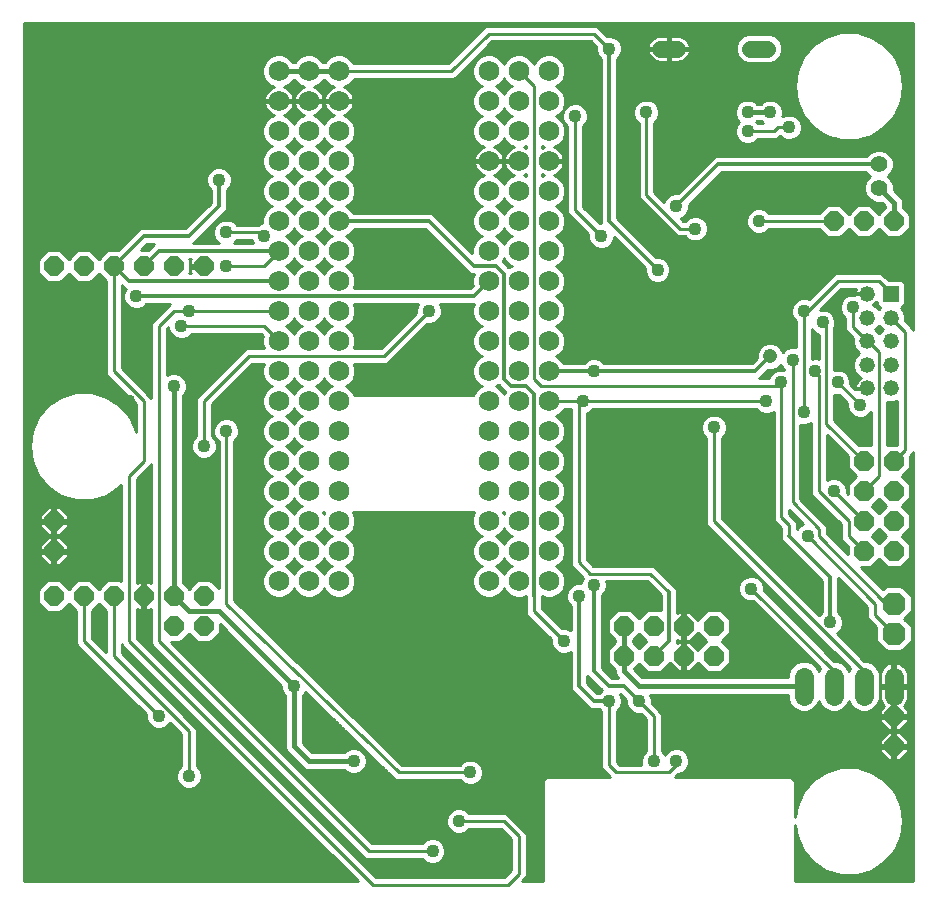
<source format=gbl>
G75*
%MOIN*%
%OFA0B0*%
%FSLAX25Y25*%
%IPPOS*%
%LPD*%
%AMOC8*
5,1,8,0,0,1.08239X$1,22.5*
%
%ADD10C,0.05600*%
%ADD11OC8,0.06400*%
%ADD12R,0.05200X0.05200*%
%ADD13C,0.05200*%
%ADD14C,0.05600*%
%ADD15OC8,0.06600*%
%ADD16OC8,0.07600*%
%ADD17C,0.06900*%
%ADD18C,0.06400*%
%ADD19C,0.04756*%
%ADD20C,0.01200*%
%ADD21C,0.01000*%
%ADD22C,0.04362*%
%ADD23C,0.01600*%
D10*
X0235533Y0337500D02*
X0241133Y0337500D01*
X0265533Y0337500D02*
X0271133Y0337500D01*
D11*
X0293333Y0280000D03*
X0303333Y0280000D03*
X0313333Y0280000D03*
X0313333Y0115000D03*
X0313333Y0105000D03*
X0083333Y0145000D03*
X0073333Y0145000D03*
X0073333Y0155000D03*
X0083333Y0155000D03*
X0063333Y0155000D03*
X0053333Y0155000D03*
X0043333Y0155000D03*
X0033333Y0155000D03*
X0033333Y0170000D03*
X0033333Y0180000D03*
X0033333Y0265000D03*
X0043333Y0265000D03*
X0053333Y0265000D03*
X0063333Y0265000D03*
X0073333Y0265000D03*
X0083333Y0265000D03*
D12*
X0312270Y0255748D03*
D13*
X0304396Y0255748D03*
X0304396Y0247874D03*
X0304396Y0240000D03*
X0304396Y0232126D03*
X0304396Y0224252D03*
X0312270Y0224252D03*
X0312270Y0232126D03*
X0312270Y0240000D03*
X0312270Y0247874D03*
D14*
X0308333Y0291063D03*
X0308333Y0298937D03*
D15*
X0303333Y0200000D03*
X0313333Y0200000D03*
X0313333Y0190000D03*
X0303333Y0190000D03*
X0303333Y0180000D03*
X0313333Y0180000D03*
X0313333Y0170000D03*
X0303333Y0170000D03*
X0253333Y0145000D03*
X0243333Y0145000D03*
X0233333Y0145000D03*
X0223333Y0145000D03*
X0223333Y0135000D03*
X0233333Y0135000D03*
X0243333Y0135000D03*
X0253333Y0135000D03*
D16*
X0313333Y0142500D03*
X0313333Y0152500D03*
D17*
X0198333Y0160000D03*
X0188333Y0160000D03*
X0178333Y0160000D03*
X0178333Y0170000D03*
X0188333Y0170000D03*
X0188333Y0180000D03*
X0178333Y0180000D03*
X0178333Y0190000D03*
X0188333Y0190000D03*
X0188333Y0200000D03*
X0178333Y0200000D03*
X0178333Y0210000D03*
X0188333Y0210000D03*
X0188333Y0220000D03*
X0178333Y0220000D03*
X0178333Y0230000D03*
X0188333Y0230000D03*
X0188333Y0240000D03*
X0178333Y0240000D03*
X0178333Y0250000D03*
X0188333Y0250000D03*
X0188333Y0260000D03*
X0178333Y0260000D03*
X0178333Y0270000D03*
X0188333Y0270000D03*
X0188333Y0280000D03*
X0178333Y0280000D03*
X0178333Y0290000D03*
X0178333Y0300000D03*
X0188333Y0300000D03*
X0188333Y0290000D03*
X0198333Y0290000D03*
X0198333Y0300000D03*
X0198333Y0310000D03*
X0188333Y0310000D03*
X0178333Y0310000D03*
X0178333Y0320000D03*
X0188333Y0320000D03*
X0188333Y0330000D03*
X0178333Y0330000D03*
X0198333Y0330000D03*
X0198333Y0320000D03*
X0198333Y0280000D03*
X0198333Y0270000D03*
X0198333Y0260000D03*
X0198333Y0250000D03*
X0198333Y0240000D03*
X0198333Y0230000D03*
X0198333Y0220000D03*
X0198333Y0210000D03*
X0198333Y0200000D03*
X0198333Y0190000D03*
X0198333Y0180000D03*
X0198333Y0170000D03*
X0128333Y0170000D03*
X0118333Y0170000D03*
X0108333Y0170000D03*
X0108333Y0160000D03*
X0118333Y0160000D03*
X0128333Y0160000D03*
X0128333Y0180000D03*
X0118333Y0180000D03*
X0108333Y0180000D03*
X0108333Y0190000D03*
X0118333Y0190000D03*
X0128333Y0190000D03*
X0128333Y0200000D03*
X0118333Y0200000D03*
X0108333Y0200000D03*
X0108333Y0210000D03*
X0118333Y0210000D03*
X0128333Y0210000D03*
X0128333Y0220000D03*
X0118333Y0220000D03*
X0108333Y0220000D03*
X0108333Y0230000D03*
X0118333Y0230000D03*
X0128333Y0230000D03*
X0128333Y0240000D03*
X0118333Y0240000D03*
X0108333Y0240000D03*
X0108333Y0250000D03*
X0118333Y0250000D03*
X0128333Y0250000D03*
X0128333Y0260000D03*
X0118333Y0260000D03*
X0108333Y0260000D03*
X0108333Y0270000D03*
X0118333Y0270000D03*
X0128333Y0270000D03*
X0128333Y0280000D03*
X0118333Y0280000D03*
X0108333Y0280000D03*
X0108333Y0290000D03*
X0108333Y0300000D03*
X0118333Y0300000D03*
X0118333Y0290000D03*
X0128333Y0290000D03*
X0128333Y0300000D03*
X0128333Y0310000D03*
X0118333Y0310000D03*
X0108333Y0310000D03*
X0108333Y0320000D03*
X0118333Y0320000D03*
X0128333Y0320000D03*
X0128333Y0330000D03*
X0118333Y0330000D03*
X0108333Y0330000D03*
D18*
X0283333Y0128200D02*
X0283333Y0121800D01*
X0293333Y0121800D02*
X0293333Y0128200D01*
X0303333Y0128200D02*
X0303333Y0121800D01*
X0313333Y0121800D02*
X0313333Y0128200D01*
D19*
X0272083Y0235000D03*
D20*
X0267083Y0230000D01*
X0205833Y0230000D01*
X0198333Y0230000D01*
X0190833Y0225000D02*
X0193333Y0222500D01*
X0193333Y0155000D01*
X0208333Y0155000D02*
X0208333Y0125000D01*
X0213333Y0120000D01*
X0218333Y0120000D01*
X0218333Y0125000D02*
X0223333Y0125000D01*
X0228333Y0120000D01*
X0218333Y0125000D02*
X0213333Y0130000D01*
X0213333Y0158750D01*
X0238333Y0156250D02*
X0238333Y0140000D01*
X0233333Y0135000D01*
X0278333Y0175000D02*
X0292083Y0161250D01*
X0292083Y0146250D01*
X0190833Y0225000D02*
X0185833Y0225000D01*
X0183333Y0227500D01*
X0183333Y0262500D01*
X0180833Y0265000D01*
X0173333Y0265000D01*
X0158333Y0280000D01*
X0128333Y0280000D01*
X0108333Y0270000D02*
X0068333Y0270000D01*
X0063333Y0265000D01*
X0058333Y0260000D02*
X0108333Y0260000D01*
X0088333Y0285000D02*
X0078333Y0275000D01*
X0063333Y0275000D01*
X0053333Y0265000D01*
X0058333Y0260000D01*
X0060833Y0255000D02*
X0173333Y0255000D01*
X0178333Y0260000D01*
X0218333Y0280000D02*
X0218333Y0337500D01*
X0254770Y0298937D02*
X0240833Y0285000D01*
X0254770Y0298937D02*
X0308333Y0298937D01*
X0088333Y0293750D02*
X0088333Y0285000D01*
D21*
X0023333Y0346000D02*
X0023333Y0060000D01*
X0134656Y0060000D01*
X0056861Y0137796D01*
X0056129Y0138527D01*
X0055933Y0139000D01*
X0055933Y0136077D01*
X0079806Y0112204D01*
X0080537Y0111473D01*
X0080933Y0110517D01*
X0080933Y0098454D01*
X0081963Y0097425D01*
X0082614Y0095852D01*
X0082614Y0094148D01*
X0081963Y0092575D01*
X0080758Y0091371D01*
X0079185Y0090719D01*
X0077482Y0090719D01*
X0075908Y0091371D01*
X0074704Y0092575D01*
X0074052Y0094148D01*
X0074052Y0095852D01*
X0074704Y0097425D01*
X0075733Y0098454D01*
X0075733Y0108923D01*
X0071997Y0112659D01*
X0071963Y0112575D01*
X0070758Y0111371D01*
X0069185Y0110719D01*
X0067482Y0110719D01*
X0065908Y0111371D01*
X0064704Y0112575D01*
X0064052Y0114148D01*
X0064052Y0115604D01*
X0041129Y0138527D01*
X0040733Y0139483D01*
X0040733Y0150105D01*
X0038333Y0152505D01*
X0035529Y0149700D01*
X0031138Y0149700D01*
X0028033Y0152805D01*
X0028033Y0157195D01*
X0031138Y0160300D01*
X0035529Y0160300D01*
X0038333Y0157495D01*
X0041138Y0160300D01*
X0045529Y0160300D01*
X0048333Y0157495D01*
X0051138Y0160300D01*
X0055529Y0160300D01*
X0055733Y0160095D01*
X0055733Y0191952D01*
X0055186Y0191321D01*
X0055186Y0191321D01*
X0050852Y0188536D01*
X0045909Y0187084D01*
X0040757Y0187084D01*
X0035814Y0188536D01*
X0031480Y0191321D01*
X0031480Y0191321D01*
X0028107Y0195214D01*
X0028107Y0195214D01*
X0025967Y0199901D01*
X0025967Y0199901D01*
X0025233Y0205000D01*
X0025233Y0205000D01*
X0025967Y0210099D01*
X0025967Y0210099D01*
X0028107Y0214786D01*
X0028107Y0214786D01*
X0031480Y0218679D01*
X0031480Y0218679D01*
X0031480Y0218679D01*
X0035814Y0221464D01*
X0035814Y0221464D01*
X0040757Y0222916D01*
X0045909Y0222916D01*
X0050852Y0221464D01*
X0050852Y0221464D01*
X0055186Y0218679D01*
X0055186Y0218679D01*
X0058560Y0214786D01*
X0058560Y0214786D01*
X0060700Y0210099D01*
X0060700Y0210099D01*
X0060733Y0209868D01*
X0060733Y0218923D01*
X0051861Y0227796D01*
X0051129Y0228527D01*
X0050733Y0229483D01*
X0050733Y0260105D01*
X0048333Y0262505D01*
X0045529Y0259700D01*
X0041138Y0259700D01*
X0038333Y0262505D01*
X0035529Y0259700D01*
X0031138Y0259700D01*
X0028033Y0262805D01*
X0028033Y0267195D01*
X0031138Y0270300D01*
X0035529Y0270300D01*
X0038333Y0267495D01*
X0041138Y0270300D01*
X0045529Y0270300D01*
X0048333Y0267495D01*
X0051138Y0270300D01*
X0054815Y0270300D01*
X0061804Y0277289D01*
X0062796Y0277700D01*
X0077215Y0277700D01*
X0085633Y0286118D01*
X0085633Y0290396D01*
X0084704Y0291325D01*
X0084052Y0292898D01*
X0084052Y0294602D01*
X0084704Y0296175D01*
X0085908Y0297379D01*
X0087482Y0298031D01*
X0089185Y0298031D01*
X0090758Y0297379D01*
X0091963Y0296175D01*
X0092614Y0294602D01*
X0092614Y0292898D01*
X0091963Y0291325D01*
X0091033Y0290396D01*
X0091033Y0284463D01*
X0090622Y0283471D01*
X0080622Y0273471D01*
X0079863Y0272711D01*
X0079836Y0272700D01*
X0088329Y0272700D01*
X0087204Y0273825D01*
X0086552Y0275398D01*
X0086552Y0277102D01*
X0087204Y0278675D01*
X0088408Y0279879D01*
X0089982Y0280531D01*
X0091685Y0280531D01*
X0093258Y0279879D01*
X0094288Y0278850D01*
X0101441Y0278850D01*
X0102482Y0279281D01*
X0102783Y0279281D01*
X0102783Y0281104D01*
X0103628Y0283144D01*
X0105190Y0284705D01*
X0105902Y0285000D01*
X0105190Y0285295D01*
X0103628Y0286856D01*
X0102783Y0288896D01*
X0102783Y0291104D01*
X0103628Y0293144D01*
X0105190Y0294705D01*
X0105902Y0295000D01*
X0105190Y0295295D01*
X0103628Y0296856D01*
X0102783Y0298896D01*
X0102783Y0301104D01*
X0103628Y0303144D01*
X0105190Y0304705D01*
X0105902Y0305000D01*
X0105190Y0305295D01*
X0103628Y0306856D01*
X0102783Y0308896D01*
X0102783Y0311104D01*
X0103628Y0313144D01*
X0105190Y0314705D01*
X0106694Y0315328D01*
X0106433Y0315413D01*
X0105739Y0315766D01*
X0105109Y0316224D01*
X0104558Y0316775D01*
X0104100Y0317406D01*
X0103746Y0318100D01*
X0103505Y0318841D01*
X0103383Y0319610D01*
X0103383Y0319625D01*
X0107958Y0319625D01*
X0107958Y0320375D01*
X0103383Y0320375D01*
X0103383Y0320390D01*
X0103505Y0321159D01*
X0103746Y0321900D01*
X0104100Y0322594D01*
X0104558Y0323225D01*
X0105109Y0323776D01*
X0105739Y0324234D01*
X0106433Y0324587D01*
X0106694Y0324672D01*
X0105190Y0325295D01*
X0103628Y0326856D01*
X0102783Y0328896D01*
X0102783Y0331104D01*
X0103628Y0333144D01*
X0105190Y0334705D01*
X0107229Y0335550D01*
X0109437Y0335550D01*
X0111477Y0334705D01*
X0113038Y0333144D01*
X0113139Y0332900D01*
X0113527Y0332900D01*
X0113628Y0333144D01*
X0115190Y0334705D01*
X0117229Y0335550D01*
X0119437Y0335550D01*
X0121477Y0334705D01*
X0123038Y0333144D01*
X0123139Y0332900D01*
X0123527Y0332900D01*
X0123628Y0333144D01*
X0125190Y0334705D01*
X0127229Y0335550D01*
X0129437Y0335550D01*
X0131477Y0334705D01*
X0133038Y0333144D01*
X0133264Y0332600D01*
X0164756Y0332600D01*
X0176129Y0343973D01*
X0176861Y0344704D01*
X0177816Y0345100D01*
X0213851Y0345100D01*
X0214806Y0344704D01*
X0217729Y0341781D01*
X0219185Y0341781D01*
X0220758Y0341129D01*
X0221963Y0339925D01*
X0222614Y0338352D01*
X0222614Y0336648D01*
X0221963Y0335075D01*
X0221033Y0334146D01*
X0221033Y0280977D01*
X0233979Y0268031D01*
X0235435Y0268031D01*
X0237008Y0267379D01*
X0238213Y0266175D01*
X0238864Y0264602D01*
X0238864Y0262898D01*
X0238213Y0261325D01*
X0237008Y0260121D01*
X0235435Y0259469D01*
X0233732Y0259469D01*
X0232158Y0260121D01*
X0230954Y0261325D01*
X0230302Y0262898D01*
X0230302Y0264354D01*
X0220114Y0274542D01*
X0220114Y0274148D01*
X0219463Y0272575D01*
X0218258Y0271371D01*
X0216685Y0270719D01*
X0214982Y0270719D01*
X0213408Y0271371D01*
X0212204Y0272575D01*
X0211552Y0274148D01*
X0211552Y0275604D01*
X0204879Y0282277D01*
X0204483Y0283233D01*
X0204483Y0311546D01*
X0203454Y0312575D01*
X0202802Y0314148D01*
X0202802Y0315852D01*
X0203454Y0317425D01*
X0204658Y0318629D01*
X0206232Y0319281D01*
X0207935Y0319281D01*
X0209508Y0318629D01*
X0210713Y0317425D01*
X0211364Y0315852D01*
X0211364Y0314148D01*
X0210713Y0312575D01*
X0209683Y0311546D01*
X0209683Y0284827D01*
X0215229Y0279281D01*
X0215709Y0279281D01*
X0215633Y0279463D01*
X0215633Y0334146D01*
X0214704Y0335075D01*
X0214052Y0336648D01*
X0214052Y0338104D01*
X0212256Y0339900D01*
X0179410Y0339900D01*
X0167306Y0327796D01*
X0166351Y0327400D01*
X0133264Y0327400D01*
X0133038Y0326856D01*
X0131477Y0325295D01*
X0129973Y0324672D01*
X0130233Y0324587D01*
X0130928Y0324234D01*
X0131558Y0323776D01*
X0132109Y0323225D01*
X0132567Y0322594D01*
X0132921Y0321900D01*
X0133161Y0321159D01*
X0133283Y0320390D01*
X0133283Y0320375D01*
X0128708Y0320375D01*
X0128708Y0319625D01*
X0133283Y0319625D01*
X0133283Y0319610D01*
X0133161Y0318841D01*
X0132921Y0318100D01*
X0132567Y0317406D01*
X0132109Y0316775D01*
X0131558Y0316224D01*
X0130928Y0315766D01*
X0130233Y0315413D01*
X0129973Y0315328D01*
X0131477Y0314705D01*
X0133038Y0313144D01*
X0133883Y0311104D01*
X0133883Y0308896D01*
X0133038Y0306856D01*
X0131477Y0305295D01*
X0130765Y0305000D01*
X0131477Y0304705D01*
X0133038Y0303144D01*
X0133883Y0301104D01*
X0133883Y0298896D01*
X0133038Y0296856D01*
X0131477Y0295295D01*
X0130765Y0295000D01*
X0131477Y0294705D01*
X0133038Y0293144D01*
X0133883Y0291104D01*
X0133883Y0288896D01*
X0133038Y0286856D01*
X0131477Y0285295D01*
X0130765Y0285000D01*
X0131477Y0284705D01*
X0133038Y0283144D01*
X0133222Y0282700D01*
X0158870Y0282700D01*
X0159863Y0282289D01*
X0172783Y0269368D01*
X0172783Y0271104D01*
X0173628Y0273144D01*
X0175190Y0274705D01*
X0175902Y0275000D01*
X0175190Y0275295D01*
X0173628Y0276856D01*
X0172783Y0278896D01*
X0172783Y0281104D01*
X0173628Y0283144D01*
X0175190Y0284705D01*
X0175902Y0285000D01*
X0175190Y0285295D01*
X0173628Y0286856D01*
X0172783Y0288896D01*
X0172783Y0291104D01*
X0173628Y0293144D01*
X0175190Y0294705D01*
X0176694Y0295328D01*
X0176433Y0295413D01*
X0175739Y0295766D01*
X0175109Y0296224D01*
X0174558Y0296775D01*
X0174100Y0297406D01*
X0173746Y0298100D01*
X0173505Y0298841D01*
X0173383Y0299610D01*
X0173383Y0299625D01*
X0177958Y0299625D01*
X0177958Y0300375D01*
X0173383Y0300375D01*
X0173383Y0300390D01*
X0173505Y0301159D01*
X0173746Y0301900D01*
X0174100Y0302594D01*
X0174558Y0303225D01*
X0175109Y0303776D01*
X0175739Y0304234D01*
X0176433Y0304587D01*
X0176694Y0304672D01*
X0175190Y0305295D01*
X0173628Y0306856D01*
X0172783Y0308896D01*
X0172783Y0311104D01*
X0173628Y0313144D01*
X0175190Y0314705D01*
X0175902Y0315000D01*
X0175190Y0315295D01*
X0173628Y0316856D01*
X0172783Y0318896D01*
X0172783Y0321104D01*
X0173628Y0323144D01*
X0175190Y0324705D01*
X0175902Y0325000D01*
X0175190Y0325295D01*
X0173628Y0326856D01*
X0172783Y0328896D01*
X0172783Y0331104D01*
X0173628Y0333144D01*
X0175190Y0334705D01*
X0177229Y0335550D01*
X0179437Y0335550D01*
X0181477Y0334705D01*
X0183038Y0333144D01*
X0183333Y0332432D01*
X0183628Y0333144D01*
X0185190Y0334705D01*
X0187229Y0335550D01*
X0189437Y0335550D01*
X0191477Y0334705D01*
X0193038Y0333144D01*
X0193333Y0332432D01*
X0193628Y0333144D01*
X0195190Y0334705D01*
X0197229Y0335550D01*
X0199437Y0335550D01*
X0201477Y0334705D01*
X0203038Y0333144D01*
X0203883Y0331104D01*
X0203883Y0328896D01*
X0203038Y0326856D01*
X0201477Y0325295D01*
X0200765Y0325000D01*
X0201477Y0324705D01*
X0203038Y0323144D01*
X0203883Y0321104D01*
X0203883Y0318896D01*
X0203038Y0316856D01*
X0201477Y0315295D01*
X0200765Y0315000D01*
X0201477Y0314705D01*
X0203038Y0313144D01*
X0203883Y0311104D01*
X0203883Y0308896D01*
X0203038Y0306856D01*
X0201477Y0305295D01*
X0199973Y0304672D01*
X0200233Y0304587D01*
X0200928Y0304234D01*
X0201558Y0303776D01*
X0202109Y0303225D01*
X0202567Y0302594D01*
X0202921Y0301900D01*
X0203161Y0301159D01*
X0203283Y0300390D01*
X0203283Y0300375D01*
X0198708Y0300375D01*
X0198708Y0299625D01*
X0203283Y0299625D01*
X0203283Y0299610D01*
X0203161Y0298841D01*
X0202921Y0298100D01*
X0202567Y0297406D01*
X0202109Y0296775D01*
X0201558Y0296224D01*
X0200928Y0295766D01*
X0200233Y0295413D01*
X0199973Y0295328D01*
X0201477Y0294705D01*
X0203038Y0293144D01*
X0203883Y0291104D01*
X0203883Y0288896D01*
X0203038Y0286856D01*
X0201477Y0285295D01*
X0200765Y0285000D01*
X0201477Y0284705D01*
X0203038Y0283144D01*
X0203883Y0281104D01*
X0203883Y0278896D01*
X0203038Y0276856D01*
X0201477Y0275295D01*
X0200765Y0275000D01*
X0201477Y0274705D01*
X0203038Y0273144D01*
X0203883Y0271104D01*
X0203883Y0268896D01*
X0203038Y0266856D01*
X0201477Y0265295D01*
X0200765Y0265000D01*
X0201477Y0264705D01*
X0203038Y0263144D01*
X0203883Y0261104D01*
X0203883Y0258896D01*
X0203038Y0256856D01*
X0201477Y0255295D01*
X0200765Y0255000D01*
X0201477Y0254705D01*
X0203038Y0253144D01*
X0203883Y0251104D01*
X0203883Y0248896D01*
X0203038Y0246856D01*
X0201477Y0245295D01*
X0200765Y0245000D01*
X0201477Y0244705D01*
X0203038Y0243144D01*
X0203883Y0241104D01*
X0203883Y0238896D01*
X0203038Y0236856D01*
X0201477Y0235295D01*
X0200765Y0235000D01*
X0201477Y0234705D01*
X0203038Y0233144D01*
X0203222Y0232700D01*
X0209979Y0232700D01*
X0210908Y0233629D01*
X0212482Y0234281D01*
X0214185Y0234281D01*
X0215758Y0233629D01*
X0216688Y0232700D01*
X0265965Y0232700D01*
X0267605Y0234340D01*
X0267605Y0235891D01*
X0268287Y0237537D01*
X0269547Y0238796D01*
X0271193Y0239478D01*
X0272974Y0239478D01*
X0274620Y0238796D01*
X0275880Y0237537D01*
X0276300Y0236521D01*
X0277158Y0237379D01*
X0278732Y0238031D01*
X0280435Y0238031D01*
X0280733Y0237907D01*
X0280733Y0246546D01*
X0279704Y0247575D01*
X0279052Y0249148D01*
X0279052Y0250852D01*
X0279704Y0252425D01*
X0280908Y0253629D01*
X0282482Y0254281D01*
X0284185Y0254281D01*
X0284894Y0253987D01*
X0293111Y0262204D01*
X0294066Y0262600D01*
X0308851Y0262600D01*
X0309806Y0262204D01*
X0310537Y0261473D01*
X0311562Y0260448D01*
X0315740Y0260448D01*
X0316970Y0259218D01*
X0316970Y0252278D01*
X0315742Y0251049D01*
X0316255Y0250536D01*
X0316970Y0248809D01*
X0316970Y0246939D01*
X0316945Y0246877D01*
X0319287Y0244534D01*
X0319583Y0243820D01*
X0319583Y0346000D01*
X0023333Y0346000D01*
X0023333Y0345567D02*
X0319583Y0345567D01*
X0319583Y0344568D02*
X0214942Y0344568D01*
X0215940Y0343570D02*
X0319583Y0343570D01*
X0319583Y0342571D02*
X0302082Y0342571D01*
X0300909Y0342916D02*
X0295757Y0342916D01*
X0290814Y0341464D01*
X0286480Y0338679D01*
X0283107Y0334786D01*
X0283107Y0334786D01*
X0280967Y0330099D01*
X0280233Y0325000D01*
X0280967Y0319901D01*
X0280967Y0319901D01*
X0283107Y0315214D01*
X0286480Y0311321D01*
X0286480Y0311321D01*
X0290814Y0308536D01*
X0290814Y0308536D01*
X0295757Y0307084D01*
X0300909Y0307084D01*
X0305852Y0308536D01*
X0310186Y0311321D01*
X0310186Y0311321D01*
X0313560Y0315214D01*
X0313560Y0315214D01*
X0315700Y0319901D01*
X0316433Y0325000D01*
X0315700Y0330099D01*
X0315700Y0330099D01*
X0313560Y0334786D01*
X0310186Y0338679D01*
X0305852Y0341464D01*
X0300909Y0342916D01*
X0294584Y0342571D02*
X0216939Y0342571D01*
X0219688Y0341573D02*
X0234153Y0341573D01*
X0233883Y0341485D02*
X0233280Y0341178D01*
X0232732Y0340780D01*
X0232253Y0340301D01*
X0231856Y0339754D01*
X0231548Y0339151D01*
X0231339Y0338507D01*
X0231233Y0337838D01*
X0231233Y0337800D01*
X0238033Y0337800D01*
X0238033Y0337200D01*
X0231233Y0337200D01*
X0231233Y0337162D01*
X0231339Y0336493D01*
X0231548Y0335849D01*
X0231856Y0335246D01*
X0232253Y0334699D01*
X0232732Y0334220D01*
X0233280Y0333822D01*
X0233883Y0333515D01*
X0234526Y0333306D01*
X0235195Y0333200D01*
X0238033Y0333200D01*
X0238033Y0337200D01*
X0238633Y0337200D01*
X0238633Y0333200D01*
X0241472Y0333200D01*
X0242140Y0333306D01*
X0242784Y0333515D01*
X0243387Y0333822D01*
X0243935Y0334220D01*
X0244413Y0334699D01*
X0244811Y0335246D01*
X0245118Y0335849D01*
X0245327Y0336493D01*
X0245433Y0337162D01*
X0245433Y0337200D01*
X0238633Y0337200D01*
X0238633Y0337800D01*
X0238033Y0337800D01*
X0238033Y0341800D01*
X0235195Y0341800D01*
X0234526Y0341694D01*
X0233883Y0341485D01*
X0232526Y0340574D02*
X0221313Y0340574D01*
X0222107Y0339576D02*
X0231765Y0339576D01*
X0231362Y0338577D02*
X0222521Y0338577D01*
X0222614Y0337579D02*
X0238033Y0337579D01*
X0238633Y0337579D02*
X0260633Y0337579D01*
X0260633Y0338475D02*
X0260633Y0336525D01*
X0261379Y0334724D01*
X0262758Y0333346D01*
X0264559Y0332600D01*
X0272108Y0332600D01*
X0273909Y0333346D01*
X0275287Y0334724D01*
X0276033Y0336525D01*
X0276033Y0338475D01*
X0275287Y0340276D01*
X0273909Y0341654D01*
X0272108Y0342400D01*
X0264559Y0342400D01*
X0262758Y0341654D01*
X0261379Y0340276D01*
X0260633Y0338475D01*
X0260676Y0338577D02*
X0245305Y0338577D01*
X0245327Y0338507D02*
X0245118Y0339151D01*
X0244811Y0339754D01*
X0244413Y0340301D01*
X0243935Y0340780D01*
X0243387Y0341178D01*
X0242784Y0341485D01*
X0242140Y0341694D01*
X0241472Y0341800D01*
X0238633Y0341800D01*
X0238633Y0337800D01*
X0245433Y0337800D01*
X0245433Y0337838D01*
X0245327Y0338507D01*
X0244902Y0339576D02*
X0261089Y0339576D01*
X0261678Y0340574D02*
X0244140Y0340574D01*
X0242514Y0341573D02*
X0262676Y0341573D01*
X0260633Y0336580D02*
X0245341Y0336580D01*
X0244982Y0335582D02*
X0261024Y0335582D01*
X0261521Y0334583D02*
X0244298Y0334583D01*
X0242921Y0333585D02*
X0262519Y0333585D01*
X0274148Y0333585D02*
X0282558Y0333585D01*
X0283014Y0334583D02*
X0275146Y0334583D01*
X0275642Y0335582D02*
X0283796Y0335582D01*
X0284662Y0336580D02*
X0276033Y0336580D01*
X0276033Y0337579D02*
X0285527Y0337579D01*
X0286392Y0338577D02*
X0275991Y0338577D01*
X0275577Y0339576D02*
X0287876Y0339576D01*
X0286480Y0338679D02*
X0286480Y0338679D01*
X0289429Y0340574D02*
X0274989Y0340574D01*
X0273990Y0341573D02*
X0291184Y0341573D01*
X0290814Y0341464D02*
X0290814Y0341464D01*
X0282102Y0332586D02*
X0221033Y0332586D01*
X0221033Y0331588D02*
X0281646Y0331588D01*
X0281190Y0330589D02*
X0221033Y0330589D01*
X0221033Y0329591D02*
X0280893Y0329591D01*
X0280967Y0330099D02*
X0280967Y0330099D01*
X0280750Y0328592D02*
X0221033Y0328592D01*
X0221033Y0327594D02*
X0280606Y0327594D01*
X0280463Y0326595D02*
X0221033Y0326595D01*
X0221033Y0325597D02*
X0280319Y0325597D01*
X0280233Y0325000D02*
X0280233Y0325000D01*
X0280291Y0324598D02*
X0221033Y0324598D01*
X0221033Y0323600D02*
X0280435Y0323600D01*
X0280578Y0322601D02*
X0221033Y0322601D01*
X0221033Y0321603D02*
X0280722Y0321603D01*
X0280865Y0320604D02*
X0221033Y0320604D01*
X0221033Y0319605D02*
X0228134Y0319605D01*
X0228408Y0319879D02*
X0227204Y0318675D01*
X0226552Y0317102D01*
X0226552Y0315398D01*
X0227204Y0313825D01*
X0228233Y0312796D01*
X0228233Y0288233D01*
X0228629Y0287277D01*
X0229361Y0286546D01*
X0240611Y0275296D01*
X0241566Y0274900D01*
X0243629Y0274900D01*
X0244658Y0273871D01*
X0246232Y0273219D01*
X0247935Y0273219D01*
X0249508Y0273871D01*
X0250713Y0275075D01*
X0251364Y0276648D01*
X0251364Y0278352D01*
X0250713Y0279925D01*
X0249508Y0281129D01*
X0247935Y0281781D01*
X0246232Y0281781D01*
X0244658Y0281129D01*
X0243629Y0280100D01*
X0243160Y0280100D01*
X0242291Y0280970D01*
X0243258Y0281371D01*
X0244463Y0282575D01*
X0245114Y0284148D01*
X0245114Y0285463D01*
X0255889Y0296237D01*
X0304148Y0296237D01*
X0304179Y0296161D01*
X0305341Y0295000D01*
X0304179Y0293839D01*
X0303433Y0292038D01*
X0303433Y0290088D01*
X0304179Y0288287D01*
X0305558Y0286909D01*
X0307359Y0286163D01*
X0309238Y0286163D01*
X0310397Y0285046D01*
X0310377Y0284934D01*
X0310433Y0284682D01*
X0310433Y0284595D01*
X0308333Y0282495D01*
X0305529Y0285300D01*
X0301138Y0285300D01*
X0298333Y0282495D01*
X0295529Y0285300D01*
X0291138Y0285300D01*
X0288438Y0282600D01*
X0271788Y0282600D01*
X0270758Y0283629D01*
X0269185Y0284281D01*
X0267482Y0284281D01*
X0265908Y0283629D01*
X0264704Y0282425D01*
X0264052Y0280852D01*
X0264052Y0279148D01*
X0264704Y0277575D01*
X0265908Y0276371D01*
X0267482Y0275719D01*
X0269185Y0275719D01*
X0270758Y0276371D01*
X0271788Y0277400D01*
X0288438Y0277400D01*
X0291138Y0274700D01*
X0295529Y0274700D01*
X0298333Y0277505D01*
X0301138Y0274700D01*
X0305529Y0274700D01*
X0308333Y0277505D01*
X0311138Y0274700D01*
X0315529Y0274700D01*
X0318633Y0277805D01*
X0318633Y0282195D01*
X0316233Y0284595D01*
X0316233Y0284747D01*
X0316326Y0285274D01*
X0316430Y0285539D01*
X0316425Y0285836D01*
X0316476Y0286129D01*
X0316414Y0286407D01*
X0316409Y0286693D01*
X0316291Y0286965D01*
X0316226Y0287255D01*
X0316062Y0287489D01*
X0315948Y0287751D01*
X0315735Y0287957D01*
X0315564Y0288200D01*
X0315323Y0288353D01*
X0313233Y0290368D01*
X0313233Y0292038D01*
X0312487Y0293839D01*
X0311326Y0295000D01*
X0312487Y0296161D01*
X0313233Y0297962D01*
X0313233Y0299912D01*
X0312487Y0301713D01*
X0311109Y0303091D01*
X0309308Y0303837D01*
X0307359Y0303837D01*
X0305558Y0303091D01*
X0304179Y0301713D01*
X0304148Y0301637D01*
X0254233Y0301637D01*
X0253241Y0301226D01*
X0241296Y0289281D01*
X0239982Y0289281D01*
X0238408Y0288629D01*
X0237204Y0287425D01*
X0236803Y0286457D01*
X0233433Y0289827D01*
X0233433Y0312796D01*
X0234463Y0313825D01*
X0235114Y0315398D01*
X0235114Y0317102D01*
X0234463Y0318675D01*
X0233258Y0319879D01*
X0231685Y0320531D01*
X0229982Y0320531D01*
X0228408Y0319879D01*
X0227176Y0318607D02*
X0221033Y0318607D01*
X0221033Y0317608D02*
X0226762Y0317608D01*
X0226552Y0316610D02*
X0221033Y0316610D01*
X0221033Y0315611D02*
X0226552Y0315611D01*
X0226878Y0314613D02*
X0221033Y0314613D01*
X0221033Y0313614D02*
X0227415Y0313614D01*
X0228233Y0312616D02*
X0221033Y0312616D01*
X0221033Y0311617D02*
X0228233Y0311617D01*
X0228233Y0310619D02*
X0221033Y0310619D01*
X0221033Y0309620D02*
X0228233Y0309620D01*
X0228233Y0308622D02*
X0221033Y0308622D01*
X0221033Y0307623D02*
X0228233Y0307623D01*
X0228233Y0306625D02*
X0221033Y0306625D01*
X0221033Y0305626D02*
X0228233Y0305626D01*
X0228233Y0304628D02*
X0221033Y0304628D01*
X0221033Y0303629D02*
X0228233Y0303629D01*
X0228233Y0302631D02*
X0221033Y0302631D01*
X0221033Y0301632D02*
X0228233Y0301632D01*
X0228233Y0300634D02*
X0221033Y0300634D01*
X0221033Y0299635D02*
X0228233Y0299635D01*
X0228233Y0298637D02*
X0221033Y0298637D01*
X0221033Y0297638D02*
X0228233Y0297638D01*
X0228233Y0296640D02*
X0221033Y0296640D01*
X0221033Y0295641D02*
X0228233Y0295641D01*
X0228233Y0294643D02*
X0221033Y0294643D01*
X0221033Y0293644D02*
X0228233Y0293644D01*
X0228233Y0292646D02*
X0221033Y0292646D01*
X0221033Y0291647D02*
X0228233Y0291647D01*
X0228233Y0290649D02*
X0221033Y0290649D01*
X0221033Y0289650D02*
X0228233Y0289650D01*
X0228233Y0288652D02*
X0221033Y0288652D01*
X0221033Y0287653D02*
X0228473Y0287653D01*
X0229252Y0286655D02*
X0221033Y0286655D01*
X0221033Y0285656D02*
X0230250Y0285656D01*
X0231249Y0284658D02*
X0221033Y0284658D01*
X0221033Y0283659D02*
X0232247Y0283659D01*
X0233246Y0282661D02*
X0221033Y0282661D01*
X0221033Y0281662D02*
X0234244Y0281662D01*
X0235243Y0280664D02*
X0221347Y0280664D01*
X0222345Y0279665D02*
X0236241Y0279665D01*
X0237240Y0278667D02*
X0223344Y0278667D01*
X0224342Y0277668D02*
X0238238Y0277668D01*
X0239237Y0276670D02*
X0225341Y0276670D01*
X0226339Y0275671D02*
X0240235Y0275671D01*
X0242083Y0277500D02*
X0230833Y0288750D01*
X0230833Y0316250D01*
X0234789Y0314613D02*
X0260628Y0314613D01*
X0260302Y0315398D02*
X0260954Y0313825D01*
X0261654Y0313125D01*
X0260954Y0312425D01*
X0260302Y0310852D01*
X0260302Y0309148D01*
X0260954Y0307575D01*
X0262158Y0306371D01*
X0263732Y0305719D01*
X0265435Y0305719D01*
X0267008Y0306371D01*
X0268038Y0307400D01*
X0273851Y0307400D01*
X0274806Y0307796D01*
X0275270Y0308259D01*
X0275908Y0307621D01*
X0277482Y0306969D01*
X0279185Y0306969D01*
X0280758Y0307621D01*
X0281963Y0308825D01*
X0282614Y0310398D01*
X0282614Y0312102D01*
X0281963Y0313675D01*
X0280758Y0314879D01*
X0279185Y0315531D01*
X0277482Y0315531D01*
X0276199Y0315000D01*
X0276364Y0315398D01*
X0276364Y0317102D01*
X0275713Y0318675D01*
X0274508Y0319879D01*
X0272935Y0320531D01*
X0271232Y0320531D01*
X0269658Y0319879D01*
X0268929Y0319150D01*
X0267738Y0319150D01*
X0267008Y0319879D01*
X0265435Y0320531D01*
X0263732Y0320531D01*
X0262158Y0319879D01*
X0260954Y0318675D01*
X0260302Y0317102D01*
X0260302Y0315398D01*
X0260302Y0315611D02*
X0235114Y0315611D01*
X0235114Y0316610D02*
X0260302Y0316610D01*
X0260512Y0317608D02*
X0234904Y0317608D01*
X0234491Y0318607D02*
X0260926Y0318607D01*
X0261884Y0319605D02*
X0233532Y0319605D01*
X0234252Y0313614D02*
X0261165Y0313614D01*
X0261145Y0312616D02*
X0233433Y0312616D01*
X0233433Y0311617D02*
X0260619Y0311617D01*
X0260302Y0310619D02*
X0233433Y0310619D01*
X0233433Y0309620D02*
X0260302Y0309620D01*
X0260520Y0308622D02*
X0233433Y0308622D01*
X0233433Y0307623D02*
X0260934Y0307623D01*
X0261904Y0306625D02*
X0233433Y0306625D01*
X0233433Y0305626D02*
X0319583Y0305626D01*
X0319583Y0304628D02*
X0233433Y0304628D01*
X0233433Y0303629D02*
X0306857Y0303629D01*
X0305097Y0302631D02*
X0233433Y0302631D01*
X0233433Y0301632D02*
X0254222Y0301632D01*
X0252649Y0300634D02*
X0233433Y0300634D01*
X0233433Y0299635D02*
X0251650Y0299635D01*
X0250652Y0298637D02*
X0233433Y0298637D01*
X0233433Y0297638D02*
X0249653Y0297638D01*
X0248655Y0296640D02*
X0233433Y0296640D01*
X0233433Y0295641D02*
X0247656Y0295641D01*
X0246658Y0294643D02*
X0233433Y0294643D01*
X0233433Y0293644D02*
X0245659Y0293644D01*
X0244661Y0292646D02*
X0233433Y0292646D01*
X0233433Y0291647D02*
X0243662Y0291647D01*
X0242664Y0290649D02*
X0233433Y0290649D01*
X0233610Y0289650D02*
X0241665Y0289650D01*
X0238462Y0288652D02*
X0234609Y0288652D01*
X0235607Y0287653D02*
X0237432Y0287653D01*
X0236885Y0286655D02*
X0236606Y0286655D01*
X0244912Y0283659D02*
X0265980Y0283659D01*
X0264940Y0282661D02*
X0244498Y0282661D01*
X0243550Y0281662D02*
X0245944Y0281662D01*
X0244193Y0280664D02*
X0242597Y0280664D01*
X0242083Y0277500D02*
X0247083Y0277500D01*
X0251364Y0277668D02*
X0264665Y0277668D01*
X0264252Y0278667D02*
X0251234Y0278667D01*
X0250820Y0279665D02*
X0264052Y0279665D01*
X0264052Y0280664D02*
X0249974Y0280664D01*
X0248222Y0281662D02*
X0264388Y0281662D01*
X0268333Y0280000D02*
X0293333Y0280000D01*
X0289497Y0283659D02*
X0270687Y0283659D01*
X0271727Y0282661D02*
X0288499Y0282661D01*
X0290496Y0284658D02*
X0245114Y0284658D01*
X0245308Y0285656D02*
X0309764Y0285656D01*
X0310433Y0284658D02*
X0306171Y0284658D01*
X0307170Y0283659D02*
X0309497Y0283659D01*
X0308499Y0282661D02*
X0308168Y0282661D01*
X0306172Y0286655D02*
X0246306Y0286655D01*
X0247305Y0287653D02*
X0304814Y0287653D01*
X0304028Y0288652D02*
X0248303Y0288652D01*
X0249302Y0289650D02*
X0303615Y0289650D01*
X0303433Y0290649D02*
X0250300Y0290649D01*
X0251299Y0291647D02*
X0303433Y0291647D01*
X0303685Y0292646D02*
X0252297Y0292646D01*
X0253296Y0293644D02*
X0304099Y0293644D01*
X0304983Y0294643D02*
X0254294Y0294643D01*
X0255293Y0295641D02*
X0304699Y0295641D01*
X0311683Y0294643D02*
X0319583Y0294643D01*
X0319583Y0295641D02*
X0311967Y0295641D01*
X0312685Y0296640D02*
X0319583Y0296640D01*
X0319583Y0297638D02*
X0313099Y0297638D01*
X0313233Y0298637D02*
X0319583Y0298637D01*
X0319583Y0299635D02*
X0313233Y0299635D01*
X0312934Y0300634D02*
X0319583Y0300634D01*
X0319583Y0301632D02*
X0312521Y0301632D01*
X0311569Y0302631D02*
X0319583Y0302631D01*
X0319583Y0303629D02*
X0309809Y0303629D01*
X0305986Y0308622D02*
X0319583Y0308622D01*
X0319583Y0309620D02*
X0307540Y0309620D01*
X0309094Y0310619D02*
X0319583Y0310619D01*
X0319583Y0311617D02*
X0310443Y0311617D01*
X0310186Y0311321D02*
X0310186Y0311321D01*
X0311308Y0312616D02*
X0319583Y0312616D01*
X0319583Y0313614D02*
X0312174Y0313614D01*
X0313039Y0314613D02*
X0319583Y0314613D01*
X0319583Y0315611D02*
X0313741Y0315611D01*
X0314197Y0316610D02*
X0319583Y0316610D01*
X0319583Y0317608D02*
X0314653Y0317608D01*
X0315109Y0318607D02*
X0319583Y0318607D01*
X0319583Y0319605D02*
X0315565Y0319605D01*
X0315700Y0319901D02*
X0315700Y0319901D01*
X0315801Y0320604D02*
X0319583Y0320604D01*
X0319583Y0321603D02*
X0315945Y0321603D01*
X0316088Y0322601D02*
X0319583Y0322601D01*
X0319583Y0323600D02*
X0316232Y0323600D01*
X0316376Y0324598D02*
X0319583Y0324598D01*
X0319583Y0325597D02*
X0316348Y0325597D01*
X0316204Y0326595D02*
X0319583Y0326595D01*
X0319583Y0327594D02*
X0316060Y0327594D01*
X0315917Y0328592D02*
X0319583Y0328592D01*
X0319583Y0329591D02*
X0315773Y0329591D01*
X0315476Y0330589D02*
X0319583Y0330589D01*
X0319583Y0331588D02*
X0315020Y0331588D01*
X0314564Y0332586D02*
X0319583Y0332586D01*
X0319583Y0333585D02*
X0314108Y0333585D01*
X0313652Y0334583D02*
X0319583Y0334583D01*
X0319583Y0335582D02*
X0312870Y0335582D01*
X0313560Y0334786D02*
X0313560Y0334786D01*
X0312005Y0336580D02*
X0319583Y0336580D01*
X0319583Y0337579D02*
X0311140Y0337579D01*
X0310275Y0338577D02*
X0319583Y0338577D01*
X0319583Y0339576D02*
X0308791Y0339576D01*
X0310186Y0338679D02*
X0310186Y0338679D01*
X0307237Y0340574D02*
X0319583Y0340574D01*
X0319583Y0341573D02*
X0305483Y0341573D01*
X0305852Y0341464D02*
X0305852Y0341464D01*
X0281101Y0319605D02*
X0274782Y0319605D01*
X0275741Y0318607D02*
X0281557Y0318607D01*
X0282013Y0317608D02*
X0276154Y0317608D01*
X0276364Y0316610D02*
X0282469Y0316610D01*
X0282925Y0315611D02*
X0276364Y0315611D01*
X0274583Y0311250D02*
X0278333Y0311250D01*
X0274583Y0311250D02*
X0273333Y0310000D01*
X0264583Y0310000D01*
X0267513Y0313125D02*
X0267738Y0313350D01*
X0268929Y0313350D01*
X0269658Y0312621D01*
X0269708Y0312600D01*
X0268038Y0312600D01*
X0267513Y0313125D01*
X0268022Y0312616D02*
X0269670Y0312616D01*
X0274390Y0307623D02*
X0275906Y0307623D01*
X0280761Y0307623D02*
X0293921Y0307623D01*
X0290680Y0308622D02*
X0281760Y0308622D01*
X0282292Y0309620D02*
X0289126Y0309620D01*
X0287573Y0310619D02*
X0282614Y0310619D01*
X0282614Y0311617D02*
X0286223Y0311617D01*
X0285358Y0312616D02*
X0282401Y0312616D01*
X0281988Y0313614D02*
X0284493Y0313614D01*
X0283628Y0314613D02*
X0281025Y0314613D01*
X0283107Y0315214D02*
X0283107Y0315214D01*
X0269384Y0319605D02*
X0267282Y0319605D01*
X0267263Y0306625D02*
X0319583Y0306625D01*
X0319583Y0307623D02*
X0302745Y0307623D01*
X0305852Y0308536D02*
X0305852Y0308536D01*
X0312568Y0293644D02*
X0319583Y0293644D01*
X0319583Y0292646D02*
X0312981Y0292646D01*
X0313233Y0291647D02*
X0319583Y0291647D01*
X0319583Y0290649D02*
X0313233Y0290649D01*
X0313978Y0289650D02*
X0319583Y0289650D01*
X0319583Y0288652D02*
X0315013Y0288652D01*
X0315991Y0287653D02*
X0319583Y0287653D01*
X0319583Y0286655D02*
X0316410Y0286655D01*
X0316428Y0285656D02*
X0319583Y0285656D01*
X0319583Y0284658D02*
X0316233Y0284658D01*
X0317170Y0283659D02*
X0319583Y0283659D01*
X0319583Y0282661D02*
X0318168Y0282661D01*
X0318633Y0281662D02*
X0319583Y0281662D01*
X0319583Y0280664D02*
X0318633Y0280664D01*
X0318633Y0279665D02*
X0319583Y0279665D01*
X0319583Y0278667D02*
X0318633Y0278667D01*
X0318497Y0277668D02*
X0319583Y0277668D01*
X0319583Y0276670D02*
X0317498Y0276670D01*
X0316500Y0275671D02*
X0319583Y0275671D01*
X0319583Y0274672D02*
X0250310Y0274672D01*
X0250960Y0275671D02*
X0290167Y0275671D01*
X0289168Y0276670D02*
X0271057Y0276670D01*
X0265609Y0276670D02*
X0251364Y0276670D01*
X0249034Y0273674D02*
X0319583Y0273674D01*
X0319583Y0272675D02*
X0229335Y0272675D01*
X0230333Y0271677D02*
X0319583Y0271677D01*
X0319583Y0270678D02*
X0231332Y0270678D01*
X0232330Y0269680D02*
X0319583Y0269680D01*
X0319583Y0268681D02*
X0233329Y0268681D01*
X0236275Y0267683D02*
X0319583Y0267683D01*
X0319583Y0266684D02*
X0237703Y0266684D01*
X0238415Y0265686D02*
X0319583Y0265686D01*
X0319583Y0264687D02*
X0238829Y0264687D01*
X0238864Y0263689D02*
X0319583Y0263689D01*
X0319583Y0262690D02*
X0238778Y0262690D01*
X0238365Y0261692D02*
X0292598Y0261692D01*
X0291600Y0260693D02*
X0237581Y0260693D01*
X0235980Y0259695D02*
X0290601Y0259695D01*
X0289603Y0258696D02*
X0203801Y0258696D01*
X0203883Y0259695D02*
X0233186Y0259695D01*
X0231586Y0260693D02*
X0203883Y0260693D01*
X0203640Y0261692D02*
X0230802Y0261692D01*
X0230388Y0262690D02*
X0203226Y0262690D01*
X0202493Y0263689D02*
X0230302Y0263689D01*
X0229969Y0264687D02*
X0201495Y0264687D01*
X0201868Y0265686D02*
X0228970Y0265686D01*
X0227972Y0266684D02*
X0202867Y0266684D01*
X0203381Y0267683D02*
X0226973Y0267683D01*
X0225975Y0268681D02*
X0203794Y0268681D01*
X0203883Y0269680D02*
X0224976Y0269680D01*
X0223978Y0270678D02*
X0203883Y0270678D01*
X0203646Y0271677D02*
X0213102Y0271677D01*
X0212162Y0272675D02*
X0203232Y0272675D01*
X0202508Y0273674D02*
X0211749Y0273674D01*
X0211552Y0274672D02*
X0201510Y0274672D01*
X0201853Y0275671D02*
X0211485Y0275671D01*
X0210487Y0276670D02*
X0202852Y0276670D01*
X0203375Y0277668D02*
X0209488Y0277668D01*
X0208490Y0278667D02*
X0203788Y0278667D01*
X0203883Y0279665D02*
X0207491Y0279665D01*
X0206493Y0280664D02*
X0203883Y0280664D01*
X0203652Y0281662D02*
X0205494Y0281662D01*
X0204720Y0282661D02*
X0203239Y0282661D01*
X0202523Y0283659D02*
X0204483Y0283659D01*
X0204483Y0284658D02*
X0201525Y0284658D01*
X0201838Y0285656D02*
X0204483Y0285656D01*
X0204483Y0286655D02*
X0202837Y0286655D01*
X0203368Y0287653D02*
X0204483Y0287653D01*
X0204483Y0288652D02*
X0203782Y0288652D01*
X0203883Y0289650D02*
X0204483Y0289650D01*
X0204483Y0290649D02*
X0203883Y0290649D01*
X0203658Y0291647D02*
X0204483Y0291647D01*
X0204483Y0292646D02*
X0203245Y0292646D01*
X0202538Y0293644D02*
X0204483Y0293644D01*
X0204483Y0294643D02*
X0201539Y0294643D01*
X0200682Y0295641D02*
X0204483Y0295641D01*
X0204483Y0296640D02*
X0201973Y0296640D01*
X0202685Y0297638D02*
X0204483Y0297638D01*
X0204483Y0298637D02*
X0203095Y0298637D01*
X0204483Y0299635D02*
X0198708Y0299635D01*
X0203245Y0300634D02*
X0204483Y0300634D01*
X0204483Y0301632D02*
X0203008Y0301632D01*
X0202540Y0302631D02*
X0204483Y0302631D01*
X0204483Y0303629D02*
X0201704Y0303629D01*
X0200109Y0304628D02*
X0204483Y0304628D01*
X0204483Y0305626D02*
X0201809Y0305626D01*
X0202807Y0306625D02*
X0204483Y0306625D01*
X0204483Y0307623D02*
X0203356Y0307623D01*
X0203770Y0308622D02*
X0204483Y0308622D01*
X0204483Y0309620D02*
X0203883Y0309620D01*
X0203883Y0310619D02*
X0204483Y0310619D01*
X0204412Y0311617D02*
X0203671Y0311617D01*
X0203437Y0312616D02*
X0203257Y0312616D01*
X0203023Y0313614D02*
X0202568Y0313614D01*
X0202802Y0314613D02*
X0201569Y0314613D01*
X0201794Y0315611D02*
X0202802Y0315611D01*
X0202792Y0316610D02*
X0203116Y0316610D01*
X0203350Y0317608D02*
X0203637Y0317608D01*
X0203764Y0318607D02*
X0204636Y0318607D01*
X0203883Y0319605D02*
X0215633Y0319605D01*
X0215633Y0318607D02*
X0209531Y0318607D01*
X0210529Y0317608D02*
X0215633Y0317608D01*
X0215633Y0316610D02*
X0211050Y0316610D01*
X0211364Y0315611D02*
X0215633Y0315611D01*
X0215633Y0314613D02*
X0211364Y0314613D01*
X0211143Y0313614D02*
X0215633Y0313614D01*
X0215633Y0312616D02*
X0210730Y0312616D01*
X0209755Y0311617D02*
X0215633Y0311617D01*
X0215633Y0310619D02*
X0209683Y0310619D01*
X0209683Y0309620D02*
X0215633Y0309620D01*
X0215633Y0308622D02*
X0209683Y0308622D01*
X0209683Y0307623D02*
X0215633Y0307623D01*
X0215633Y0306625D02*
X0209683Y0306625D01*
X0209683Y0305626D02*
X0215633Y0305626D01*
X0215633Y0304628D02*
X0209683Y0304628D01*
X0209683Y0303629D02*
X0215633Y0303629D01*
X0215633Y0302631D02*
X0209683Y0302631D01*
X0209683Y0301632D02*
X0215633Y0301632D01*
X0215633Y0300634D02*
X0209683Y0300634D01*
X0209683Y0299635D02*
X0215633Y0299635D01*
X0215633Y0298637D02*
X0209683Y0298637D01*
X0209683Y0297638D02*
X0215633Y0297638D01*
X0215633Y0296640D02*
X0209683Y0296640D01*
X0209683Y0295641D02*
X0215633Y0295641D01*
X0215633Y0294643D02*
X0209683Y0294643D01*
X0209683Y0293644D02*
X0215633Y0293644D01*
X0215633Y0292646D02*
X0209683Y0292646D01*
X0209683Y0291647D02*
X0215633Y0291647D01*
X0215633Y0290649D02*
X0209683Y0290649D01*
X0209683Y0289650D02*
X0215633Y0289650D01*
X0215633Y0288652D02*
X0209683Y0288652D01*
X0209683Y0287653D02*
X0215633Y0287653D01*
X0215633Y0286655D02*
X0209683Y0286655D01*
X0209683Y0285656D02*
X0215633Y0285656D01*
X0215633Y0284658D02*
X0209853Y0284658D01*
X0210851Y0283659D02*
X0215633Y0283659D01*
X0215633Y0282661D02*
X0211850Y0282661D01*
X0212848Y0281662D02*
X0215633Y0281662D01*
X0215633Y0280664D02*
X0213847Y0280664D01*
X0214845Y0279665D02*
X0215633Y0279665D01*
X0218333Y0280000D02*
X0234583Y0263750D01*
X0228336Y0273674D02*
X0245133Y0273674D01*
X0243856Y0274672D02*
X0227338Y0274672D01*
X0222979Y0271677D02*
X0218565Y0271677D01*
X0219504Y0272675D02*
X0221981Y0272675D01*
X0220982Y0273674D02*
X0219918Y0273674D01*
X0215833Y0275000D02*
X0207083Y0283750D01*
X0207083Y0315000D01*
X0203883Y0320604D02*
X0215633Y0320604D01*
X0215633Y0321603D02*
X0203677Y0321603D01*
X0203263Y0322601D02*
X0215633Y0322601D01*
X0215633Y0323600D02*
X0202583Y0323600D01*
X0201584Y0324598D02*
X0215633Y0324598D01*
X0215633Y0325597D02*
X0201779Y0325597D01*
X0202777Y0326595D02*
X0215633Y0326595D01*
X0215633Y0327594D02*
X0203344Y0327594D01*
X0203757Y0328592D02*
X0215633Y0328592D01*
X0215633Y0329591D02*
X0203883Y0329591D01*
X0203883Y0330589D02*
X0215633Y0330589D01*
X0215633Y0331588D02*
X0203683Y0331588D01*
X0203269Y0332586D02*
X0215633Y0332586D01*
X0215633Y0333585D02*
X0202598Y0333585D01*
X0201599Y0334583D02*
X0215196Y0334583D01*
X0214494Y0335582D02*
X0175092Y0335582D01*
X0175068Y0334583D02*
X0174093Y0334583D01*
X0174069Y0333585D02*
X0173095Y0333585D01*
X0173397Y0332586D02*
X0172096Y0332586D01*
X0172984Y0331588D02*
X0171098Y0331588D01*
X0170099Y0330589D02*
X0172783Y0330589D01*
X0172783Y0329591D02*
X0169101Y0329591D01*
X0168102Y0328592D02*
X0172909Y0328592D01*
X0173323Y0327594D02*
X0166818Y0327594D01*
X0165833Y0330000D02*
X0178333Y0342500D01*
X0213333Y0342500D01*
X0218333Y0337500D01*
X0214052Y0337579D02*
X0177089Y0337579D01*
X0178087Y0338577D02*
X0213579Y0338577D01*
X0212581Y0339576D02*
X0179086Y0339576D01*
X0176090Y0336580D02*
X0214080Y0336580D01*
X0221033Y0333585D02*
X0233746Y0333585D01*
X0232369Y0334583D02*
X0221471Y0334583D01*
X0222173Y0335582D02*
X0231685Y0335582D01*
X0231325Y0336580D02*
X0222586Y0336580D01*
X0238033Y0336580D02*
X0238633Y0336580D01*
X0238633Y0335582D02*
X0238033Y0335582D01*
X0238033Y0334583D02*
X0238633Y0334583D01*
X0238633Y0333585D02*
X0238033Y0333585D01*
X0238033Y0338577D02*
X0238633Y0338577D01*
X0238633Y0339576D02*
X0238033Y0339576D01*
X0238033Y0340574D02*
X0238633Y0340574D01*
X0238633Y0341573D02*
X0238033Y0341573D01*
X0195068Y0334583D02*
X0191599Y0334583D01*
X0192598Y0333585D02*
X0194069Y0333585D01*
X0193397Y0332586D02*
X0193269Y0332586D01*
X0188333Y0330000D02*
X0193333Y0325000D01*
X0193333Y0227500D01*
X0195833Y0225000D01*
X0274583Y0225000D01*
X0275833Y0226250D01*
X0275833Y0181250D01*
X0278333Y0178750D01*
X0278333Y0175000D01*
X0275898Y0173823D02*
X0263187Y0173823D01*
X0262189Y0174821D02*
X0275633Y0174821D01*
X0275633Y0174463D02*
X0276044Y0173471D01*
X0289383Y0160132D01*
X0289383Y0149604D01*
X0288454Y0148675D01*
X0288419Y0148591D01*
X0255933Y0181077D01*
X0255933Y0207796D01*
X0256963Y0208825D01*
X0257614Y0210398D01*
X0257614Y0212102D01*
X0256963Y0213675D01*
X0255758Y0214879D01*
X0254185Y0215531D01*
X0252482Y0215531D01*
X0250908Y0214879D01*
X0249704Y0213675D01*
X0249052Y0212102D01*
X0249052Y0210398D01*
X0249704Y0208825D01*
X0250733Y0207796D01*
X0250733Y0179483D01*
X0251129Y0178527D01*
X0298727Y0130929D01*
X0298333Y0129978D01*
X0297826Y0131202D01*
X0296336Y0132693D01*
X0294388Y0133500D01*
X0293510Y0133500D01*
X0270114Y0156896D01*
X0270114Y0158352D01*
X0269463Y0159925D01*
X0268258Y0161129D01*
X0266685Y0161781D01*
X0264982Y0161781D01*
X0263408Y0161129D01*
X0262204Y0159925D01*
X0261552Y0158352D01*
X0261552Y0156648D01*
X0262204Y0155075D01*
X0263408Y0153871D01*
X0264982Y0153219D01*
X0266437Y0153219D01*
X0288727Y0130929D01*
X0288333Y0129978D01*
X0287826Y0131202D01*
X0286336Y0132693D01*
X0284388Y0133500D01*
X0282279Y0133500D01*
X0280331Y0132693D01*
X0278840Y0131202D01*
X0278033Y0129254D01*
X0278033Y0127900D01*
X0229535Y0127900D01*
X0226702Y0130732D01*
X0228333Y0132363D01*
X0231097Y0129600D01*
X0235570Y0129600D01*
X0238733Y0132763D01*
X0238733Y0132812D01*
X0241345Y0130200D01*
X0242833Y0130200D01*
X0242833Y0134500D01*
X0243833Y0134500D01*
X0243833Y0130200D01*
X0245322Y0130200D01*
X0247933Y0132812D01*
X0247933Y0132763D01*
X0251097Y0129600D01*
X0255570Y0129600D01*
X0258733Y0132763D01*
X0258733Y0137237D01*
X0255970Y0140000D01*
X0258733Y0142763D01*
X0258733Y0147237D01*
X0255570Y0150400D01*
X0251097Y0150400D01*
X0247933Y0147237D01*
X0247933Y0147188D01*
X0245322Y0149800D01*
X0243833Y0149800D01*
X0243833Y0145500D01*
X0242833Y0145500D01*
X0242833Y0149800D01*
X0241345Y0149800D01*
X0241033Y0149488D01*
X0241033Y0156787D01*
X0240622Y0157779D01*
X0239863Y0158539D01*
X0239621Y0158639D01*
X0234287Y0163973D01*
X0233556Y0164704D01*
X0232601Y0165100D01*
X0213160Y0165100D01*
X0210933Y0167327D01*
X0210933Y0215925D01*
X0212008Y0216371D01*
X0213038Y0217400D01*
X0267379Y0217400D01*
X0268408Y0216371D01*
X0269982Y0215719D01*
X0271685Y0215719D01*
X0273233Y0216360D01*
X0273233Y0180733D01*
X0273629Y0179777D01*
X0275733Y0177673D01*
X0275733Y0175778D01*
X0275633Y0175537D01*
X0275633Y0174463D01*
X0275733Y0175820D02*
X0261190Y0175820D01*
X0260192Y0176818D02*
X0275733Y0176818D01*
X0275589Y0177817D02*
X0259193Y0177817D01*
X0258195Y0178815D02*
X0274591Y0178815D01*
X0273614Y0179814D02*
X0257196Y0179814D01*
X0256198Y0180812D02*
X0273233Y0180812D01*
X0273233Y0181811D02*
X0255933Y0181811D01*
X0255933Y0182809D02*
X0273233Y0182809D01*
X0273233Y0183808D02*
X0255933Y0183808D01*
X0255933Y0184806D02*
X0273233Y0184806D01*
X0273233Y0185805D02*
X0255933Y0185805D01*
X0255933Y0186803D02*
X0273233Y0186803D01*
X0273233Y0187802D02*
X0255933Y0187802D01*
X0255933Y0188801D02*
X0273233Y0188801D01*
X0273233Y0189799D02*
X0255933Y0189799D01*
X0255933Y0190798D02*
X0273233Y0190798D01*
X0273233Y0191796D02*
X0255933Y0191796D01*
X0255933Y0192795D02*
X0273233Y0192795D01*
X0273233Y0193793D02*
X0255933Y0193793D01*
X0255933Y0194792D02*
X0273233Y0194792D01*
X0273233Y0195790D02*
X0255933Y0195790D01*
X0255933Y0196789D02*
X0273233Y0196789D01*
X0273233Y0197787D02*
X0255933Y0197787D01*
X0255933Y0198786D02*
X0273233Y0198786D01*
X0273233Y0199784D02*
X0255933Y0199784D01*
X0255933Y0200783D02*
X0273233Y0200783D01*
X0273233Y0201781D02*
X0255933Y0201781D01*
X0255933Y0202780D02*
X0273233Y0202780D01*
X0273233Y0203778D02*
X0255933Y0203778D01*
X0255933Y0204777D02*
X0273233Y0204777D01*
X0273233Y0205775D02*
X0255933Y0205775D01*
X0255933Y0206774D02*
X0273233Y0206774D01*
X0273233Y0207772D02*
X0255933Y0207772D01*
X0256908Y0208771D02*
X0273233Y0208771D01*
X0273233Y0209769D02*
X0257354Y0209769D01*
X0257614Y0210768D02*
X0273233Y0210768D01*
X0273233Y0211766D02*
X0257614Y0211766D01*
X0257340Y0212765D02*
X0273233Y0212765D01*
X0273233Y0213763D02*
X0256874Y0213763D01*
X0255876Y0214762D02*
X0273233Y0214762D01*
X0273233Y0215760D02*
X0271785Y0215760D01*
X0269882Y0215760D02*
X0210933Y0215760D01*
X0210933Y0214762D02*
X0250791Y0214762D01*
X0249792Y0213763D02*
X0210933Y0213763D01*
X0210933Y0212765D02*
X0249327Y0212765D01*
X0249052Y0211766D02*
X0210933Y0211766D01*
X0210933Y0210768D02*
X0249052Y0210768D01*
X0249313Y0209769D02*
X0210933Y0209769D01*
X0210933Y0208771D02*
X0249758Y0208771D01*
X0250733Y0207772D02*
X0210933Y0207772D01*
X0210933Y0206774D02*
X0250733Y0206774D01*
X0250733Y0205775D02*
X0210933Y0205775D01*
X0210933Y0204777D02*
X0250733Y0204777D01*
X0250733Y0203778D02*
X0210933Y0203778D01*
X0210933Y0202780D02*
X0250733Y0202780D01*
X0250733Y0201781D02*
X0210933Y0201781D01*
X0210933Y0200783D02*
X0250733Y0200783D01*
X0250733Y0199784D02*
X0210933Y0199784D01*
X0210933Y0198786D02*
X0250733Y0198786D01*
X0250733Y0197787D02*
X0210933Y0197787D01*
X0210933Y0196789D02*
X0250733Y0196789D01*
X0250733Y0195790D02*
X0210933Y0195790D01*
X0210933Y0194792D02*
X0250733Y0194792D01*
X0250733Y0193793D02*
X0210933Y0193793D01*
X0210933Y0192795D02*
X0250733Y0192795D01*
X0250733Y0191796D02*
X0210933Y0191796D01*
X0210933Y0190798D02*
X0250733Y0190798D01*
X0250733Y0189799D02*
X0210933Y0189799D01*
X0210933Y0188801D02*
X0250733Y0188801D01*
X0250733Y0187802D02*
X0210933Y0187802D01*
X0210933Y0186803D02*
X0250733Y0186803D01*
X0250733Y0185805D02*
X0210933Y0185805D01*
X0210933Y0184806D02*
X0250733Y0184806D01*
X0250733Y0183808D02*
X0210933Y0183808D01*
X0210933Y0182809D02*
X0250733Y0182809D01*
X0250733Y0181811D02*
X0210933Y0181811D01*
X0210933Y0180812D02*
X0250733Y0180812D01*
X0250733Y0179814D02*
X0210933Y0179814D01*
X0210933Y0178815D02*
X0251010Y0178815D01*
X0251839Y0177817D02*
X0210933Y0177817D01*
X0210933Y0176818D02*
X0252838Y0176818D01*
X0253837Y0175820D02*
X0210933Y0175820D01*
X0210933Y0174821D02*
X0254835Y0174821D01*
X0255834Y0173823D02*
X0210933Y0173823D01*
X0210933Y0172824D02*
X0256832Y0172824D01*
X0257831Y0171826D02*
X0210933Y0171826D01*
X0210933Y0170827D02*
X0258829Y0170827D01*
X0259828Y0169829D02*
X0210933Y0169829D01*
X0210933Y0168830D02*
X0260826Y0168830D01*
X0261825Y0167832D02*
X0210933Y0167832D01*
X0211427Y0166833D02*
X0262823Y0166833D01*
X0263822Y0165835D02*
X0212426Y0165835D01*
X0212083Y0162500D02*
X0208333Y0166250D01*
X0208333Y0218750D01*
X0209583Y0220000D01*
X0270833Y0220000D01*
X0268020Y0216759D02*
X0212397Y0216759D01*
X0209583Y0220000D02*
X0198333Y0220000D01*
X0203264Y0217400D02*
X0205733Y0217400D01*
X0205733Y0165733D01*
X0206129Y0164777D01*
X0206861Y0164046D01*
X0209718Y0161189D01*
X0209704Y0161175D01*
X0209052Y0159602D01*
X0209052Y0159281D01*
X0207482Y0159281D01*
X0205908Y0158629D01*
X0204704Y0157425D01*
X0204052Y0155852D01*
X0204052Y0154148D01*
X0204704Y0152575D01*
X0205633Y0151646D01*
X0205633Y0143681D01*
X0204185Y0144281D01*
X0202729Y0144281D01*
X0195933Y0151077D01*
X0195933Y0154222D01*
X0196033Y0154463D01*
X0196033Y0154945D01*
X0197229Y0154450D01*
X0199437Y0154450D01*
X0201477Y0155295D01*
X0203038Y0156856D01*
X0203883Y0158896D01*
X0203883Y0161104D01*
X0203038Y0163144D01*
X0201477Y0164705D01*
X0200765Y0165000D01*
X0201477Y0165295D01*
X0203038Y0166856D01*
X0203883Y0168896D01*
X0203883Y0171104D01*
X0203038Y0173144D01*
X0201477Y0174705D01*
X0200765Y0175000D01*
X0201477Y0175295D01*
X0203038Y0176856D01*
X0203883Y0178896D01*
X0203883Y0181104D01*
X0203038Y0183144D01*
X0201477Y0184705D01*
X0200765Y0185000D01*
X0201477Y0185295D01*
X0203038Y0186856D01*
X0203883Y0188896D01*
X0203883Y0191104D01*
X0203038Y0193144D01*
X0201477Y0194705D01*
X0200765Y0195000D01*
X0201477Y0195295D01*
X0203038Y0196856D01*
X0203883Y0198896D01*
X0203883Y0201104D01*
X0203038Y0203144D01*
X0201477Y0204705D01*
X0200765Y0205000D01*
X0201477Y0205295D01*
X0203038Y0206856D01*
X0203883Y0208896D01*
X0203883Y0211104D01*
X0203038Y0213144D01*
X0201477Y0214705D01*
X0200765Y0215000D01*
X0201477Y0215295D01*
X0203038Y0216856D01*
X0203264Y0217400D01*
X0202941Y0216759D02*
X0205733Y0216759D01*
X0205733Y0215760D02*
X0201943Y0215760D01*
X0201340Y0214762D02*
X0205733Y0214762D01*
X0205733Y0213763D02*
X0202419Y0213763D01*
X0203195Y0212765D02*
X0205733Y0212765D01*
X0205733Y0211766D02*
X0203609Y0211766D01*
X0203883Y0210768D02*
X0205733Y0210768D01*
X0205733Y0209769D02*
X0203883Y0209769D01*
X0203831Y0208771D02*
X0205733Y0208771D01*
X0205733Y0207772D02*
X0203418Y0207772D01*
X0202956Y0206774D02*
X0205733Y0206774D01*
X0205733Y0205775D02*
X0201957Y0205775D01*
X0201304Y0204777D02*
X0205733Y0204777D01*
X0205733Y0203778D02*
X0202404Y0203778D01*
X0203189Y0202780D02*
X0205733Y0202780D01*
X0205733Y0201781D02*
X0203603Y0201781D01*
X0203883Y0200783D02*
X0205733Y0200783D01*
X0205733Y0199784D02*
X0203883Y0199784D01*
X0203838Y0198786D02*
X0205733Y0198786D01*
X0205733Y0197787D02*
X0203424Y0197787D01*
X0202971Y0196789D02*
X0205733Y0196789D01*
X0205733Y0195790D02*
X0201972Y0195790D01*
X0201268Y0194792D02*
X0205733Y0194792D01*
X0205733Y0193793D02*
X0202389Y0193793D01*
X0203183Y0192795D02*
X0205733Y0192795D01*
X0205733Y0191796D02*
X0203597Y0191796D01*
X0203883Y0190798D02*
X0205733Y0190798D01*
X0205733Y0189799D02*
X0203883Y0189799D01*
X0203844Y0188801D02*
X0205733Y0188801D01*
X0205733Y0187802D02*
X0203430Y0187802D01*
X0202986Y0186803D02*
X0205733Y0186803D01*
X0205733Y0185805D02*
X0201987Y0185805D01*
X0201232Y0184806D02*
X0205733Y0184806D01*
X0205733Y0183808D02*
X0202374Y0183808D01*
X0203177Y0182809D02*
X0205733Y0182809D01*
X0205733Y0181811D02*
X0203590Y0181811D01*
X0203883Y0180812D02*
X0205733Y0180812D01*
X0205733Y0179814D02*
X0203883Y0179814D01*
X0203850Y0178815D02*
X0205733Y0178815D01*
X0205733Y0177817D02*
X0203436Y0177817D01*
X0203001Y0176818D02*
X0205733Y0176818D01*
X0205733Y0175820D02*
X0202002Y0175820D01*
X0201196Y0174821D02*
X0205733Y0174821D01*
X0205733Y0173823D02*
X0202359Y0173823D01*
X0203171Y0172824D02*
X0205733Y0172824D01*
X0205733Y0171826D02*
X0203584Y0171826D01*
X0203883Y0170827D02*
X0205733Y0170827D01*
X0205733Y0169829D02*
X0203883Y0169829D01*
X0203856Y0168830D02*
X0205733Y0168830D01*
X0205733Y0167832D02*
X0203442Y0167832D01*
X0203015Y0166833D02*
X0205733Y0166833D01*
X0205733Y0165835D02*
X0202017Y0165835D01*
X0201160Y0164836D02*
X0206105Y0164836D01*
X0207069Y0163838D02*
X0202344Y0163838D01*
X0203165Y0162839D02*
X0208067Y0162839D01*
X0209066Y0161841D02*
X0203578Y0161841D01*
X0203883Y0160842D02*
X0209566Y0160842D01*
X0209153Y0159844D02*
X0203883Y0159844D01*
X0203862Y0158845D02*
X0206429Y0158845D01*
X0205126Y0157847D02*
X0203449Y0157847D01*
X0203030Y0156848D02*
X0204465Y0156848D01*
X0204052Y0155850D02*
X0202032Y0155850D01*
X0200406Y0154851D02*
X0204052Y0154851D01*
X0204175Y0153853D02*
X0195933Y0153853D01*
X0195933Y0152854D02*
X0204588Y0152854D01*
X0205423Y0151856D02*
X0195933Y0151856D01*
X0196153Y0150857D02*
X0205633Y0150857D01*
X0205633Y0149859D02*
X0197152Y0149859D01*
X0198150Y0148860D02*
X0205633Y0148860D01*
X0205633Y0147862D02*
X0199149Y0147862D01*
X0200147Y0146863D02*
X0205633Y0146863D01*
X0205633Y0145865D02*
X0201146Y0145865D01*
X0202144Y0144866D02*
X0205633Y0144866D01*
X0205633Y0143868D02*
X0205183Y0143868D01*
X0203333Y0140000D02*
X0193333Y0150000D01*
X0193333Y0155000D01*
X0190633Y0154945D02*
X0190633Y0154463D01*
X0190733Y0154222D01*
X0190733Y0149483D01*
X0191129Y0148527D01*
X0191861Y0147796D01*
X0199052Y0140604D01*
X0199052Y0139148D01*
X0199704Y0137575D01*
X0200908Y0136371D01*
X0202482Y0135719D01*
X0204185Y0135719D01*
X0205633Y0136319D01*
X0205633Y0124463D01*
X0206044Y0123471D01*
X0206804Y0122711D01*
X0211804Y0117711D01*
X0212796Y0117300D01*
X0214979Y0117300D01*
X0215733Y0116546D01*
X0215733Y0098233D01*
X0216129Y0097277D01*
X0218629Y0094777D01*
X0218806Y0094600D01*
X0197463Y0094600D01*
X0196233Y0093370D01*
X0196233Y0060000D01*
X0189510Y0060000D01*
X0190537Y0061027D01*
X0190933Y0061983D01*
X0190933Y0075517D01*
X0190537Y0076473D01*
X0189806Y0077204D01*
X0184806Y0082204D01*
X0183851Y0082600D01*
X0171788Y0082600D01*
X0170758Y0083629D01*
X0169185Y0084281D01*
X0167482Y0084281D01*
X0165908Y0083629D01*
X0164704Y0082425D01*
X0164052Y0080852D01*
X0164052Y0079148D01*
X0164704Y0077575D01*
X0165908Y0076371D01*
X0167482Y0075719D01*
X0169185Y0075719D01*
X0170758Y0076371D01*
X0171788Y0077400D01*
X0182256Y0077400D01*
X0185733Y0073923D01*
X0185733Y0063577D01*
X0183506Y0061350D01*
X0140660Y0061350D01*
X0060933Y0141077D01*
X0060933Y0150753D01*
X0061387Y0150300D01*
X0062833Y0150300D01*
X0062833Y0154500D01*
X0063833Y0154500D01*
X0063833Y0150300D01*
X0065280Y0150300D01*
X0065733Y0150753D01*
X0065733Y0139483D01*
X0066129Y0138527D01*
X0066861Y0137796D01*
X0136861Y0067796D01*
X0137816Y0067400D01*
X0156129Y0067400D01*
X0157158Y0066371D01*
X0158732Y0065719D01*
X0160435Y0065719D01*
X0162008Y0066371D01*
X0163213Y0067575D01*
X0163864Y0069148D01*
X0163864Y0070852D01*
X0163213Y0072425D01*
X0162008Y0073629D01*
X0160435Y0074281D01*
X0158732Y0074281D01*
X0157158Y0073629D01*
X0156129Y0072600D01*
X0139410Y0072600D01*
X0072310Y0139700D01*
X0075529Y0139700D01*
X0078333Y0142505D01*
X0081138Y0139700D01*
X0085529Y0139700D01*
X0088633Y0142805D01*
X0088633Y0145599D01*
X0109052Y0125180D01*
X0109052Y0124148D01*
X0109704Y0122575D01*
X0110433Y0121846D01*
X0110433Y0104423D01*
X0110875Y0103357D01*
X0111691Y0102541D01*
X0116691Y0097541D01*
X0117756Y0097100D01*
X0130179Y0097100D01*
X0130908Y0096371D01*
X0132482Y0095719D01*
X0134185Y0095719D01*
X0135758Y0096371D01*
X0136963Y0097575D01*
X0137614Y0099148D01*
X0137614Y0100852D01*
X0136963Y0102425D01*
X0135758Y0103629D01*
X0134185Y0104281D01*
X0132482Y0104281D01*
X0130908Y0103629D01*
X0130179Y0102900D01*
X0119535Y0102900D01*
X0116233Y0106201D01*
X0116233Y0121846D01*
X0116963Y0122575D01*
X0117177Y0123092D01*
X0146505Y0094401D01*
X0146861Y0094046D01*
X0146874Y0094040D01*
X0146885Y0094030D01*
X0147352Y0093842D01*
X0147816Y0093650D01*
X0147831Y0093650D01*
X0147845Y0093644D01*
X0148347Y0093650D01*
X0168629Y0093650D01*
X0169658Y0092621D01*
X0171232Y0091969D01*
X0172935Y0091969D01*
X0174508Y0092621D01*
X0175713Y0093825D01*
X0176364Y0095398D01*
X0176364Y0097102D01*
X0175713Y0098675D01*
X0174508Y0099879D01*
X0172935Y0100531D01*
X0171232Y0100531D01*
X0169658Y0099879D01*
X0168629Y0098850D01*
X0149394Y0098850D01*
X0093433Y0153594D01*
X0093433Y0206546D01*
X0094463Y0207575D01*
X0095114Y0209148D01*
X0095114Y0210852D01*
X0094463Y0212425D01*
X0093258Y0213629D01*
X0091685Y0214281D01*
X0089982Y0214281D01*
X0088408Y0213629D01*
X0087204Y0212425D01*
X0086552Y0210852D01*
X0086552Y0209148D01*
X0087204Y0207575D01*
X0088233Y0206546D01*
X0088233Y0157595D01*
X0085529Y0160300D01*
X0081138Y0160300D01*
X0078333Y0157495D01*
X0076233Y0159595D01*
X0076233Y0221846D01*
X0076963Y0222575D01*
X0077614Y0224148D01*
X0077614Y0225852D01*
X0076963Y0227425D01*
X0075758Y0228629D01*
X0074185Y0229281D01*
X0072482Y0229281D01*
X0070933Y0228640D01*
X0070933Y0243923D01*
X0071552Y0244542D01*
X0071552Y0244148D01*
X0072204Y0242575D01*
X0073408Y0241371D01*
X0074982Y0240719D01*
X0076685Y0240719D01*
X0078258Y0241371D01*
X0079288Y0242400D01*
X0102256Y0242400D01*
X0103009Y0241648D01*
X0102783Y0241104D01*
X0102783Y0238896D01*
X0103320Y0237600D01*
X0097816Y0237600D01*
X0096861Y0237204D01*
X0096129Y0236473D01*
X0081129Y0221473D01*
X0080733Y0220517D01*
X0080733Y0208454D01*
X0079704Y0207425D01*
X0079052Y0205852D01*
X0079052Y0204148D01*
X0079704Y0202575D01*
X0080908Y0201371D01*
X0082482Y0200719D01*
X0084185Y0200719D01*
X0085758Y0201371D01*
X0086963Y0202575D01*
X0087614Y0204148D01*
X0087614Y0205852D01*
X0086963Y0207425D01*
X0085933Y0208454D01*
X0085933Y0218923D01*
X0099410Y0232400D01*
X0103320Y0232400D01*
X0102783Y0231104D01*
X0102783Y0228896D01*
X0103628Y0226856D01*
X0105190Y0225295D01*
X0105902Y0225000D01*
X0105190Y0224705D01*
X0103628Y0223144D01*
X0102783Y0221104D01*
X0102783Y0218896D01*
X0103628Y0216856D01*
X0105190Y0215295D01*
X0105902Y0215000D01*
X0105190Y0214705D01*
X0103628Y0213144D01*
X0102783Y0211104D01*
X0102783Y0208896D01*
X0103628Y0206856D01*
X0105190Y0205295D01*
X0105902Y0205000D01*
X0105190Y0204705D01*
X0103628Y0203144D01*
X0102783Y0201104D01*
X0102783Y0198896D01*
X0103628Y0196856D01*
X0105190Y0195295D01*
X0105902Y0195000D01*
X0105190Y0194705D01*
X0103628Y0193144D01*
X0102783Y0191104D01*
X0102783Y0188896D01*
X0103628Y0186856D01*
X0105190Y0185295D01*
X0105902Y0185000D01*
X0105190Y0184705D01*
X0103628Y0183144D01*
X0102783Y0181104D01*
X0102783Y0178896D01*
X0103628Y0176856D01*
X0105190Y0175295D01*
X0105902Y0175000D01*
X0105190Y0174705D01*
X0103628Y0173144D01*
X0102783Y0171104D01*
X0102783Y0168896D01*
X0103628Y0166856D01*
X0105190Y0165295D01*
X0105902Y0165000D01*
X0105190Y0164705D01*
X0103628Y0163144D01*
X0102783Y0161104D01*
X0102783Y0158896D01*
X0103628Y0156856D01*
X0105190Y0155295D01*
X0107229Y0154450D01*
X0109437Y0154450D01*
X0111477Y0155295D01*
X0113038Y0156856D01*
X0113333Y0157568D01*
X0113628Y0156856D01*
X0115190Y0155295D01*
X0117229Y0154450D01*
X0119437Y0154450D01*
X0121477Y0155295D01*
X0123038Y0156856D01*
X0123333Y0157568D01*
X0123628Y0156856D01*
X0125190Y0155295D01*
X0127229Y0154450D01*
X0129437Y0154450D01*
X0131477Y0155295D01*
X0133038Y0156856D01*
X0133883Y0158896D01*
X0133883Y0161104D01*
X0133038Y0163144D01*
X0131477Y0164705D01*
X0130765Y0165000D01*
X0131477Y0165295D01*
X0133038Y0166856D01*
X0133883Y0168896D01*
X0133883Y0171104D01*
X0133038Y0173144D01*
X0131477Y0174705D01*
X0130765Y0175000D01*
X0131477Y0175295D01*
X0133038Y0176856D01*
X0133883Y0178896D01*
X0133883Y0181104D01*
X0133139Y0182900D01*
X0173527Y0182900D01*
X0172783Y0181104D01*
X0172783Y0178896D01*
X0173628Y0176856D01*
X0175190Y0175295D01*
X0175902Y0175000D01*
X0175190Y0174705D01*
X0173628Y0173144D01*
X0172783Y0171104D01*
X0172783Y0168896D01*
X0173628Y0166856D01*
X0175190Y0165295D01*
X0175902Y0165000D01*
X0175190Y0164705D01*
X0173628Y0163144D01*
X0172783Y0161104D01*
X0172783Y0158896D01*
X0173628Y0156856D01*
X0175190Y0155295D01*
X0177229Y0154450D01*
X0179437Y0154450D01*
X0181477Y0155295D01*
X0183038Y0156856D01*
X0183333Y0157568D01*
X0183628Y0156856D01*
X0185190Y0155295D01*
X0187229Y0154450D01*
X0189437Y0154450D01*
X0190633Y0154945D01*
X0190633Y0154851D02*
X0190406Y0154851D01*
X0190733Y0153853D02*
X0093433Y0153853D01*
X0093433Y0154851D02*
X0106261Y0154851D01*
X0104635Y0155850D02*
X0093433Y0155850D01*
X0093433Y0156848D02*
X0103636Y0156848D01*
X0103218Y0157847D02*
X0093433Y0157847D01*
X0093433Y0158845D02*
X0102804Y0158845D01*
X0102783Y0159844D02*
X0093433Y0159844D01*
X0093433Y0160842D02*
X0102783Y0160842D01*
X0103089Y0161841D02*
X0093433Y0161841D01*
X0093433Y0162839D02*
X0103502Y0162839D01*
X0104322Y0163838D02*
X0093433Y0163838D01*
X0093433Y0164836D02*
X0105506Y0164836D01*
X0104650Y0165835D02*
X0093433Y0165835D01*
X0093433Y0166833D02*
X0103651Y0166833D01*
X0103224Y0167832D02*
X0093433Y0167832D01*
X0093433Y0168830D02*
X0102811Y0168830D01*
X0102783Y0169829D02*
X0093433Y0169829D01*
X0093433Y0170827D02*
X0102783Y0170827D01*
X0103082Y0171826D02*
X0093433Y0171826D01*
X0093433Y0172824D02*
X0103496Y0172824D01*
X0104307Y0173823D02*
X0093433Y0173823D01*
X0093433Y0174821D02*
X0105470Y0174821D01*
X0104665Y0175820D02*
X0093433Y0175820D01*
X0093433Y0176818D02*
X0103666Y0176818D01*
X0103230Y0177817D02*
X0093433Y0177817D01*
X0093433Y0178815D02*
X0102817Y0178815D01*
X0102783Y0179814D02*
X0093433Y0179814D01*
X0093433Y0180812D02*
X0102783Y0180812D01*
X0103076Y0181811D02*
X0093433Y0181811D01*
X0093433Y0182809D02*
X0103490Y0182809D01*
X0104292Y0183808D02*
X0093433Y0183808D01*
X0093433Y0184806D02*
X0105434Y0184806D01*
X0104679Y0185805D02*
X0093433Y0185805D01*
X0093433Y0186803D02*
X0103681Y0186803D01*
X0103236Y0187802D02*
X0093433Y0187802D01*
X0093433Y0188801D02*
X0102823Y0188801D01*
X0102783Y0189799D02*
X0093433Y0189799D01*
X0093433Y0190798D02*
X0102783Y0190798D01*
X0103070Y0191796D02*
X0093433Y0191796D01*
X0093433Y0192795D02*
X0103484Y0192795D01*
X0104278Y0193793D02*
X0093433Y0193793D01*
X0093433Y0194792D02*
X0105398Y0194792D01*
X0104694Y0195790D02*
X0093433Y0195790D01*
X0093433Y0196789D02*
X0103696Y0196789D01*
X0103243Y0197787D02*
X0093433Y0197787D01*
X0093433Y0198786D02*
X0102829Y0198786D01*
X0102783Y0199784D02*
X0093433Y0199784D01*
X0093433Y0200783D02*
X0102783Y0200783D01*
X0103064Y0201781D02*
X0093433Y0201781D01*
X0093433Y0202780D02*
X0103477Y0202780D01*
X0104263Y0203778D02*
X0093433Y0203778D01*
X0093433Y0204777D02*
X0105362Y0204777D01*
X0104709Y0205775D02*
X0093433Y0205775D01*
X0093661Y0206774D02*
X0103711Y0206774D01*
X0103249Y0207772D02*
X0094544Y0207772D01*
X0094958Y0208771D02*
X0102835Y0208771D01*
X0102783Y0209769D02*
X0095114Y0209769D01*
X0095114Y0210768D02*
X0102783Y0210768D01*
X0103058Y0211766D02*
X0094736Y0211766D01*
X0094123Y0212765D02*
X0103471Y0212765D01*
X0104248Y0213763D02*
X0092935Y0213763D01*
X0088732Y0213763D02*
X0085933Y0213763D01*
X0085933Y0212765D02*
X0087544Y0212765D01*
X0086931Y0211766D02*
X0085933Y0211766D01*
X0085933Y0210768D02*
X0086552Y0210768D01*
X0086552Y0209769D02*
X0085933Y0209769D01*
X0085933Y0208771D02*
X0086709Y0208771D01*
X0086615Y0207772D02*
X0087122Y0207772D01*
X0087232Y0206774D02*
X0088005Y0206774D01*
X0088233Y0205775D02*
X0087614Y0205775D01*
X0087614Y0204777D02*
X0088233Y0204777D01*
X0088233Y0203778D02*
X0087461Y0203778D01*
X0087047Y0202780D02*
X0088233Y0202780D01*
X0088233Y0201781D02*
X0086169Y0201781D01*
X0084339Y0200783D02*
X0088233Y0200783D01*
X0088233Y0199784D02*
X0076233Y0199784D01*
X0076233Y0198786D02*
X0088233Y0198786D01*
X0088233Y0197787D02*
X0076233Y0197787D01*
X0076233Y0196789D02*
X0088233Y0196789D01*
X0088233Y0195790D02*
X0076233Y0195790D01*
X0076233Y0194792D02*
X0088233Y0194792D01*
X0088233Y0193793D02*
X0076233Y0193793D01*
X0076233Y0192795D02*
X0088233Y0192795D01*
X0088233Y0191796D02*
X0076233Y0191796D01*
X0076233Y0190798D02*
X0088233Y0190798D01*
X0088233Y0189799D02*
X0076233Y0189799D01*
X0076233Y0188801D02*
X0088233Y0188801D01*
X0088233Y0187802D02*
X0076233Y0187802D01*
X0076233Y0186803D02*
X0088233Y0186803D01*
X0088233Y0185805D02*
X0076233Y0185805D01*
X0076233Y0184806D02*
X0088233Y0184806D01*
X0088233Y0183808D02*
X0076233Y0183808D01*
X0076233Y0182809D02*
X0088233Y0182809D01*
X0088233Y0181811D02*
X0076233Y0181811D01*
X0076233Y0180812D02*
X0088233Y0180812D01*
X0088233Y0179814D02*
X0076233Y0179814D01*
X0076233Y0178815D02*
X0088233Y0178815D01*
X0088233Y0177817D02*
X0076233Y0177817D01*
X0076233Y0176818D02*
X0088233Y0176818D01*
X0088233Y0175820D02*
X0076233Y0175820D01*
X0076233Y0174821D02*
X0088233Y0174821D01*
X0088233Y0173823D02*
X0076233Y0173823D01*
X0076233Y0172824D02*
X0088233Y0172824D01*
X0088233Y0171826D02*
X0076233Y0171826D01*
X0076233Y0170827D02*
X0088233Y0170827D01*
X0088233Y0169829D02*
X0076233Y0169829D01*
X0076233Y0168830D02*
X0088233Y0168830D01*
X0088233Y0167832D02*
X0076233Y0167832D01*
X0076233Y0166833D02*
X0088233Y0166833D01*
X0088233Y0165835D02*
X0076233Y0165835D01*
X0076233Y0164836D02*
X0088233Y0164836D01*
X0088233Y0163838D02*
X0076233Y0163838D01*
X0076233Y0162839D02*
X0088233Y0162839D01*
X0088233Y0161841D02*
X0076233Y0161841D01*
X0076233Y0160842D02*
X0088233Y0160842D01*
X0088233Y0159844D02*
X0085985Y0159844D01*
X0086983Y0158845D02*
X0088233Y0158845D01*
X0088233Y0157847D02*
X0087982Y0157847D01*
X0090833Y0152500D02*
X0148333Y0096250D01*
X0172083Y0096250D01*
X0176019Y0097936D02*
X0215856Y0097936D01*
X0215733Y0098934D02*
X0175453Y0098934D01*
X0174379Y0099933D02*
X0215733Y0099933D01*
X0215733Y0100932D02*
X0147266Y0100932D01*
X0146245Y0101930D02*
X0215733Y0101930D01*
X0215733Y0102929D02*
X0145224Y0102929D01*
X0144204Y0103927D02*
X0215733Y0103927D01*
X0215733Y0104926D02*
X0143183Y0104926D01*
X0142162Y0105924D02*
X0215733Y0105924D01*
X0215733Y0106923D02*
X0141142Y0106923D01*
X0140121Y0107921D02*
X0215733Y0107921D01*
X0215733Y0108920D02*
X0139100Y0108920D01*
X0138079Y0109918D02*
X0215733Y0109918D01*
X0215733Y0110917D02*
X0137059Y0110917D01*
X0136038Y0111915D02*
X0215733Y0111915D01*
X0215733Y0112914D02*
X0135017Y0112914D01*
X0133997Y0113912D02*
X0215733Y0113912D01*
X0215733Y0114911D02*
X0132976Y0114911D01*
X0131955Y0115909D02*
X0215733Y0115909D01*
X0215371Y0116908D02*
X0130935Y0116908D01*
X0129914Y0117906D02*
X0211609Y0117906D01*
X0210610Y0118905D02*
X0128893Y0118905D01*
X0127872Y0119903D02*
X0209612Y0119903D01*
X0208613Y0120902D02*
X0126852Y0120902D01*
X0125831Y0121900D02*
X0207615Y0121900D01*
X0206616Y0122899D02*
X0124810Y0122899D01*
X0123790Y0123897D02*
X0205868Y0123897D01*
X0205633Y0124896D02*
X0122769Y0124896D01*
X0121748Y0125894D02*
X0205633Y0125894D01*
X0205633Y0126893D02*
X0120728Y0126893D01*
X0119707Y0127891D02*
X0205633Y0127891D01*
X0205633Y0128890D02*
X0118686Y0128890D01*
X0117665Y0129888D02*
X0205633Y0129888D01*
X0205633Y0130887D02*
X0116645Y0130887D01*
X0115624Y0131885D02*
X0205633Y0131885D01*
X0205633Y0132884D02*
X0114603Y0132884D01*
X0113583Y0133882D02*
X0205633Y0133882D01*
X0205633Y0134881D02*
X0112562Y0134881D01*
X0111541Y0135879D02*
X0202094Y0135879D01*
X0200401Y0136878D02*
X0110521Y0136878D01*
X0109500Y0137876D02*
X0199579Y0137876D01*
X0199166Y0138875D02*
X0108479Y0138875D01*
X0107458Y0139873D02*
X0199052Y0139873D01*
X0198784Y0140872D02*
X0106438Y0140872D01*
X0105417Y0141870D02*
X0197786Y0141870D01*
X0196787Y0142869D02*
X0104396Y0142869D01*
X0103376Y0143868D02*
X0195789Y0143868D01*
X0194790Y0144866D02*
X0102355Y0144866D01*
X0101334Y0145865D02*
X0193792Y0145865D01*
X0192793Y0146863D02*
X0100314Y0146863D01*
X0099293Y0147862D02*
X0191795Y0147862D01*
X0190991Y0148860D02*
X0098272Y0148860D01*
X0097251Y0149859D02*
X0190733Y0149859D01*
X0190733Y0150857D02*
X0096231Y0150857D01*
X0095210Y0151856D02*
X0190733Y0151856D01*
X0190733Y0152854D02*
X0094189Y0152854D01*
X0090833Y0152500D02*
X0090833Y0210000D01*
X0085933Y0214762D02*
X0105327Y0214762D01*
X0104724Y0215760D02*
X0085933Y0215760D01*
X0085933Y0216759D02*
X0103726Y0216759D01*
X0103255Y0217757D02*
X0085933Y0217757D01*
X0085933Y0218756D02*
X0102841Y0218756D01*
X0102783Y0219754D02*
X0086765Y0219754D01*
X0087763Y0220753D02*
X0102783Y0220753D01*
X0103052Y0221751D02*
X0088762Y0221751D01*
X0089760Y0222750D02*
X0103465Y0222750D01*
X0104233Y0223748D02*
X0090759Y0223748D01*
X0091757Y0224747D02*
X0105291Y0224747D01*
X0104739Y0225745D02*
X0092756Y0225745D01*
X0093754Y0226744D02*
X0103740Y0226744D01*
X0103261Y0227742D02*
X0094753Y0227742D01*
X0095751Y0228741D02*
X0102848Y0228741D01*
X0102783Y0229739D02*
X0096750Y0229739D01*
X0097748Y0230738D02*
X0102783Y0230738D01*
X0103045Y0231737D02*
X0098747Y0231737D01*
X0098333Y0235000D02*
X0143333Y0235000D01*
X0158333Y0250000D01*
X0154406Y0251707D02*
X0133634Y0251707D01*
X0133388Y0252300D02*
X0154652Y0252300D01*
X0154052Y0250852D01*
X0154052Y0249396D01*
X0142256Y0237600D01*
X0133346Y0237600D01*
X0133883Y0238896D01*
X0133883Y0241104D01*
X0133038Y0243144D01*
X0131477Y0244705D01*
X0130765Y0245000D01*
X0131477Y0245295D01*
X0133038Y0246856D01*
X0133883Y0248896D01*
X0133883Y0251104D01*
X0133388Y0252300D01*
X0133883Y0250708D02*
X0154052Y0250708D01*
X0154052Y0249710D02*
X0133883Y0249710D01*
X0133807Y0248711D02*
X0153368Y0248711D01*
X0152369Y0247713D02*
X0133393Y0247713D01*
X0132896Y0246714D02*
X0151371Y0246714D01*
X0150372Y0245716D02*
X0131898Y0245716D01*
X0131448Y0244717D02*
X0149374Y0244717D01*
X0148375Y0243719D02*
X0132464Y0243719D01*
X0133214Y0242720D02*
X0147377Y0242720D01*
X0146378Y0241722D02*
X0133627Y0241722D01*
X0133883Y0240723D02*
X0145379Y0240723D01*
X0144381Y0239725D02*
X0133883Y0239725D01*
X0133813Y0238726D02*
X0143382Y0238726D01*
X0142384Y0237728D02*
X0133399Y0237728D01*
X0133346Y0232400D02*
X0143851Y0232400D01*
X0144806Y0232796D01*
X0157729Y0245719D01*
X0159185Y0245719D01*
X0160758Y0246371D01*
X0161963Y0247575D01*
X0162614Y0249148D01*
X0162614Y0250852D01*
X0162014Y0252300D01*
X0173279Y0252300D01*
X0172783Y0251104D01*
X0172783Y0248896D01*
X0173628Y0246856D01*
X0175190Y0245295D01*
X0175902Y0245000D01*
X0175190Y0244705D01*
X0173628Y0243144D01*
X0172783Y0241104D01*
X0172783Y0238896D01*
X0173628Y0236856D01*
X0175190Y0235295D01*
X0175902Y0235000D01*
X0175190Y0234705D01*
X0173628Y0233144D01*
X0172783Y0231104D01*
X0172783Y0228896D01*
X0173628Y0226856D01*
X0175190Y0225295D01*
X0175902Y0225000D01*
X0175190Y0224705D01*
X0173628Y0223144D01*
X0173196Y0222100D01*
X0133471Y0222100D01*
X0133038Y0223144D01*
X0131477Y0224705D01*
X0130765Y0225000D01*
X0131477Y0225295D01*
X0133038Y0226856D01*
X0133883Y0228896D01*
X0133883Y0231104D01*
X0133346Y0232400D01*
X0133621Y0231737D02*
X0173045Y0231737D01*
X0172783Y0230738D02*
X0133883Y0230738D01*
X0133883Y0229739D02*
X0172783Y0229739D01*
X0172848Y0228741D02*
X0133819Y0228741D01*
X0133405Y0227742D02*
X0173261Y0227742D01*
X0173740Y0226744D02*
X0132926Y0226744D01*
X0131928Y0225745D02*
X0174739Y0225745D01*
X0175291Y0224747D02*
X0131376Y0224747D01*
X0132434Y0223748D02*
X0174233Y0223748D01*
X0173465Y0222750D02*
X0133202Y0222750D01*
X0125902Y0225000D02*
X0125190Y0224705D01*
X0123628Y0223144D01*
X0123333Y0222432D01*
X0123038Y0223144D01*
X0121477Y0224705D01*
X0120765Y0225000D01*
X0121477Y0225295D01*
X0123038Y0226856D01*
X0123333Y0227568D01*
X0123628Y0226856D01*
X0125190Y0225295D01*
X0125902Y0225000D01*
X0125291Y0224747D02*
X0121376Y0224747D01*
X0121928Y0225745D02*
X0124739Y0225745D01*
X0123740Y0226744D02*
X0122926Y0226744D01*
X0122434Y0223748D02*
X0124233Y0223748D01*
X0123465Y0222750D02*
X0123202Y0222750D01*
X0115902Y0225000D02*
X0115190Y0224705D01*
X0113628Y0223144D01*
X0113333Y0222432D01*
X0113038Y0223144D01*
X0111477Y0224705D01*
X0110765Y0225000D01*
X0111477Y0225295D01*
X0113038Y0226856D01*
X0113333Y0227568D01*
X0113628Y0226856D01*
X0115190Y0225295D01*
X0115902Y0225000D01*
X0115291Y0224747D02*
X0111376Y0224747D01*
X0111928Y0225745D02*
X0114739Y0225745D01*
X0113740Y0226744D02*
X0112926Y0226744D01*
X0112434Y0223748D02*
X0114233Y0223748D01*
X0113465Y0222750D02*
X0113202Y0222750D01*
X0113333Y0217568D02*
X0113628Y0216856D01*
X0115190Y0215295D01*
X0115902Y0215000D01*
X0115190Y0214705D01*
X0113628Y0213144D01*
X0113333Y0212432D01*
X0113038Y0213144D01*
X0111477Y0214705D01*
X0110765Y0215000D01*
X0111477Y0215295D01*
X0113038Y0216856D01*
X0113333Y0217568D01*
X0112941Y0216759D02*
X0113726Y0216759D01*
X0114724Y0215760D02*
X0111943Y0215760D01*
X0111340Y0214762D02*
X0115327Y0214762D01*
X0114248Y0213763D02*
X0112419Y0213763D01*
X0113195Y0212765D02*
X0113471Y0212765D01*
X0113333Y0207568D02*
X0113628Y0206856D01*
X0115190Y0205295D01*
X0115902Y0205000D01*
X0115190Y0204705D01*
X0113628Y0203144D01*
X0113333Y0202432D01*
X0113038Y0203144D01*
X0111477Y0204705D01*
X0110765Y0205000D01*
X0111477Y0205295D01*
X0113038Y0206856D01*
X0113333Y0207568D01*
X0112956Y0206774D02*
X0113711Y0206774D01*
X0114709Y0205775D02*
X0111957Y0205775D01*
X0111304Y0204777D02*
X0115362Y0204777D01*
X0114263Y0203778D02*
X0112404Y0203778D01*
X0113189Y0202780D02*
X0113477Y0202780D01*
X0113333Y0197568D02*
X0113628Y0196856D01*
X0115190Y0195295D01*
X0115902Y0195000D01*
X0115190Y0194705D01*
X0113628Y0193144D01*
X0113333Y0192432D01*
X0113038Y0193144D01*
X0111477Y0194705D01*
X0110765Y0195000D01*
X0111477Y0195295D01*
X0113038Y0196856D01*
X0113333Y0197568D01*
X0112971Y0196789D02*
X0113696Y0196789D01*
X0114694Y0195790D02*
X0111972Y0195790D01*
X0111268Y0194792D02*
X0115398Y0194792D01*
X0114278Y0193793D02*
X0112389Y0193793D01*
X0113183Y0192795D02*
X0113484Y0192795D01*
X0113333Y0187568D02*
X0113628Y0186856D01*
X0115190Y0185295D01*
X0115902Y0185000D01*
X0115190Y0184705D01*
X0113628Y0183144D01*
X0113333Y0182432D01*
X0113038Y0183144D01*
X0111477Y0184705D01*
X0110765Y0185000D01*
X0111477Y0185295D01*
X0113038Y0186856D01*
X0113333Y0187568D01*
X0112986Y0186803D02*
X0113681Y0186803D01*
X0114679Y0185805D02*
X0111987Y0185805D01*
X0111232Y0184806D02*
X0115434Y0184806D01*
X0114292Y0183808D02*
X0112374Y0183808D01*
X0113177Y0182809D02*
X0113490Y0182809D01*
X0113333Y0177568D02*
X0113628Y0176856D01*
X0115190Y0175295D01*
X0115902Y0175000D01*
X0115190Y0174705D01*
X0113628Y0173144D01*
X0113333Y0172432D01*
X0113038Y0173144D01*
X0111477Y0174705D01*
X0110765Y0175000D01*
X0111477Y0175295D01*
X0113038Y0176856D01*
X0113333Y0177568D01*
X0113001Y0176818D02*
X0113666Y0176818D01*
X0114665Y0175820D02*
X0112002Y0175820D01*
X0111196Y0174821D02*
X0115470Y0174821D01*
X0114307Y0173823D02*
X0112359Y0173823D01*
X0113171Y0172824D02*
X0113496Y0172824D01*
X0113333Y0167568D02*
X0113628Y0166856D01*
X0115190Y0165295D01*
X0115902Y0165000D01*
X0115190Y0164705D01*
X0113628Y0163144D01*
X0113333Y0162432D01*
X0113038Y0163144D01*
X0111477Y0164705D01*
X0110765Y0165000D01*
X0111477Y0165295D01*
X0113038Y0166856D01*
X0113333Y0167568D01*
X0113015Y0166833D02*
X0113651Y0166833D01*
X0114650Y0165835D02*
X0112017Y0165835D01*
X0111160Y0164836D02*
X0115506Y0164836D01*
X0114322Y0163838D02*
X0112344Y0163838D01*
X0113165Y0162839D02*
X0113502Y0162839D01*
X0113636Y0156848D02*
X0113030Y0156848D01*
X0112032Y0155850D02*
X0114635Y0155850D01*
X0116261Y0154851D02*
X0110406Y0154851D01*
X0120406Y0154851D02*
X0126261Y0154851D01*
X0124635Y0155850D02*
X0122032Y0155850D01*
X0123030Y0156848D02*
X0123636Y0156848D01*
X0123333Y0162432D02*
X0123038Y0163144D01*
X0121477Y0164705D01*
X0120765Y0165000D01*
X0121477Y0165295D01*
X0123038Y0166856D01*
X0123333Y0167568D01*
X0123628Y0166856D01*
X0125190Y0165295D01*
X0125902Y0165000D01*
X0125190Y0164705D01*
X0123628Y0163144D01*
X0123333Y0162432D01*
X0123165Y0162839D02*
X0123502Y0162839D01*
X0124322Y0163838D02*
X0122344Y0163838D01*
X0121160Y0164836D02*
X0125506Y0164836D01*
X0124650Y0165835D02*
X0122017Y0165835D01*
X0123015Y0166833D02*
X0123651Y0166833D01*
X0123333Y0172432D02*
X0123038Y0173144D01*
X0121477Y0174705D01*
X0120765Y0175000D01*
X0121477Y0175295D01*
X0123038Y0176856D01*
X0123333Y0177568D01*
X0123628Y0176856D01*
X0125190Y0175295D01*
X0125902Y0175000D01*
X0125190Y0174705D01*
X0123628Y0173144D01*
X0123333Y0172432D01*
X0123171Y0172824D02*
X0123496Y0172824D01*
X0124307Y0173823D02*
X0122359Y0173823D01*
X0121196Y0174821D02*
X0125470Y0174821D01*
X0124665Y0175820D02*
X0122002Y0175820D01*
X0123001Y0176818D02*
X0123666Y0176818D01*
X0123333Y0182432D02*
X0123139Y0182900D01*
X0123527Y0182900D01*
X0123333Y0182432D01*
X0123177Y0182809D02*
X0123490Y0182809D01*
X0133177Y0182809D02*
X0173490Y0182809D01*
X0173076Y0181811D02*
X0133590Y0181811D01*
X0133883Y0180812D02*
X0172783Y0180812D01*
X0172783Y0179814D02*
X0133883Y0179814D01*
X0133850Y0178815D02*
X0172817Y0178815D01*
X0173230Y0177817D02*
X0133436Y0177817D01*
X0133001Y0176818D02*
X0173666Y0176818D01*
X0174665Y0175820D02*
X0132002Y0175820D01*
X0131196Y0174821D02*
X0175470Y0174821D01*
X0174307Y0173823D02*
X0132359Y0173823D01*
X0133171Y0172824D02*
X0173496Y0172824D01*
X0173082Y0171826D02*
X0133584Y0171826D01*
X0133883Y0170827D02*
X0172783Y0170827D01*
X0172783Y0169829D02*
X0133883Y0169829D01*
X0133856Y0168830D02*
X0172811Y0168830D01*
X0173224Y0167832D02*
X0133442Y0167832D01*
X0133015Y0166833D02*
X0173651Y0166833D01*
X0174650Y0165835D02*
X0132017Y0165835D01*
X0131160Y0164836D02*
X0175506Y0164836D01*
X0174322Y0163838D02*
X0132344Y0163838D01*
X0133165Y0162839D02*
X0173502Y0162839D01*
X0173089Y0161841D02*
X0133578Y0161841D01*
X0133883Y0160842D02*
X0172783Y0160842D01*
X0172783Y0159844D02*
X0133883Y0159844D01*
X0133862Y0158845D02*
X0172804Y0158845D01*
X0173218Y0157847D02*
X0133449Y0157847D01*
X0133030Y0156848D02*
X0173636Y0156848D01*
X0174635Y0155850D02*
X0132032Y0155850D01*
X0130406Y0154851D02*
X0176261Y0154851D01*
X0180406Y0154851D02*
X0186261Y0154851D01*
X0184635Y0155850D02*
X0182032Y0155850D01*
X0183030Y0156848D02*
X0183636Y0156848D01*
X0183333Y0162432D02*
X0183038Y0163144D01*
X0181477Y0164705D01*
X0180765Y0165000D01*
X0181477Y0165295D01*
X0183038Y0166856D01*
X0183333Y0167568D01*
X0183628Y0166856D01*
X0185190Y0165295D01*
X0185902Y0165000D01*
X0185190Y0164705D01*
X0183628Y0163144D01*
X0183333Y0162432D01*
X0183165Y0162839D02*
X0183502Y0162839D01*
X0184322Y0163838D02*
X0182344Y0163838D01*
X0181160Y0164836D02*
X0185506Y0164836D01*
X0184650Y0165835D02*
X0182017Y0165835D01*
X0183015Y0166833D02*
X0183651Y0166833D01*
X0183333Y0172432D02*
X0183038Y0173144D01*
X0181477Y0174705D01*
X0180765Y0175000D01*
X0181477Y0175295D01*
X0183038Y0176856D01*
X0183333Y0177568D01*
X0183628Y0176856D01*
X0185190Y0175295D01*
X0185902Y0175000D01*
X0185190Y0174705D01*
X0183628Y0173144D01*
X0183333Y0172432D01*
X0183171Y0172824D02*
X0183496Y0172824D01*
X0184307Y0173823D02*
X0182359Y0173823D01*
X0181196Y0174821D02*
X0185470Y0174821D01*
X0184665Y0175820D02*
X0182002Y0175820D01*
X0183001Y0176818D02*
X0183666Y0176818D01*
X0183333Y0182432D02*
X0183139Y0182900D01*
X0183527Y0182900D01*
X0183333Y0182432D01*
X0183177Y0182809D02*
X0183490Y0182809D01*
X0196033Y0154851D02*
X0196261Y0154851D01*
X0212083Y0162500D02*
X0232083Y0162500D01*
X0238333Y0156250D01*
X0241033Y0155850D02*
X0261883Y0155850D01*
X0261552Y0156848D02*
X0241008Y0156848D01*
X0240555Y0157847D02*
X0261552Y0157847D01*
X0261757Y0158845D02*
X0239415Y0158845D01*
X0238417Y0159844D02*
X0262170Y0159844D01*
X0263121Y0160842D02*
X0237418Y0160842D01*
X0236420Y0161841D02*
X0267816Y0161841D01*
X0268545Y0160842D02*
X0268814Y0160842D01*
X0269496Y0159844D02*
X0269813Y0159844D01*
X0269910Y0158845D02*
X0270811Y0158845D01*
X0270114Y0157847D02*
X0271810Y0157847D01*
X0272808Y0156848D02*
X0270162Y0156848D01*
X0271161Y0155850D02*
X0273807Y0155850D01*
X0274805Y0154851D02*
X0272159Y0154851D01*
X0273158Y0153853D02*
X0275804Y0153853D01*
X0276802Y0152854D02*
X0274156Y0152854D01*
X0275155Y0151856D02*
X0277801Y0151856D01*
X0278799Y0150857D02*
X0276153Y0150857D01*
X0277152Y0149859D02*
X0279798Y0149859D01*
X0280796Y0148860D02*
X0278150Y0148860D01*
X0279149Y0147862D02*
X0281795Y0147862D01*
X0282793Y0146863D02*
X0280147Y0146863D01*
X0281146Y0145865D02*
X0283792Y0145865D01*
X0284790Y0144866D02*
X0282144Y0144866D01*
X0283143Y0143868D02*
X0285789Y0143868D01*
X0286787Y0142869D02*
X0284141Y0142869D01*
X0285140Y0141870D02*
X0287786Y0141870D01*
X0288784Y0140872D02*
X0286138Y0140872D01*
X0287137Y0139873D02*
X0289783Y0139873D01*
X0290781Y0138875D02*
X0288135Y0138875D01*
X0289134Y0137876D02*
X0291780Y0137876D01*
X0292778Y0136878D02*
X0290132Y0136878D01*
X0291131Y0135879D02*
X0293777Y0135879D01*
X0294775Y0134881D02*
X0292129Y0134881D01*
X0293128Y0133882D02*
X0295774Y0133882D01*
X0295875Y0132884D02*
X0296772Y0132884D01*
X0297143Y0131885D02*
X0297771Y0131885D01*
X0297957Y0130887D02*
X0298710Y0130887D01*
X0303333Y0130000D02*
X0303333Y0125000D01*
X0303333Y0130000D02*
X0253333Y0180000D01*
X0253333Y0211250D01*
X0268345Y0227600D02*
X0268613Y0227711D01*
X0271424Y0230522D01*
X0272974Y0230522D01*
X0274620Y0231204D01*
X0275599Y0232183D01*
X0275954Y0231325D01*
X0276792Y0230487D01*
X0276685Y0230531D01*
X0274982Y0230531D01*
X0273408Y0229879D01*
X0272204Y0228675D01*
X0271759Y0227600D01*
X0268345Y0227600D01*
X0268644Y0227742D02*
X0271818Y0227742D01*
X0272270Y0228741D02*
X0269643Y0228741D01*
X0270641Y0229739D02*
X0273268Y0229739D01*
X0273495Y0230738D02*
X0276541Y0230738D01*
X0275784Y0231737D02*
X0275153Y0231737D01*
X0279583Y0233750D02*
X0279583Y0186250D01*
X0288333Y0177500D01*
X0288333Y0175000D01*
X0310833Y0152500D01*
X0313333Y0152500D01*
X0317329Y0156848D02*
X0319583Y0156848D01*
X0319583Y0155850D02*
X0318328Y0155850D01*
X0319233Y0154944D02*
X0315777Y0158400D01*
X0310889Y0158400D01*
X0309750Y0157260D01*
X0302410Y0164600D01*
X0305570Y0164600D01*
X0308333Y0167363D01*
X0311097Y0164600D01*
X0315570Y0164600D01*
X0318733Y0167763D01*
X0318733Y0172237D01*
X0315970Y0175000D01*
X0318733Y0177763D01*
X0318733Y0182237D01*
X0315970Y0185000D01*
X0318733Y0187763D01*
X0318733Y0192237D01*
X0315970Y0195000D01*
X0318733Y0197763D01*
X0318733Y0201723D01*
X0319287Y0202277D01*
X0319583Y0202991D01*
X0319583Y0060000D01*
X0280433Y0060000D01*
X0280433Y0078609D01*
X0280967Y0074901D01*
X0280967Y0074901D01*
X0283107Y0070214D01*
X0286480Y0066321D01*
X0286480Y0066321D01*
X0290814Y0063536D01*
X0290814Y0063536D01*
X0295757Y0062084D01*
X0300909Y0062084D01*
X0305852Y0063536D01*
X0310186Y0066321D01*
X0310186Y0066321D01*
X0313560Y0070214D01*
X0313560Y0070214D01*
X0315700Y0074901D01*
X0316433Y0080000D01*
X0315700Y0085099D01*
X0315700Y0085099D01*
X0313560Y0089786D01*
X0310186Y0093679D01*
X0305852Y0096464D01*
X0300909Y0097916D01*
X0295757Y0097916D01*
X0290814Y0096464D01*
X0286480Y0093679D01*
X0283107Y0089786D01*
X0283107Y0089786D01*
X0280967Y0085099D01*
X0280433Y0081391D01*
X0280433Y0093370D01*
X0279203Y0094600D01*
X0240360Y0094600D01*
X0241479Y0095719D01*
X0241685Y0095719D01*
X0243258Y0096371D01*
X0244463Y0097575D01*
X0245114Y0099148D01*
X0245114Y0100852D01*
X0244463Y0102425D01*
X0243258Y0103629D01*
X0241685Y0104281D01*
X0239982Y0104281D01*
X0238408Y0103629D01*
X0237204Y0102425D01*
X0237083Y0102134D01*
X0236963Y0102425D01*
X0235933Y0103454D01*
X0235933Y0115517D01*
X0235537Y0116473D01*
X0232614Y0119396D01*
X0232614Y0120852D01*
X0232097Y0122100D01*
X0278033Y0122100D01*
X0278033Y0120746D01*
X0278840Y0118798D01*
X0280331Y0117307D01*
X0282279Y0116500D01*
X0284388Y0116500D01*
X0286336Y0117307D01*
X0287826Y0118798D01*
X0288333Y0120022D01*
X0288840Y0118798D01*
X0290331Y0117307D01*
X0292279Y0116500D01*
X0294388Y0116500D01*
X0296336Y0117307D01*
X0297826Y0118798D01*
X0298333Y0120022D01*
X0298840Y0118798D01*
X0300331Y0117307D01*
X0302279Y0116500D01*
X0304388Y0116500D01*
X0306336Y0117307D01*
X0307826Y0118798D01*
X0308633Y0120746D01*
X0308633Y0129254D01*
X0307826Y0131202D01*
X0306336Y0132693D01*
X0304388Y0133500D01*
X0303510Y0133500D01*
X0294424Y0142586D01*
X0294508Y0142621D01*
X0295713Y0143825D01*
X0296364Y0145398D01*
X0296364Y0147102D01*
X0295713Y0148675D01*
X0294783Y0149604D01*
X0294783Y0161123D01*
X0304483Y0151423D01*
X0304483Y0148233D01*
X0304879Y0147277D01*
X0307433Y0144723D01*
X0307433Y0140056D01*
X0310889Y0136600D01*
X0315777Y0136600D01*
X0319233Y0140056D01*
X0319233Y0144944D01*
X0316677Y0147500D01*
X0319233Y0150056D01*
X0319233Y0154944D01*
X0319233Y0154851D02*
X0319583Y0154851D01*
X0319583Y0153853D02*
X0319233Y0153853D01*
X0319233Y0152854D02*
X0319583Y0152854D01*
X0319583Y0151856D02*
X0319233Y0151856D01*
X0319233Y0150857D02*
X0319583Y0150857D01*
X0319583Y0149859D02*
X0319036Y0149859D01*
X0319583Y0148860D02*
X0318037Y0148860D01*
X0317039Y0147862D02*
X0319583Y0147862D01*
X0319583Y0146863D02*
X0317314Y0146863D01*
X0318313Y0145865D02*
X0319583Y0145865D01*
X0319583Y0144866D02*
X0319233Y0144866D01*
X0319233Y0143868D02*
X0319583Y0143868D01*
X0319583Y0142869D02*
X0319233Y0142869D01*
X0319233Y0141870D02*
X0319583Y0141870D01*
X0319583Y0140872D02*
X0319233Y0140872D01*
X0319051Y0139873D02*
X0319583Y0139873D01*
X0319583Y0138875D02*
X0318052Y0138875D01*
X0317054Y0137876D02*
X0319583Y0137876D01*
X0319583Y0136878D02*
X0316055Y0136878D01*
X0319583Y0135879D02*
X0301131Y0135879D01*
X0302129Y0134881D02*
X0319583Y0134881D01*
X0319583Y0133882D02*
X0303128Y0133882D01*
X0305875Y0132884D02*
X0319583Y0132884D01*
X0319583Y0131885D02*
X0316257Y0131885D01*
X0316395Y0131785D02*
X0315797Y0132220D01*
X0315138Y0132556D01*
X0314434Y0132784D01*
X0313833Y0132879D01*
X0313833Y0125500D01*
X0312833Y0125500D01*
X0312833Y0124500D01*
X0308633Y0124500D01*
X0308633Y0121430D01*
X0308749Y0120699D01*
X0308978Y0119996D01*
X0309314Y0119337D01*
X0309748Y0118738D01*
X0310087Y0118400D01*
X0308633Y0116947D01*
X0308633Y0115500D01*
X0312833Y0115500D01*
X0312833Y0114500D01*
X0308633Y0114500D01*
X0308633Y0113053D01*
X0311387Y0110300D01*
X0312833Y0110300D01*
X0312833Y0114500D01*
X0313833Y0114500D01*
X0313833Y0110300D01*
X0315280Y0110300D01*
X0318033Y0113053D01*
X0318033Y0114500D01*
X0313833Y0114500D01*
X0313833Y0115500D01*
X0312833Y0115500D01*
X0312833Y0124500D01*
X0313833Y0124500D01*
X0313833Y0117121D01*
X0313833Y0115500D01*
X0318033Y0115500D01*
X0318033Y0116947D01*
X0316580Y0118400D01*
X0316918Y0118738D01*
X0317353Y0119337D01*
X0317689Y0119996D01*
X0317918Y0120699D01*
X0318033Y0121430D01*
X0318033Y0124500D01*
X0313833Y0124500D01*
X0313833Y0125500D01*
X0318033Y0125500D01*
X0318033Y0128570D01*
X0317918Y0129301D01*
X0317689Y0130004D01*
X0317353Y0130663D01*
X0316918Y0131262D01*
X0316395Y0131785D01*
X0317191Y0130887D02*
X0319583Y0130887D01*
X0319583Y0129888D02*
X0317727Y0129888D01*
X0317983Y0128890D02*
X0319583Y0128890D01*
X0319583Y0127891D02*
X0318033Y0127891D01*
X0318033Y0126893D02*
X0319583Y0126893D01*
X0319583Y0125894D02*
X0318033Y0125894D01*
X0319583Y0124896D02*
X0313833Y0124896D01*
X0313833Y0125894D02*
X0312833Y0125894D01*
X0312833Y0125500D02*
X0312833Y0132879D01*
X0312233Y0132784D01*
X0311529Y0132556D01*
X0310870Y0132220D01*
X0310271Y0131785D01*
X0309748Y0131262D01*
X0309314Y0130663D01*
X0308978Y0130004D01*
X0308749Y0129301D01*
X0308633Y0128570D01*
X0308633Y0125500D01*
X0312833Y0125500D01*
X0312833Y0124896D02*
X0308633Y0124896D01*
X0308633Y0125894D02*
X0308633Y0125894D01*
X0308633Y0126893D02*
X0308633Y0126893D01*
X0308633Y0127891D02*
X0308633Y0127891D01*
X0308633Y0128890D02*
X0308684Y0128890D01*
X0308940Y0129888D02*
X0308371Y0129888D01*
X0307957Y0130887D02*
X0309476Y0130887D01*
X0310410Y0131885D02*
X0307143Y0131885D01*
X0312833Y0131885D02*
X0313833Y0131885D01*
X0313833Y0130887D02*
X0312833Y0130887D01*
X0312833Y0129888D02*
X0313833Y0129888D01*
X0313833Y0128890D02*
X0312833Y0128890D01*
X0312833Y0127891D02*
X0313833Y0127891D01*
X0313833Y0126893D02*
X0312833Y0126893D01*
X0312833Y0123897D02*
X0313833Y0123897D01*
X0313833Y0122899D02*
X0312833Y0122899D01*
X0312833Y0121900D02*
X0313833Y0121900D01*
X0313833Y0120902D02*
X0312833Y0120902D01*
X0312833Y0119903D02*
X0313833Y0119903D01*
X0313833Y0118905D02*
X0312833Y0118905D01*
X0312833Y0117906D02*
X0313833Y0117906D01*
X0313833Y0116908D02*
X0312833Y0116908D01*
X0312833Y0115909D02*
X0313833Y0115909D01*
X0313833Y0114911D02*
X0319583Y0114911D01*
X0319583Y0115909D02*
X0318033Y0115909D01*
X0318033Y0116908D02*
X0319583Y0116908D01*
X0319583Y0117906D02*
X0317074Y0117906D01*
X0317039Y0118905D02*
X0319583Y0118905D01*
X0319583Y0119903D02*
X0317642Y0119903D01*
X0317950Y0120902D02*
X0319583Y0120902D01*
X0319583Y0121900D02*
X0318033Y0121900D01*
X0318033Y0122899D02*
X0319583Y0122899D01*
X0319583Y0123897D02*
X0318033Y0123897D01*
X0309627Y0118905D02*
X0307871Y0118905D01*
X0308284Y0119903D02*
X0309025Y0119903D01*
X0308717Y0120902D02*
X0308633Y0120902D01*
X0308633Y0121900D02*
X0308633Y0121900D01*
X0308633Y0122899D02*
X0308633Y0122899D01*
X0308633Y0123897D02*
X0308633Y0123897D01*
X0309593Y0117906D02*
X0306935Y0117906D01*
X0305372Y0116908D02*
X0308633Y0116908D01*
X0308633Y0115909D02*
X0235771Y0115909D01*
X0235933Y0114911D02*
X0312833Y0114911D01*
X0312833Y0113912D02*
X0313833Y0113912D01*
X0313833Y0112914D02*
X0312833Y0112914D01*
X0312833Y0111915D02*
X0313833Y0111915D01*
X0313833Y0110917D02*
X0312833Y0110917D01*
X0312833Y0109700D02*
X0311387Y0109700D01*
X0308633Y0106947D01*
X0308633Y0105500D01*
X0312833Y0105500D01*
X0312833Y0104500D01*
X0308633Y0104500D01*
X0308633Y0103053D01*
X0311387Y0100300D01*
X0312833Y0100300D01*
X0312833Y0104500D01*
X0313833Y0104500D01*
X0313833Y0100300D01*
X0315280Y0100300D01*
X0318033Y0103053D01*
X0318033Y0104500D01*
X0313833Y0104500D01*
X0313833Y0105500D01*
X0312833Y0105500D01*
X0312833Y0109700D01*
X0312833Y0108920D02*
X0313833Y0108920D01*
X0313833Y0109700D02*
X0315280Y0109700D01*
X0318033Y0106947D01*
X0318033Y0105500D01*
X0313833Y0105500D01*
X0313833Y0109700D01*
X0313833Y0107921D02*
X0312833Y0107921D01*
X0312833Y0106923D02*
X0313833Y0106923D01*
X0313833Y0105924D02*
X0312833Y0105924D01*
X0312833Y0104926D02*
X0235933Y0104926D01*
X0235933Y0105924D02*
X0308633Y0105924D01*
X0308633Y0106923D02*
X0235933Y0106923D01*
X0235933Y0107921D02*
X0309608Y0107921D01*
X0310606Y0108920D02*
X0235933Y0108920D01*
X0235933Y0109918D02*
X0319583Y0109918D01*
X0319583Y0108920D02*
X0316060Y0108920D01*
X0317059Y0107921D02*
X0319583Y0107921D01*
X0319583Y0106923D02*
X0318033Y0106923D01*
X0318033Y0105924D02*
X0319583Y0105924D01*
X0319583Y0104926D02*
X0313833Y0104926D01*
X0313833Y0103927D02*
X0312833Y0103927D01*
X0312833Y0102929D02*
X0313833Y0102929D01*
X0313833Y0101930D02*
X0312833Y0101930D01*
X0312833Y0100932D02*
X0313833Y0100932D01*
X0315912Y0100932D02*
X0319583Y0100932D01*
X0319583Y0101930D02*
X0316910Y0101930D01*
X0317909Y0102929D02*
X0319583Y0102929D01*
X0319583Y0103927D02*
X0318033Y0103927D01*
X0319583Y0099933D02*
X0245114Y0099933D01*
X0245081Y0100932D02*
X0310755Y0100932D01*
X0309756Y0101930D02*
X0244668Y0101930D01*
X0243959Y0102929D02*
X0308758Y0102929D01*
X0308633Y0103927D02*
X0242540Y0103927D01*
X0239127Y0103927D02*
X0235933Y0103927D01*
X0236459Y0102929D02*
X0237707Y0102929D01*
X0240833Y0100000D02*
X0240833Y0098750D01*
X0238333Y0096250D01*
X0220833Y0096250D01*
X0218333Y0098750D01*
X0218333Y0120000D01*
X0221295Y0116908D02*
X0225371Y0116908D01*
X0225908Y0116371D02*
X0227482Y0115719D01*
X0228937Y0115719D01*
X0230733Y0113923D01*
X0230733Y0103454D01*
X0229704Y0102425D01*
X0229052Y0100852D01*
X0229052Y0099148D01*
X0229176Y0098850D01*
X0221910Y0098850D01*
X0220933Y0099827D01*
X0220933Y0116546D01*
X0221963Y0117575D01*
X0222614Y0119148D01*
X0222614Y0120852D01*
X0222014Y0122300D01*
X0222215Y0122300D01*
X0224052Y0120463D01*
X0224052Y0119148D01*
X0224704Y0117575D01*
X0225908Y0116371D01*
X0227022Y0115909D02*
X0220933Y0115909D01*
X0220933Y0114911D02*
X0229746Y0114911D01*
X0230733Y0113912D02*
X0220933Y0113912D01*
X0220933Y0112914D02*
X0230733Y0112914D01*
X0230733Y0111915D02*
X0220933Y0111915D01*
X0220933Y0110917D02*
X0230733Y0110917D01*
X0230733Y0109918D02*
X0220933Y0109918D01*
X0220933Y0108920D02*
X0230733Y0108920D01*
X0230733Y0107921D02*
X0220933Y0107921D01*
X0220933Y0106923D02*
X0230733Y0106923D01*
X0230733Y0105924D02*
X0220933Y0105924D01*
X0220933Y0104926D02*
X0230733Y0104926D01*
X0230733Y0103927D02*
X0220933Y0103927D01*
X0220933Y0102929D02*
X0230207Y0102929D01*
X0229499Y0101930D02*
X0220933Y0101930D01*
X0220933Y0100932D02*
X0229085Y0100932D01*
X0229052Y0099933D02*
X0220933Y0099933D01*
X0221826Y0098934D02*
X0229141Y0098934D01*
X0233333Y0100000D02*
X0233333Y0115000D01*
X0228333Y0120000D01*
X0224052Y0119903D02*
X0222614Y0119903D01*
X0222594Y0120902D02*
X0223613Y0120902D01*
X0222615Y0121900D02*
X0222180Y0121900D01*
X0222513Y0118905D02*
X0224153Y0118905D01*
X0224567Y0117906D02*
X0222100Y0117906D01*
X0215897Y0123618D02*
X0214979Y0122700D01*
X0214452Y0122700D01*
X0211033Y0126118D01*
X0211033Y0128497D01*
X0211044Y0128471D01*
X0211804Y0127711D01*
X0215897Y0123618D01*
X0215618Y0123897D02*
X0213254Y0123897D01*
X0212256Y0124896D02*
X0214619Y0124896D01*
X0213621Y0125894D02*
X0211257Y0125894D01*
X0211033Y0126893D02*
X0212622Y0126893D01*
X0211624Y0127891D02*
X0211033Y0127891D01*
X0214253Y0122899D02*
X0215178Y0122899D01*
X0219452Y0127700D02*
X0216033Y0131118D01*
X0216033Y0155396D01*
X0216963Y0156325D01*
X0217614Y0157898D01*
X0217614Y0159602D01*
X0217491Y0159900D01*
X0231006Y0159900D01*
X0235633Y0155273D01*
X0235633Y0150337D01*
X0235570Y0150400D01*
X0231097Y0150400D01*
X0228333Y0147637D01*
X0225570Y0150400D01*
X0221097Y0150400D01*
X0217933Y0147237D01*
X0217933Y0142763D01*
X0220433Y0140263D01*
X0220433Y0139737D01*
X0217933Y0137237D01*
X0217933Y0132763D01*
X0220433Y0130263D01*
X0220433Y0129423D01*
X0220875Y0128357D01*
X0221532Y0127700D01*
X0219452Y0127700D01*
X0219260Y0127891D02*
X0221341Y0127891D01*
X0220654Y0128890D02*
X0218262Y0128890D01*
X0217263Y0129888D02*
X0220433Y0129888D01*
X0219810Y0130887D02*
X0216265Y0130887D01*
X0216033Y0131885D02*
X0218811Y0131885D01*
X0217933Y0132884D02*
X0216033Y0132884D01*
X0216033Y0133882D02*
X0217933Y0133882D01*
X0217933Y0134881D02*
X0216033Y0134881D01*
X0216033Y0135879D02*
X0217933Y0135879D01*
X0217933Y0136878D02*
X0216033Y0136878D01*
X0216033Y0137876D02*
X0218573Y0137876D01*
X0219572Y0138875D02*
X0216033Y0138875D01*
X0216033Y0139873D02*
X0220433Y0139873D01*
X0219825Y0140872D02*
X0216033Y0140872D01*
X0216033Y0141870D02*
X0218826Y0141870D01*
X0217933Y0142869D02*
X0216033Y0142869D01*
X0216033Y0143868D02*
X0217933Y0143868D01*
X0217933Y0144866D02*
X0216033Y0144866D01*
X0216033Y0145865D02*
X0217933Y0145865D01*
X0217933Y0146863D02*
X0216033Y0146863D01*
X0216033Y0147862D02*
X0218558Y0147862D01*
X0219557Y0148860D02*
X0216033Y0148860D01*
X0216033Y0149859D02*
X0220555Y0149859D01*
X0216033Y0150857D02*
X0235633Y0150857D01*
X0235633Y0151856D02*
X0216033Y0151856D01*
X0216033Y0152854D02*
X0235633Y0152854D01*
X0235633Y0153853D02*
X0216033Y0153853D01*
X0216033Y0154851D02*
X0235633Y0154851D01*
X0235057Y0155850D02*
X0216487Y0155850D01*
X0217179Y0156848D02*
X0234058Y0156848D01*
X0233060Y0157847D02*
X0217593Y0157847D01*
X0217614Y0158845D02*
X0232061Y0158845D01*
X0231063Y0159844D02*
X0217514Y0159844D01*
X0226111Y0149859D02*
X0230555Y0149859D01*
X0229557Y0148860D02*
X0227110Y0148860D01*
X0228109Y0147862D02*
X0228558Y0147862D01*
X0228333Y0142363D02*
X0226233Y0140263D01*
X0226233Y0139737D01*
X0228333Y0137637D01*
X0230697Y0140000D01*
X0228333Y0142363D01*
X0227841Y0141870D02*
X0228826Y0141870D01*
X0229825Y0140872D02*
X0226842Y0140872D01*
X0226233Y0139873D02*
X0230570Y0139873D01*
X0229572Y0138875D02*
X0227095Y0138875D01*
X0228094Y0137876D02*
X0228573Y0137876D01*
X0228811Y0131885D02*
X0227855Y0131885D01*
X0226857Y0130887D02*
X0229810Y0130887D01*
X0230808Y0129888D02*
X0227546Y0129888D01*
X0228545Y0128890D02*
X0278033Y0128890D01*
X0278296Y0129888D02*
X0255858Y0129888D01*
X0256857Y0130887D02*
X0278710Y0130887D01*
X0279523Y0131885D02*
X0257855Y0131885D01*
X0258733Y0132884D02*
X0280792Y0132884D01*
X0283777Y0135879D02*
X0258733Y0135879D01*
X0258733Y0134881D02*
X0284775Y0134881D01*
X0285774Y0133882D02*
X0258733Y0133882D01*
X0258733Y0136878D02*
X0282778Y0136878D01*
X0281780Y0137876D02*
X0258094Y0137876D01*
X0257095Y0138875D02*
X0280781Y0138875D01*
X0279783Y0139873D02*
X0256097Y0139873D01*
X0256842Y0140872D02*
X0278784Y0140872D01*
X0277786Y0141870D02*
X0257841Y0141870D01*
X0258733Y0142869D02*
X0276787Y0142869D01*
X0275789Y0143868D02*
X0258733Y0143868D01*
X0258733Y0144866D02*
X0274790Y0144866D01*
X0273792Y0145865D02*
X0258733Y0145865D01*
X0258733Y0146863D02*
X0272793Y0146863D01*
X0271795Y0147862D02*
X0258109Y0147862D01*
X0257110Y0148860D02*
X0270796Y0148860D01*
X0269798Y0149859D02*
X0256111Y0149859D01*
X0250555Y0149859D02*
X0241033Y0149859D01*
X0241033Y0150857D02*
X0268799Y0150857D01*
X0267801Y0151856D02*
X0241033Y0151856D01*
X0241033Y0152854D02*
X0266802Y0152854D01*
X0263452Y0153853D02*
X0241033Y0153853D01*
X0241033Y0154851D02*
X0262428Y0154851D01*
X0265833Y0157500D02*
X0293333Y0130000D01*
X0293333Y0125000D01*
X0288710Y0130887D02*
X0287957Y0130887D01*
X0287771Y0131885D02*
X0287143Y0131885D01*
X0286772Y0132884D02*
X0285875Y0132884D01*
X0295140Y0141870D02*
X0307433Y0141870D01*
X0307433Y0140872D02*
X0296138Y0140872D01*
X0297137Y0139873D02*
X0307616Y0139873D01*
X0308615Y0138875D02*
X0298135Y0138875D01*
X0299134Y0137876D02*
X0309613Y0137876D01*
X0310612Y0136878D02*
X0300132Y0136878D01*
X0294757Y0142869D02*
X0307433Y0142869D01*
X0307433Y0143868D02*
X0295730Y0143868D01*
X0296144Y0144866D02*
X0307290Y0144866D01*
X0306292Y0145865D02*
X0296364Y0145865D01*
X0296364Y0146863D02*
X0305293Y0146863D01*
X0304637Y0147862D02*
X0296050Y0147862D01*
X0295528Y0148860D02*
X0304483Y0148860D01*
X0304483Y0149859D02*
X0294783Y0149859D01*
X0294783Y0150857D02*
X0304483Y0150857D01*
X0304051Y0151856D02*
X0294783Y0151856D01*
X0294783Y0152854D02*
X0303052Y0152854D01*
X0302054Y0153853D02*
X0294783Y0153853D01*
X0294783Y0154851D02*
X0301055Y0154851D01*
X0300057Y0155850D02*
X0294783Y0155850D01*
X0294783Y0156848D02*
X0299058Y0156848D01*
X0298060Y0157847D02*
X0294783Y0157847D01*
X0294783Y0158845D02*
X0297061Y0158845D01*
X0296063Y0159844D02*
X0294783Y0159844D01*
X0294783Y0160842D02*
X0295064Y0160842D01*
X0289383Y0159844D02*
X0277167Y0159844D01*
X0278165Y0158845D02*
X0289383Y0158845D01*
X0289383Y0157847D02*
X0279164Y0157847D01*
X0280162Y0156848D02*
X0289383Y0156848D01*
X0289383Y0155850D02*
X0281161Y0155850D01*
X0282159Y0154851D02*
X0289383Y0154851D01*
X0289383Y0153853D02*
X0283158Y0153853D01*
X0284156Y0152854D02*
X0289383Y0152854D01*
X0289383Y0151856D02*
X0285155Y0151856D01*
X0286153Y0150857D02*
X0289383Y0150857D01*
X0289383Y0149859D02*
X0287152Y0149859D01*
X0288150Y0148860D02*
X0288639Y0148860D01*
X0288673Y0160842D02*
X0276168Y0160842D01*
X0275170Y0161841D02*
X0287674Y0161841D01*
X0286676Y0162839D02*
X0274171Y0162839D01*
X0273173Y0163838D02*
X0285677Y0163838D01*
X0284679Y0164836D02*
X0272174Y0164836D01*
X0271176Y0165835D02*
X0283680Y0165835D01*
X0282682Y0166833D02*
X0270177Y0166833D01*
X0269178Y0167832D02*
X0281683Y0167832D01*
X0280685Y0168830D02*
X0268180Y0168830D01*
X0267181Y0169829D02*
X0279686Y0169829D01*
X0278688Y0170827D02*
X0266183Y0170827D01*
X0265184Y0171826D02*
X0277689Y0171826D01*
X0276691Y0172824D02*
X0264186Y0172824D01*
X0264820Y0164836D02*
X0233237Y0164836D01*
X0234423Y0163838D02*
X0265819Y0163838D01*
X0266817Y0162839D02*
X0235421Y0162839D01*
X0242833Y0148860D02*
X0243833Y0148860D01*
X0243833Y0147862D02*
X0242833Y0147862D01*
X0242833Y0146863D02*
X0243833Y0146863D01*
X0243833Y0145865D02*
X0242833Y0145865D01*
X0242833Y0144500D02*
X0243833Y0144500D01*
X0243833Y0140200D01*
X0245322Y0140200D01*
X0247933Y0142812D01*
X0247933Y0142763D01*
X0250697Y0140000D01*
X0247933Y0137237D01*
X0247933Y0137188D01*
X0245322Y0139800D01*
X0243833Y0139800D01*
X0243833Y0135500D01*
X0242833Y0135500D01*
X0242833Y0139800D01*
X0241345Y0139800D01*
X0241033Y0139488D01*
X0241033Y0140512D01*
X0241345Y0140200D01*
X0242833Y0140200D01*
X0242833Y0144500D01*
X0242833Y0143868D02*
X0243833Y0143868D01*
X0243833Y0142869D02*
X0242833Y0142869D01*
X0242833Y0141870D02*
X0243833Y0141870D01*
X0243833Y0140872D02*
X0242833Y0140872D01*
X0242833Y0138875D02*
X0243833Y0138875D01*
X0243833Y0137876D02*
X0242833Y0137876D01*
X0242833Y0136878D02*
X0243833Y0136878D01*
X0243833Y0135879D02*
X0242833Y0135879D01*
X0242833Y0133882D02*
X0243833Y0133882D01*
X0243833Y0132884D02*
X0242833Y0132884D01*
X0242833Y0131885D02*
X0243833Y0131885D01*
X0243833Y0130887D02*
X0242833Y0130887D01*
X0240658Y0130887D02*
X0236857Y0130887D01*
X0237855Y0131885D02*
X0239660Y0131885D01*
X0235858Y0129888D02*
X0250808Y0129888D01*
X0249810Y0130887D02*
X0246008Y0130887D01*
X0247007Y0131885D02*
X0248811Y0131885D01*
X0248573Y0137876D02*
X0247245Y0137876D01*
X0246247Y0138875D02*
X0249572Y0138875D01*
X0250570Y0139873D02*
X0241033Y0139873D01*
X0245994Y0140872D02*
X0249825Y0140872D01*
X0248826Y0141870D02*
X0246992Y0141870D01*
X0247260Y0147862D02*
X0248558Y0147862D01*
X0249557Y0148860D02*
X0246261Y0148860D01*
X0232180Y0121900D02*
X0278033Y0121900D01*
X0278033Y0120902D02*
X0232594Y0120902D01*
X0232614Y0119903D02*
X0278382Y0119903D01*
X0278796Y0118905D02*
X0233106Y0118905D01*
X0234104Y0117906D02*
X0279732Y0117906D01*
X0281295Y0116908D02*
X0235103Y0116908D01*
X0235933Y0113912D02*
X0308633Y0113912D01*
X0308773Y0112914D02*
X0235933Y0112914D01*
X0235933Y0111915D02*
X0309771Y0111915D01*
X0310770Y0110917D02*
X0235933Y0110917D01*
X0245026Y0098934D02*
X0319583Y0098934D01*
X0319583Y0097936D02*
X0244612Y0097936D01*
X0243825Y0096937D02*
X0292426Y0096937D01*
X0290814Y0096464D02*
X0290814Y0096464D01*
X0289997Y0095939D02*
X0242216Y0095939D01*
X0240701Y0094940D02*
X0288443Y0094940D01*
X0286889Y0093942D02*
X0279861Y0093942D01*
X0280433Y0092943D02*
X0285843Y0092943D01*
X0286480Y0093679D02*
X0286480Y0093679D01*
X0286480Y0093679D01*
X0284978Y0091945D02*
X0280433Y0091945D01*
X0280433Y0090946D02*
X0284113Y0090946D01*
X0283247Y0089948D02*
X0280433Y0089948D01*
X0280433Y0088949D02*
X0282725Y0088949D01*
X0282269Y0087951D02*
X0280433Y0087951D01*
X0280433Y0086952D02*
X0281813Y0086952D01*
X0281357Y0085954D02*
X0280433Y0085954D01*
X0280433Y0084955D02*
X0280946Y0084955D01*
X0280967Y0085099D02*
X0280967Y0085099D01*
X0280802Y0083957D02*
X0280433Y0083957D01*
X0280433Y0082958D02*
X0280659Y0082958D01*
X0280515Y0081960D02*
X0280433Y0081960D01*
X0280433Y0077966D02*
X0280526Y0077966D01*
X0280433Y0076967D02*
X0280669Y0076967D01*
X0280813Y0075969D02*
X0280433Y0075969D01*
X0280433Y0074970D02*
X0280956Y0074970D01*
X0281391Y0073972D02*
X0280433Y0073972D01*
X0280433Y0072973D02*
X0281847Y0072973D01*
X0282303Y0071975D02*
X0280433Y0071975D01*
X0280433Y0070976D02*
X0282759Y0070976D01*
X0283107Y0070214D02*
X0283107Y0070214D01*
X0283312Y0069978D02*
X0280433Y0069978D01*
X0280433Y0068979D02*
X0284177Y0068979D01*
X0285042Y0067981D02*
X0280433Y0067981D01*
X0280433Y0066982D02*
X0285907Y0066982D01*
X0287005Y0065984D02*
X0280433Y0065984D01*
X0280433Y0064985D02*
X0288559Y0064985D01*
X0290113Y0063987D02*
X0280433Y0063987D01*
X0280433Y0062988D02*
X0292679Y0062988D01*
X0303987Y0062988D02*
X0319583Y0062988D01*
X0319583Y0061990D02*
X0280433Y0061990D01*
X0280433Y0060991D02*
X0319583Y0060991D01*
X0319583Y0063987D02*
X0306554Y0063987D01*
X0305852Y0063536D02*
X0305852Y0063536D01*
X0308108Y0064985D02*
X0319583Y0064985D01*
X0319583Y0065984D02*
X0309661Y0065984D01*
X0310186Y0066321D02*
X0310186Y0066321D01*
X0310759Y0066982D02*
X0319583Y0066982D01*
X0319583Y0067981D02*
X0311624Y0067981D01*
X0312490Y0068979D02*
X0319583Y0068979D01*
X0319583Y0069978D02*
X0313355Y0069978D01*
X0313908Y0070976D02*
X0319583Y0070976D01*
X0319583Y0071975D02*
X0314364Y0071975D01*
X0314820Y0072973D02*
X0319583Y0072973D01*
X0319583Y0073972D02*
X0315276Y0073972D01*
X0315700Y0074901D02*
X0315700Y0074901D01*
X0315710Y0074970D02*
X0319583Y0074970D01*
X0319583Y0075969D02*
X0315854Y0075969D01*
X0315997Y0076967D02*
X0319583Y0076967D01*
X0319583Y0077966D02*
X0316141Y0077966D01*
X0316284Y0078964D02*
X0319583Y0078964D01*
X0319583Y0079963D02*
X0316428Y0079963D01*
X0316295Y0080961D02*
X0319583Y0080961D01*
X0319583Y0081960D02*
X0316152Y0081960D01*
X0316008Y0082958D02*
X0319583Y0082958D01*
X0319583Y0083957D02*
X0315864Y0083957D01*
X0315721Y0084955D02*
X0319583Y0084955D01*
X0319583Y0085954D02*
X0315310Y0085954D01*
X0314854Y0086952D02*
X0319583Y0086952D01*
X0319583Y0087951D02*
X0314398Y0087951D01*
X0313942Y0088949D02*
X0319583Y0088949D01*
X0319583Y0089948D02*
X0313419Y0089948D01*
X0313560Y0089786D02*
X0313560Y0089786D01*
X0312554Y0090946D02*
X0319583Y0090946D01*
X0319583Y0091945D02*
X0311689Y0091945D01*
X0310824Y0092943D02*
X0319583Y0092943D01*
X0319583Y0093942D02*
X0309777Y0093942D01*
X0310186Y0093679D02*
X0310186Y0093679D01*
X0308224Y0094940D02*
X0319583Y0094940D01*
X0319583Y0095939D02*
X0306670Y0095939D01*
X0305852Y0096464D02*
X0305852Y0096464D01*
X0304241Y0096937D02*
X0319583Y0096937D01*
X0319583Y0110917D02*
X0315897Y0110917D01*
X0316895Y0111915D02*
X0319583Y0111915D01*
X0319583Y0112914D02*
X0317894Y0112914D01*
X0318033Y0113912D02*
X0319583Y0113912D01*
X0301295Y0116908D02*
X0295372Y0116908D01*
X0296935Y0117906D02*
X0299732Y0117906D01*
X0298796Y0118905D02*
X0297871Y0118905D01*
X0298284Y0119903D02*
X0298382Y0119903D01*
X0291295Y0116908D02*
X0285372Y0116908D01*
X0286935Y0117906D02*
X0289732Y0117906D01*
X0288796Y0118905D02*
X0287871Y0118905D01*
X0288284Y0119903D02*
X0288382Y0119903D01*
X0313333Y0142500D02*
X0307083Y0148750D01*
X0307083Y0152500D01*
X0284583Y0175000D01*
X0283126Y0179030D02*
X0282158Y0178629D01*
X0280954Y0177425D01*
X0280933Y0177375D01*
X0280933Y0179267D01*
X0280537Y0180223D01*
X0279806Y0180954D01*
X0278433Y0182327D01*
X0278433Y0183723D01*
X0283126Y0179030D01*
X0282608Y0178815D02*
X0280933Y0178815D01*
X0280933Y0177817D02*
X0281346Y0177817D01*
X0280707Y0179814D02*
X0282342Y0179814D01*
X0281344Y0180812D02*
X0279948Y0180812D01*
X0280345Y0181811D02*
X0278949Y0181811D01*
X0279347Y0182809D02*
X0278433Y0182809D01*
X0283705Y0185805D02*
X0288851Y0185805D01*
X0287853Y0186803D02*
X0282707Y0186803D01*
X0282183Y0187327D02*
X0282183Y0212093D01*
X0282482Y0211969D01*
X0284185Y0211969D01*
X0285733Y0212610D01*
X0285733Y0189483D01*
X0286129Y0188527D01*
X0295733Y0178923D01*
X0295733Y0174483D01*
X0296129Y0173527D01*
X0296861Y0172796D01*
X0297933Y0171723D01*
X0297933Y0169077D01*
X0290933Y0176077D01*
X0290933Y0178017D01*
X0290537Y0178973D01*
X0289806Y0179704D01*
X0282183Y0187327D01*
X0282183Y0187802D02*
X0286854Y0187802D01*
X0286016Y0188801D02*
X0282183Y0188801D01*
X0282183Y0189799D02*
X0285733Y0189799D01*
X0285733Y0190798D02*
X0282183Y0190798D01*
X0282183Y0191796D02*
X0285733Y0191796D01*
X0285733Y0192795D02*
X0282183Y0192795D01*
X0282183Y0193793D02*
X0285733Y0193793D01*
X0285733Y0194792D02*
X0282183Y0194792D01*
X0282183Y0195790D02*
X0285733Y0195790D01*
X0285733Y0196789D02*
X0282183Y0196789D01*
X0282183Y0197787D02*
X0285733Y0197787D01*
X0285733Y0198786D02*
X0282183Y0198786D01*
X0282183Y0199784D02*
X0285733Y0199784D01*
X0285733Y0200783D02*
X0282183Y0200783D01*
X0282183Y0201781D02*
X0285733Y0201781D01*
X0285733Y0202780D02*
X0282183Y0202780D01*
X0282183Y0203778D02*
X0285733Y0203778D01*
X0285733Y0204777D02*
X0282183Y0204777D01*
X0282183Y0205775D02*
X0285733Y0205775D01*
X0285733Y0206774D02*
X0282183Y0206774D01*
X0282183Y0207772D02*
X0285733Y0207772D01*
X0285733Y0208771D02*
X0282183Y0208771D01*
X0282183Y0209769D02*
X0285733Y0209769D01*
X0285733Y0210768D02*
X0282183Y0210768D01*
X0282183Y0211766D02*
X0285733Y0211766D01*
X0290833Y0212500D02*
X0290833Y0245000D01*
X0289583Y0246250D01*
X0293582Y0244717D02*
X0296983Y0244717D01*
X0296983Y0244296D02*
X0297379Y0243340D01*
X0299722Y0240997D01*
X0299696Y0240935D01*
X0299696Y0239065D01*
X0300412Y0237338D01*
X0301687Y0236063D01*
X0300412Y0234788D01*
X0299696Y0233061D01*
X0299696Y0231191D01*
X0300412Y0229464D01*
X0301734Y0228142D01*
X0302432Y0227852D01*
X0302247Y0227759D01*
X0301725Y0227379D01*
X0301269Y0226923D01*
X0300890Y0226401D01*
X0300597Y0225826D01*
X0300397Y0225212D01*
X0300296Y0224575D01*
X0300296Y0224452D01*
X0304196Y0224452D01*
X0304196Y0224052D01*
X0300458Y0224052D01*
X0298864Y0225646D01*
X0298864Y0227102D01*
X0298213Y0228675D01*
X0297008Y0229879D01*
X0295435Y0230531D01*
X0293732Y0230531D01*
X0293433Y0230407D01*
X0293433Y0244358D01*
X0293864Y0245398D01*
X0293864Y0247102D01*
X0293213Y0248675D01*
X0292008Y0249879D01*
X0290435Y0250531D01*
X0288791Y0250531D01*
X0295660Y0257400D01*
X0300637Y0257400D01*
X0300597Y0257322D01*
X0300397Y0256708D01*
X0300296Y0256071D01*
X0300296Y0255948D01*
X0304196Y0255948D01*
X0304196Y0255548D01*
X0300296Y0255548D01*
X0300296Y0255531D01*
X0298732Y0255531D01*
X0297158Y0254879D01*
X0295954Y0253675D01*
X0295302Y0252102D01*
X0295302Y0250398D01*
X0295954Y0248825D01*
X0296983Y0247796D01*
X0296983Y0244296D01*
X0297222Y0243719D02*
X0293433Y0243719D01*
X0293433Y0242720D02*
X0297999Y0242720D01*
X0298998Y0241722D02*
X0293433Y0241722D01*
X0293433Y0240723D02*
X0299696Y0240723D01*
X0299696Y0239725D02*
X0293433Y0239725D01*
X0293433Y0238726D02*
X0299837Y0238726D01*
X0300250Y0237728D02*
X0293433Y0237728D01*
X0293433Y0236729D02*
X0301020Y0236729D01*
X0301354Y0235731D02*
X0293433Y0235731D01*
X0293433Y0234732D02*
X0300389Y0234732D01*
X0299975Y0233734D02*
X0293433Y0233734D01*
X0293433Y0232735D02*
X0299696Y0232735D01*
X0299696Y0231737D02*
X0293433Y0231737D01*
X0293433Y0230738D02*
X0299884Y0230738D01*
X0300298Y0229739D02*
X0297148Y0229739D01*
X0298147Y0228741D02*
X0301135Y0228741D01*
X0302225Y0227742D02*
X0298599Y0227742D01*
X0298864Y0226744D02*
X0301139Y0226744D01*
X0300571Y0225745D02*
X0298864Y0225745D01*
X0299763Y0224747D02*
X0300324Y0224747D01*
X0296403Y0220753D02*
X0293433Y0220753D01*
X0293433Y0221751D02*
X0295405Y0221751D01*
X0295187Y0221969D02*
X0297802Y0219354D01*
X0297802Y0217898D01*
X0298454Y0216325D01*
X0299658Y0215121D01*
X0301232Y0214469D01*
X0302935Y0214469D01*
X0304508Y0215121D01*
X0305713Y0216325D01*
X0305733Y0216375D01*
X0305733Y0205237D01*
X0305570Y0205400D01*
X0301610Y0205400D01*
X0293433Y0213577D01*
X0293433Y0222093D01*
X0293732Y0221969D01*
X0295187Y0221969D01*
X0293433Y0219754D02*
X0297402Y0219754D01*
X0297802Y0218756D02*
X0293433Y0218756D01*
X0293433Y0217757D02*
X0297861Y0217757D01*
X0298274Y0216759D02*
X0293433Y0216759D01*
X0293433Y0215760D02*
X0299019Y0215760D01*
X0300525Y0214762D02*
X0293433Y0214762D01*
X0293433Y0213763D02*
X0305733Y0213763D01*
X0305733Y0212765D02*
X0294245Y0212765D01*
X0295244Y0211766D02*
X0305733Y0211766D01*
X0305733Y0210768D02*
X0296242Y0210768D01*
X0297241Y0209769D02*
X0305733Y0209769D01*
X0305733Y0208771D02*
X0298240Y0208771D01*
X0299238Y0207772D02*
X0305733Y0207772D01*
X0305733Y0206774D02*
X0300237Y0206774D01*
X0301235Y0205775D02*
X0305733Y0205775D01*
X0310933Y0205775D02*
X0314483Y0205775D01*
X0314483Y0205400D02*
X0311097Y0205400D01*
X0310933Y0205237D01*
X0310933Y0219719D01*
X0311335Y0219552D01*
X0313205Y0219552D01*
X0314483Y0220081D01*
X0314483Y0205400D01*
X0314483Y0206774D02*
X0310933Y0206774D01*
X0310933Y0207772D02*
X0314483Y0207772D01*
X0314483Y0208771D02*
X0310933Y0208771D01*
X0310933Y0209769D02*
X0314483Y0209769D01*
X0314483Y0210768D02*
X0310933Y0210768D01*
X0310933Y0211766D02*
X0314483Y0211766D01*
X0314483Y0212765D02*
X0310933Y0212765D01*
X0310933Y0213763D02*
X0314483Y0213763D01*
X0314483Y0214762D02*
X0310933Y0214762D01*
X0310933Y0215760D02*
X0314483Y0215760D01*
X0314483Y0216759D02*
X0310933Y0216759D01*
X0310933Y0217757D02*
X0314483Y0217757D01*
X0314483Y0218756D02*
X0310933Y0218756D01*
X0313694Y0219754D02*
X0314483Y0219754D01*
X0305733Y0215760D02*
X0305148Y0215760D01*
X0305733Y0214762D02*
X0303642Y0214762D01*
X0302083Y0218750D02*
X0294583Y0226250D01*
X0288333Y0228750D02*
X0288333Y0190000D01*
X0298333Y0180000D01*
X0298333Y0175000D01*
X0303333Y0170000D01*
X0307147Y0173823D02*
X0309519Y0173823D01*
X0308521Y0172824D02*
X0308146Y0172824D01*
X0308333Y0172637D02*
X0305970Y0175000D01*
X0308333Y0177363D01*
X0310697Y0175000D01*
X0308333Y0172637D01*
X0306149Y0174821D02*
X0310518Y0174821D01*
X0309877Y0175820D02*
X0306790Y0175820D01*
X0307788Y0176818D02*
X0308878Y0176818D01*
X0308333Y0182637D02*
X0305970Y0185000D01*
X0308333Y0187363D01*
X0310697Y0185000D01*
X0308333Y0182637D01*
X0308161Y0182809D02*
X0308506Y0182809D01*
X0309505Y0183808D02*
X0307162Y0183808D01*
X0306164Y0184806D02*
X0310503Y0184806D01*
X0309892Y0185805D02*
X0306775Y0185805D01*
X0307774Y0186803D02*
X0308893Y0186803D01*
X0303333Y0190000D02*
X0308333Y0195000D01*
X0308333Y0236250D01*
X0304583Y0240000D01*
X0304396Y0240000D01*
X0299583Y0244813D01*
X0299583Y0251250D01*
X0295588Y0249710D02*
X0292178Y0249710D01*
X0293177Y0248711D02*
X0296068Y0248711D01*
X0296983Y0247713D02*
X0293611Y0247713D01*
X0293864Y0246714D02*
X0296983Y0246714D01*
X0296983Y0245716D02*
X0293864Y0245716D01*
X0295302Y0250708D02*
X0288968Y0250708D01*
X0289967Y0251707D02*
X0295302Y0251707D01*
X0295552Y0252705D02*
X0290966Y0252705D01*
X0291964Y0253704D02*
X0295983Y0253704D01*
X0296981Y0254702D02*
X0292963Y0254702D01*
X0293961Y0255701D02*
X0304196Y0255701D01*
X0300396Y0256699D02*
X0294960Y0256699D01*
X0294583Y0260000D02*
X0284583Y0250000D01*
X0283333Y0250000D01*
X0283333Y0216250D01*
X0290833Y0212500D02*
X0303333Y0200000D01*
X0297933Y0199784D02*
X0290933Y0199784D01*
X0290933Y0198786D02*
X0297933Y0198786D01*
X0297933Y0197787D02*
X0290933Y0197787D01*
X0290933Y0196789D02*
X0298908Y0196789D01*
X0297933Y0197763D02*
X0300697Y0195000D01*
X0297933Y0192237D01*
X0297933Y0189077D01*
X0297614Y0189396D01*
X0297614Y0190852D01*
X0296963Y0192425D01*
X0295758Y0193629D01*
X0294185Y0194281D01*
X0292482Y0194281D01*
X0290933Y0193640D01*
X0290933Y0208723D01*
X0297933Y0201723D01*
X0297933Y0197763D01*
X0299906Y0195790D02*
X0290933Y0195790D01*
X0290933Y0194792D02*
X0300488Y0194792D01*
X0299490Y0193793D02*
X0295363Y0193793D01*
X0296593Y0192795D02*
X0298491Y0192795D01*
X0297933Y0191796D02*
X0297223Y0191796D01*
X0297614Y0190798D02*
X0297933Y0190798D01*
X0297933Y0189799D02*
X0297614Y0189799D01*
X0293333Y0190000D02*
X0303333Y0180000D01*
X0295733Y0178815D02*
X0290603Y0178815D01*
X0290933Y0177817D02*
X0295733Y0177817D01*
X0295733Y0176818D02*
X0290933Y0176818D01*
X0291190Y0175820D02*
X0295733Y0175820D01*
X0295733Y0174821D02*
X0292189Y0174821D01*
X0293187Y0173823D02*
X0296007Y0173823D01*
X0296832Y0172824D02*
X0294186Y0172824D01*
X0295184Y0171826D02*
X0297831Y0171826D01*
X0297933Y0170827D02*
X0296183Y0170827D01*
X0297181Y0169829D02*
X0297933Y0169829D01*
X0303173Y0163838D02*
X0319583Y0163838D01*
X0319583Y0164836D02*
X0315806Y0164836D01*
X0316805Y0165835D02*
X0319583Y0165835D01*
X0319583Y0166833D02*
X0317803Y0166833D01*
X0318733Y0167832D02*
X0319583Y0167832D01*
X0319583Y0168830D02*
X0318733Y0168830D01*
X0318733Y0169829D02*
X0319583Y0169829D01*
X0319583Y0170827D02*
X0318733Y0170827D01*
X0318733Y0171826D02*
X0319583Y0171826D01*
X0319583Y0172824D02*
X0318146Y0172824D01*
X0317147Y0173823D02*
X0319583Y0173823D01*
X0319583Y0174821D02*
X0316149Y0174821D01*
X0316790Y0175820D02*
X0319583Y0175820D01*
X0319583Y0176818D02*
X0317788Y0176818D01*
X0318733Y0177817D02*
X0319583Y0177817D01*
X0319583Y0178815D02*
X0318733Y0178815D01*
X0318733Y0179814D02*
X0319583Y0179814D01*
X0319583Y0180812D02*
X0318733Y0180812D01*
X0318733Y0181811D02*
X0319583Y0181811D01*
X0319583Y0182809D02*
X0318161Y0182809D01*
X0317162Y0183808D02*
X0319583Y0183808D01*
X0319583Y0184806D02*
X0316164Y0184806D01*
X0316775Y0185805D02*
X0319583Y0185805D01*
X0319583Y0186803D02*
X0317774Y0186803D01*
X0318733Y0187802D02*
X0319583Y0187802D01*
X0319583Y0188801D02*
X0318733Y0188801D01*
X0318733Y0189799D02*
X0319583Y0189799D01*
X0319583Y0190798D02*
X0318733Y0190798D01*
X0318733Y0191796D02*
X0319583Y0191796D01*
X0319583Y0192795D02*
X0318175Y0192795D01*
X0317177Y0193793D02*
X0319583Y0193793D01*
X0319583Y0194792D02*
X0316178Y0194792D01*
X0316760Y0195790D02*
X0319583Y0195790D01*
X0319583Y0196789D02*
X0317759Y0196789D01*
X0318733Y0197787D02*
X0319583Y0197787D01*
X0319583Y0198786D02*
X0318733Y0198786D01*
X0318733Y0199784D02*
X0319583Y0199784D01*
X0319583Y0200783D02*
X0318733Y0200783D01*
X0318791Y0201781D02*
X0319583Y0201781D01*
X0319583Y0202780D02*
X0319496Y0202780D01*
X0317083Y0203750D02*
X0317083Y0243061D01*
X0312270Y0247874D01*
X0316597Y0249710D02*
X0319583Y0249710D01*
X0319583Y0250708D02*
X0316083Y0250708D01*
X0316399Y0251707D02*
X0319583Y0251707D01*
X0319583Y0252705D02*
X0316970Y0252705D01*
X0316970Y0253704D02*
X0319583Y0253704D01*
X0319583Y0254702D02*
X0316970Y0254702D01*
X0316970Y0255701D02*
X0319583Y0255701D01*
X0319583Y0256699D02*
X0316970Y0256699D01*
X0316970Y0257698D02*
X0319583Y0257698D01*
X0319583Y0258696D02*
X0316970Y0258696D01*
X0316493Y0259695D02*
X0319583Y0259695D01*
X0319583Y0260693D02*
X0311317Y0260693D01*
X0310318Y0261692D02*
X0319583Y0261692D01*
X0312270Y0256063D02*
X0308333Y0260000D01*
X0294583Y0260000D01*
X0288604Y0257698D02*
X0203387Y0257698D01*
X0202881Y0256699D02*
X0287606Y0256699D01*
X0286607Y0255701D02*
X0201883Y0255701D01*
X0201480Y0254702D02*
X0285609Y0254702D01*
X0281088Y0253704D02*
X0202478Y0253704D01*
X0203220Y0252705D02*
X0279984Y0252705D01*
X0279406Y0251707D02*
X0203634Y0251707D01*
X0203883Y0250708D02*
X0279052Y0250708D01*
X0279052Y0249710D02*
X0203883Y0249710D01*
X0203807Y0248711D02*
X0279233Y0248711D01*
X0279647Y0247713D02*
X0203393Y0247713D01*
X0202896Y0246714D02*
X0280565Y0246714D01*
X0280733Y0245716D02*
X0201898Y0245716D01*
X0201448Y0244717D02*
X0280733Y0244717D01*
X0280733Y0243719D02*
X0202464Y0243719D01*
X0203214Y0242720D02*
X0280733Y0242720D01*
X0280733Y0241722D02*
X0203627Y0241722D01*
X0203883Y0240723D02*
X0280733Y0240723D01*
X0280733Y0239725D02*
X0203883Y0239725D01*
X0203813Y0238726D02*
X0269477Y0238726D01*
X0268478Y0237728D02*
X0203399Y0237728D01*
X0202911Y0236729D02*
X0267953Y0236729D01*
X0267605Y0235731D02*
X0201913Y0235731D01*
X0201412Y0234732D02*
X0267605Y0234732D01*
X0266998Y0233734D02*
X0215507Y0233734D01*
X0216653Y0232735D02*
X0266000Y0232735D01*
X0274690Y0238726D02*
X0280733Y0238726D01*
X0277999Y0237728D02*
X0275689Y0237728D01*
X0276214Y0236729D02*
X0276508Y0236729D01*
X0285933Y0236729D02*
X0288233Y0236729D01*
X0288233Y0235731D02*
X0285933Y0235731D01*
X0285933Y0234732D02*
X0288233Y0234732D01*
X0287935Y0234281D02*
X0286232Y0234281D01*
X0285933Y0234157D01*
X0285933Y0243875D01*
X0285954Y0243825D01*
X0287158Y0242621D01*
X0288233Y0242175D01*
X0288233Y0234157D01*
X0287935Y0234281D01*
X0288233Y0237728D02*
X0285933Y0237728D01*
X0285933Y0238726D02*
X0288233Y0238726D01*
X0288233Y0239725D02*
X0285933Y0239725D01*
X0285933Y0240723D02*
X0288233Y0240723D01*
X0288233Y0241722D02*
X0285933Y0241722D01*
X0285933Y0242720D02*
X0287059Y0242720D01*
X0286060Y0243719D02*
X0285933Y0243719D01*
X0287083Y0230000D02*
X0288333Y0228750D01*
X0307106Y0243937D02*
X0308333Y0245164D01*
X0309561Y0243937D01*
X0308333Y0242710D01*
X0307106Y0243937D01*
X0307324Y0243719D02*
X0309342Y0243719D01*
X0308780Y0244717D02*
X0307886Y0244717D01*
X0308323Y0242720D02*
X0308344Y0242720D01*
X0308333Y0250584D02*
X0307059Y0251858D01*
X0306361Y0252147D01*
X0306545Y0252241D01*
X0307067Y0252621D01*
X0307524Y0253077D01*
X0307570Y0253141D01*
X0307570Y0252278D01*
X0308799Y0251049D01*
X0308333Y0250584D01*
X0308209Y0250708D02*
X0308458Y0250708D01*
X0308142Y0251707D02*
X0307210Y0251707D01*
X0307152Y0252705D02*
X0307570Y0252705D01*
X0312270Y0255748D02*
X0312270Y0256063D01*
X0316970Y0248711D02*
X0319583Y0248711D01*
X0319583Y0247713D02*
X0316970Y0247713D01*
X0317107Y0246714D02*
X0319583Y0246714D01*
X0319583Y0245716D02*
X0318106Y0245716D01*
X0319104Y0244717D02*
X0319583Y0244717D01*
X0310167Y0275671D02*
X0306500Y0275671D01*
X0307498Y0276670D02*
X0309168Y0276670D01*
X0300167Y0275671D02*
X0296500Y0275671D01*
X0297498Y0276670D02*
X0299168Y0276670D01*
X0298499Y0282661D02*
X0298168Y0282661D01*
X0297170Y0283659D02*
X0299497Y0283659D01*
X0300496Y0284658D02*
X0296171Y0284658D01*
X0211160Y0233734D02*
X0202449Y0233734D01*
X0203208Y0232735D02*
X0210014Y0232735D01*
X0213333Y0230000D02*
X0205833Y0230000D01*
X0183750Y0223265D02*
X0183628Y0223144D01*
X0183333Y0222432D01*
X0183038Y0223144D01*
X0181477Y0224705D01*
X0180765Y0225000D01*
X0181477Y0225295D01*
X0181599Y0225416D01*
X0183544Y0223471D01*
X0183750Y0223265D01*
X0183465Y0222750D02*
X0183202Y0222750D01*
X0183267Y0223748D02*
X0182434Y0223748D01*
X0182268Y0224747D02*
X0181376Y0224747D01*
X0173459Y0232735D02*
X0144659Y0232735D01*
X0145744Y0233734D02*
X0174218Y0233734D01*
X0175255Y0234732D02*
X0146742Y0234732D01*
X0147741Y0235731D02*
X0174754Y0235731D01*
X0173755Y0236729D02*
X0148739Y0236729D01*
X0149738Y0237728D02*
X0173267Y0237728D01*
X0172854Y0238726D02*
X0150736Y0238726D01*
X0151735Y0239725D02*
X0172783Y0239725D01*
X0172783Y0240723D02*
X0152733Y0240723D01*
X0153732Y0241722D02*
X0173039Y0241722D01*
X0173453Y0242720D02*
X0154730Y0242720D01*
X0155729Y0243719D02*
X0174203Y0243719D01*
X0175219Y0244717D02*
X0156727Y0244717D01*
X0157726Y0245716D02*
X0174769Y0245716D01*
X0173770Y0246714D02*
X0161102Y0246714D01*
X0162020Y0247713D02*
X0173273Y0247713D01*
X0172860Y0248711D02*
X0162433Y0248711D01*
X0162614Y0249710D02*
X0172783Y0249710D01*
X0172783Y0250708D02*
X0162614Y0250708D01*
X0162260Y0251707D02*
X0173033Y0251707D01*
X0172215Y0257700D02*
X0133388Y0257700D01*
X0133883Y0258896D01*
X0133883Y0261104D01*
X0133038Y0263144D01*
X0131477Y0264705D01*
X0130765Y0265000D01*
X0131477Y0265295D01*
X0133038Y0266856D01*
X0133883Y0268896D01*
X0133883Y0271104D01*
X0133038Y0273144D01*
X0131477Y0274705D01*
X0130765Y0275000D01*
X0131477Y0275295D01*
X0133038Y0276856D01*
X0133222Y0277300D01*
X0157215Y0277300D01*
X0171044Y0263471D01*
X0171804Y0262711D01*
X0172796Y0262300D01*
X0173279Y0262300D01*
X0172783Y0261104D01*
X0172783Y0258896D01*
X0172967Y0258452D01*
X0172215Y0257700D01*
X0172866Y0258696D02*
X0133801Y0258696D01*
X0133883Y0259695D02*
X0172783Y0259695D01*
X0172783Y0260693D02*
X0133883Y0260693D01*
X0133640Y0261692D02*
X0173027Y0261692D01*
X0171854Y0262690D02*
X0133226Y0262690D01*
X0132493Y0263689D02*
X0170826Y0263689D01*
X0169828Y0264687D02*
X0131495Y0264687D01*
X0131868Y0265686D02*
X0168829Y0265686D01*
X0167831Y0266684D02*
X0132867Y0266684D01*
X0133381Y0267683D02*
X0166832Y0267683D01*
X0165834Y0268681D02*
X0133794Y0268681D01*
X0133883Y0269680D02*
X0164835Y0269680D01*
X0163837Y0270678D02*
X0133883Y0270678D01*
X0133646Y0271677D02*
X0162838Y0271677D01*
X0161839Y0272675D02*
X0133232Y0272675D01*
X0132508Y0273674D02*
X0160841Y0273674D01*
X0159842Y0274672D02*
X0131510Y0274672D01*
X0131853Y0275671D02*
X0158844Y0275671D01*
X0157845Y0276670D02*
X0132852Y0276670D01*
X0125902Y0275000D02*
X0125190Y0274705D01*
X0123628Y0273144D01*
X0123333Y0272432D01*
X0123038Y0273144D01*
X0121477Y0274705D01*
X0120765Y0275000D01*
X0121477Y0275295D01*
X0123038Y0276856D01*
X0123333Y0277568D01*
X0123628Y0276856D01*
X0125190Y0275295D01*
X0125902Y0275000D01*
X0125157Y0274672D02*
X0121510Y0274672D01*
X0121853Y0275671D02*
X0124813Y0275671D01*
X0123815Y0276670D02*
X0122852Y0276670D01*
X0122508Y0273674D02*
X0124158Y0273674D01*
X0123434Y0272675D02*
X0123232Y0272675D01*
X0123333Y0267568D02*
X0123628Y0266856D01*
X0125190Y0265295D01*
X0125902Y0265000D01*
X0125190Y0264705D01*
X0123628Y0263144D01*
X0123333Y0262432D01*
X0123038Y0263144D01*
X0121477Y0264705D01*
X0120765Y0265000D01*
X0121477Y0265295D01*
X0123038Y0266856D01*
X0123333Y0267568D01*
X0122867Y0266684D02*
X0123800Y0266684D01*
X0124799Y0265686D02*
X0121868Y0265686D01*
X0121495Y0264687D02*
X0125172Y0264687D01*
X0124173Y0263689D02*
X0122493Y0263689D01*
X0123226Y0262690D02*
X0123440Y0262690D01*
X0115902Y0265000D02*
X0115190Y0264705D01*
X0113628Y0263144D01*
X0113333Y0262432D01*
X0113038Y0263144D01*
X0111477Y0264705D01*
X0110765Y0265000D01*
X0111477Y0265295D01*
X0113038Y0266856D01*
X0113333Y0267568D01*
X0113628Y0266856D01*
X0115190Y0265295D01*
X0115902Y0265000D01*
X0115172Y0264687D02*
X0111495Y0264687D01*
X0111868Y0265686D02*
X0114799Y0265686D01*
X0113800Y0266684D02*
X0112867Y0266684D01*
X0112493Y0263689D02*
X0114173Y0263689D01*
X0113440Y0262690D02*
X0113226Y0262690D01*
X0108333Y0270000D02*
X0103333Y0265000D01*
X0090833Y0265000D01*
X0082833Y0264687D02*
X0078633Y0264687D01*
X0078633Y0264500D02*
X0078633Y0263053D01*
X0078987Y0262700D01*
X0078529Y0262700D01*
X0078633Y0262805D01*
X0078633Y0267195D01*
X0078529Y0267300D01*
X0078987Y0267300D01*
X0078633Y0266947D01*
X0078633Y0265500D01*
X0082833Y0265500D01*
X0082833Y0264500D01*
X0078633Y0264500D01*
X0078633Y0263689D02*
X0078633Y0263689D01*
X0078633Y0265686D02*
X0078633Y0265686D01*
X0078633Y0266684D02*
X0078633Y0266684D01*
X0080826Y0273674D02*
X0087355Y0273674D01*
X0086853Y0274672D02*
X0081824Y0274672D01*
X0082823Y0275671D02*
X0086552Y0275671D01*
X0086552Y0276670D02*
X0083821Y0276670D01*
X0084820Y0277668D02*
X0086787Y0277668D01*
X0087200Y0278667D02*
X0085818Y0278667D01*
X0086817Y0279665D02*
X0088194Y0279665D01*
X0087815Y0280664D02*
X0102783Y0280664D01*
X0102783Y0279665D02*
X0093473Y0279665D01*
X0090833Y0276250D02*
X0102083Y0276250D01*
X0103333Y0275000D01*
X0099259Y0273650D02*
X0099652Y0272700D01*
X0093338Y0272700D01*
X0094288Y0273650D01*
X0099259Y0273650D01*
X0103015Y0281662D02*
X0088814Y0281662D01*
X0089812Y0282661D02*
X0103428Y0282661D01*
X0104144Y0283659D02*
X0090700Y0283659D01*
X0091033Y0284658D02*
X0105142Y0284658D01*
X0104828Y0285656D02*
X0091033Y0285656D01*
X0091033Y0286655D02*
X0103830Y0286655D01*
X0103298Y0287653D02*
X0091033Y0287653D01*
X0091033Y0288652D02*
X0102885Y0288652D01*
X0102783Y0289650D02*
X0091033Y0289650D01*
X0091286Y0290649D02*
X0102783Y0290649D01*
X0103008Y0291647D02*
X0092096Y0291647D01*
X0092510Y0292646D02*
X0103422Y0292646D01*
X0104129Y0293644D02*
X0092614Y0293644D01*
X0092597Y0294643D02*
X0105127Y0294643D01*
X0104843Y0295641D02*
X0092184Y0295641D01*
X0091498Y0296640D02*
X0103845Y0296640D01*
X0103304Y0297638D02*
X0090133Y0297638D01*
X0086533Y0297638D02*
X0023333Y0297638D01*
X0023333Y0296640D02*
X0085169Y0296640D01*
X0084483Y0295641D02*
X0023333Y0295641D01*
X0023333Y0294643D02*
X0084069Y0294643D01*
X0084052Y0293644D02*
X0023333Y0293644D01*
X0023333Y0292646D02*
X0084157Y0292646D01*
X0084571Y0291647D02*
X0023333Y0291647D01*
X0023333Y0290649D02*
X0085380Y0290649D01*
X0085633Y0289650D02*
X0023333Y0289650D01*
X0023333Y0288652D02*
X0085633Y0288652D01*
X0085633Y0287653D02*
X0023333Y0287653D01*
X0023333Y0286655D02*
X0085633Y0286655D01*
X0085171Y0285656D02*
X0023333Y0285656D01*
X0023333Y0284658D02*
X0084173Y0284658D01*
X0083174Y0283659D02*
X0023333Y0283659D01*
X0023333Y0282661D02*
X0082176Y0282661D01*
X0081177Y0281662D02*
X0023333Y0281662D01*
X0023333Y0280664D02*
X0080179Y0280664D01*
X0079180Y0279665D02*
X0023333Y0279665D01*
X0023333Y0278667D02*
X0078181Y0278667D01*
X0066831Y0272300D02*
X0064452Y0272300D01*
X0062452Y0270300D01*
X0064815Y0270300D01*
X0066804Y0272289D01*
X0066831Y0272300D01*
X0066192Y0271677D02*
X0063829Y0271677D01*
X0062830Y0270678D02*
X0065193Y0270678D01*
X0060186Y0275671D02*
X0023333Y0275671D01*
X0023333Y0276670D02*
X0061184Y0276670D01*
X0062719Y0277668D02*
X0023333Y0277668D01*
X0023333Y0274672D02*
X0059187Y0274672D01*
X0058189Y0273674D02*
X0023333Y0273674D01*
X0023333Y0272675D02*
X0057190Y0272675D01*
X0056192Y0271677D02*
X0023333Y0271677D01*
X0023333Y0270678D02*
X0055193Y0270678D01*
X0050518Y0269680D02*
X0046149Y0269680D01*
X0047147Y0268681D02*
X0049519Y0268681D01*
X0048521Y0267683D02*
X0048146Y0267683D01*
X0053333Y0265000D02*
X0053333Y0230000D01*
X0063333Y0220000D01*
X0063333Y0200000D01*
X0058333Y0195000D01*
X0058333Y0140000D01*
X0139583Y0058750D01*
X0184583Y0058750D01*
X0188333Y0062500D01*
X0188333Y0075000D01*
X0183333Y0080000D01*
X0168333Y0080000D01*
X0165312Y0076967D02*
X0135043Y0076967D01*
X0136042Y0075969D02*
X0166879Y0075969D01*
X0169788Y0075969D02*
X0183688Y0075969D01*
X0184686Y0074970D02*
X0137040Y0074970D01*
X0138039Y0073972D02*
X0157985Y0073972D01*
X0156502Y0072973D02*
X0139037Y0072973D01*
X0138333Y0070000D02*
X0068333Y0140000D01*
X0068333Y0245000D01*
X0073333Y0250000D01*
X0078333Y0250000D01*
X0108333Y0250000D01*
X0113333Y0247568D02*
X0113628Y0246856D01*
X0115190Y0245295D01*
X0115902Y0245000D01*
X0115190Y0244705D01*
X0113628Y0243144D01*
X0113333Y0242432D01*
X0113038Y0243144D01*
X0111477Y0244705D01*
X0110765Y0245000D01*
X0111477Y0245295D01*
X0113038Y0246856D01*
X0113333Y0247568D01*
X0112896Y0246714D02*
X0113770Y0246714D01*
X0114769Y0245716D02*
X0111898Y0245716D01*
X0111448Y0244717D02*
X0115219Y0244717D01*
X0114203Y0243719D02*
X0112464Y0243719D01*
X0113214Y0242720D02*
X0113453Y0242720D01*
X0108333Y0240000D02*
X0103333Y0245000D01*
X0075833Y0245000D01*
X0073057Y0241722D02*
X0070933Y0241722D01*
X0070933Y0242720D02*
X0072144Y0242720D01*
X0071730Y0243719D02*
X0070933Y0243719D01*
X0070933Y0240723D02*
X0074972Y0240723D01*
X0076695Y0240723D02*
X0102783Y0240723D01*
X0102783Y0239725D02*
X0070933Y0239725D01*
X0070933Y0238726D02*
X0102854Y0238726D01*
X0103267Y0237728D02*
X0070933Y0237728D01*
X0070933Y0236729D02*
X0096385Y0236729D01*
X0095387Y0235731D02*
X0070933Y0235731D01*
X0070933Y0234732D02*
X0094388Y0234732D01*
X0093390Y0233734D02*
X0070933Y0233734D01*
X0070933Y0232735D02*
X0092391Y0232735D01*
X0091393Y0231737D02*
X0070933Y0231737D01*
X0070933Y0230738D02*
X0090394Y0230738D01*
X0089396Y0229739D02*
X0070933Y0229739D01*
X0070933Y0228741D02*
X0071178Y0228741D01*
X0075489Y0228741D02*
X0088397Y0228741D01*
X0087399Y0227742D02*
X0076645Y0227742D01*
X0077245Y0226744D02*
X0086400Y0226744D01*
X0085402Y0225745D02*
X0077614Y0225745D01*
X0077614Y0224747D02*
X0084403Y0224747D01*
X0083405Y0223748D02*
X0077449Y0223748D01*
X0077035Y0222750D02*
X0082406Y0222750D01*
X0081408Y0221751D02*
X0076233Y0221751D01*
X0076233Y0220753D02*
X0080831Y0220753D01*
X0080733Y0219754D02*
X0076233Y0219754D01*
X0076233Y0218756D02*
X0080733Y0218756D01*
X0080733Y0217757D02*
X0076233Y0217757D01*
X0076233Y0216759D02*
X0080733Y0216759D01*
X0080733Y0215760D02*
X0076233Y0215760D01*
X0076233Y0214762D02*
X0080733Y0214762D01*
X0080733Y0213763D02*
X0076233Y0213763D01*
X0076233Y0212765D02*
X0080733Y0212765D01*
X0080733Y0211766D02*
X0076233Y0211766D01*
X0076233Y0210768D02*
X0080733Y0210768D01*
X0080733Y0209769D02*
X0076233Y0209769D01*
X0076233Y0208771D02*
X0080733Y0208771D01*
X0080051Y0207772D02*
X0076233Y0207772D01*
X0076233Y0206774D02*
X0079434Y0206774D01*
X0079052Y0205775D02*
X0076233Y0205775D01*
X0076233Y0204777D02*
X0079052Y0204777D01*
X0079206Y0203778D02*
X0076233Y0203778D01*
X0076233Y0202780D02*
X0079619Y0202780D01*
X0080498Y0201781D02*
X0076233Y0201781D01*
X0076233Y0200783D02*
X0082328Y0200783D01*
X0083333Y0205000D02*
X0083333Y0220000D01*
X0098333Y0235000D01*
X0102935Y0241722D02*
X0078609Y0241722D01*
X0070365Y0250708D02*
X0055933Y0250708D01*
X0055933Y0249710D02*
X0069366Y0249710D01*
X0068368Y0248711D02*
X0055933Y0248711D01*
X0055933Y0247713D02*
X0067369Y0247713D01*
X0066371Y0246714D02*
X0055933Y0246714D01*
X0055933Y0245716D02*
X0065816Y0245716D01*
X0065733Y0245517D02*
X0065733Y0244483D01*
X0065733Y0221000D01*
X0065537Y0221473D01*
X0055933Y0231077D01*
X0055933Y0258582D01*
X0056044Y0258471D01*
X0056804Y0257711D01*
X0057289Y0257510D01*
X0057204Y0257425D01*
X0056552Y0255852D01*
X0056552Y0254148D01*
X0057204Y0252575D01*
X0058408Y0251371D01*
X0059982Y0250719D01*
X0061685Y0250719D01*
X0063258Y0251371D01*
X0064188Y0252300D01*
X0072092Y0252300D01*
X0071861Y0252204D01*
X0071129Y0251473D01*
X0066129Y0246473D01*
X0065733Y0245517D01*
X0065733Y0244717D02*
X0055933Y0244717D01*
X0055933Y0243719D02*
X0065733Y0243719D01*
X0065733Y0242720D02*
X0055933Y0242720D01*
X0055933Y0241722D02*
X0065733Y0241722D01*
X0065733Y0240723D02*
X0055933Y0240723D01*
X0055933Y0239725D02*
X0065733Y0239725D01*
X0065733Y0238726D02*
X0055933Y0238726D01*
X0055933Y0237728D02*
X0065733Y0237728D01*
X0065733Y0236729D02*
X0055933Y0236729D01*
X0055933Y0235731D02*
X0065733Y0235731D01*
X0065733Y0234732D02*
X0055933Y0234732D01*
X0055933Y0233734D02*
X0065733Y0233734D01*
X0065733Y0232735D02*
X0055933Y0232735D01*
X0055933Y0231737D02*
X0065733Y0231737D01*
X0065733Y0230738D02*
X0056272Y0230738D01*
X0057271Y0229739D02*
X0065733Y0229739D01*
X0065733Y0228741D02*
X0058269Y0228741D01*
X0059268Y0227742D02*
X0065733Y0227742D01*
X0065733Y0226744D02*
X0060266Y0226744D01*
X0061265Y0225745D02*
X0065733Y0225745D01*
X0065733Y0224747D02*
X0062263Y0224747D01*
X0063262Y0223748D02*
X0065733Y0223748D01*
X0065733Y0222750D02*
X0064260Y0222750D01*
X0065259Y0221751D02*
X0065733Y0221751D01*
X0060733Y0218756D02*
X0055067Y0218756D01*
X0055985Y0217757D02*
X0060733Y0217757D01*
X0060733Y0216759D02*
X0056850Y0216759D01*
X0057715Y0215760D02*
X0060733Y0215760D01*
X0060733Y0214762D02*
X0058571Y0214762D01*
X0059027Y0213763D02*
X0060733Y0213763D01*
X0060733Y0212765D02*
X0059483Y0212765D01*
X0059939Y0211766D02*
X0060733Y0211766D01*
X0060733Y0210768D02*
X0060395Y0210768D01*
X0059902Y0219754D02*
X0053513Y0219754D01*
X0051959Y0220753D02*
X0058903Y0220753D01*
X0057905Y0221751D02*
X0049875Y0221751D01*
X0046474Y0222750D02*
X0056906Y0222750D01*
X0055908Y0223748D02*
X0023333Y0223748D01*
X0023333Y0222750D02*
X0040193Y0222750D01*
X0036792Y0221751D02*
X0023333Y0221751D01*
X0023333Y0220753D02*
X0034707Y0220753D01*
X0033154Y0219754D02*
X0023333Y0219754D01*
X0023333Y0218756D02*
X0031600Y0218756D01*
X0030682Y0217757D02*
X0023333Y0217757D01*
X0023333Y0216759D02*
X0029816Y0216759D01*
X0028951Y0215760D02*
X0023333Y0215760D01*
X0023333Y0214762D02*
X0028096Y0214762D01*
X0027640Y0213763D02*
X0023333Y0213763D01*
X0023333Y0212765D02*
X0027184Y0212765D01*
X0026728Y0211766D02*
X0023333Y0211766D01*
X0023333Y0210768D02*
X0026272Y0210768D01*
X0025919Y0209769D02*
X0023333Y0209769D01*
X0023333Y0208771D02*
X0025775Y0208771D01*
X0025632Y0207772D02*
X0023333Y0207772D01*
X0023333Y0206774D02*
X0025488Y0206774D01*
X0025345Y0205775D02*
X0023333Y0205775D01*
X0023333Y0204777D02*
X0025265Y0204777D01*
X0025409Y0203778D02*
X0023333Y0203778D01*
X0023333Y0202780D02*
X0025553Y0202780D01*
X0025696Y0201781D02*
X0023333Y0201781D01*
X0023333Y0200783D02*
X0025840Y0200783D01*
X0026020Y0199784D02*
X0023333Y0199784D01*
X0023333Y0198786D02*
X0026476Y0198786D01*
X0026932Y0197787D02*
X0023333Y0197787D01*
X0023333Y0196789D02*
X0027388Y0196789D01*
X0027844Y0195790D02*
X0023333Y0195790D01*
X0023333Y0194792D02*
X0028473Y0194792D01*
X0029338Y0193793D02*
X0023333Y0193793D01*
X0023333Y0192795D02*
X0030203Y0192795D01*
X0031069Y0191796D02*
X0023333Y0191796D01*
X0023333Y0190798D02*
X0032295Y0190798D01*
X0033848Y0189799D02*
X0023333Y0189799D01*
X0023333Y0188801D02*
X0035402Y0188801D01*
X0038313Y0187802D02*
X0023333Y0187802D01*
X0023333Y0186803D02*
X0055733Y0186803D01*
X0055733Y0185805D02*
X0023333Y0185805D01*
X0023333Y0184806D02*
X0055733Y0184806D01*
X0055733Y0183808D02*
X0036172Y0183808D01*
X0035280Y0184700D02*
X0033833Y0184700D01*
X0033833Y0180500D01*
X0032833Y0180500D01*
X0032833Y0179500D01*
X0028633Y0179500D01*
X0028633Y0178053D01*
X0031387Y0175300D01*
X0032833Y0175300D01*
X0032833Y0179500D01*
X0033833Y0179500D01*
X0033833Y0175300D01*
X0035280Y0175300D01*
X0038033Y0178053D01*
X0038033Y0179500D01*
X0033833Y0179500D01*
X0033833Y0180500D01*
X0038033Y0180500D01*
X0038033Y0181947D01*
X0035280Y0184700D01*
X0033833Y0183808D02*
X0032833Y0183808D01*
X0032833Y0184700D02*
X0031387Y0184700D01*
X0028633Y0181947D01*
X0028633Y0180500D01*
X0032833Y0180500D01*
X0032833Y0184700D01*
X0032833Y0182809D02*
X0033833Y0182809D01*
X0033833Y0181811D02*
X0032833Y0181811D01*
X0032833Y0180812D02*
X0033833Y0180812D01*
X0033833Y0179814D02*
X0055733Y0179814D01*
X0055733Y0180812D02*
X0038033Y0180812D01*
X0038033Y0181811D02*
X0055733Y0181811D01*
X0055733Y0182809D02*
X0037171Y0182809D01*
X0038033Y0178815D02*
X0055733Y0178815D01*
X0055733Y0177817D02*
X0037797Y0177817D01*
X0036798Y0176818D02*
X0055733Y0176818D01*
X0055733Y0175820D02*
X0035800Y0175820D01*
X0035280Y0174700D02*
X0033833Y0174700D01*
X0033833Y0170500D01*
X0032833Y0170500D01*
X0032833Y0169500D01*
X0028633Y0169500D01*
X0028633Y0168053D01*
X0031387Y0165300D01*
X0032833Y0165300D01*
X0032833Y0169500D01*
X0033833Y0169500D01*
X0033833Y0165300D01*
X0035280Y0165300D01*
X0038033Y0168053D01*
X0038033Y0169500D01*
X0033833Y0169500D01*
X0033833Y0170500D01*
X0038033Y0170500D01*
X0038033Y0171947D01*
X0035280Y0174700D01*
X0036157Y0173823D02*
X0055733Y0173823D01*
X0055733Y0174821D02*
X0023333Y0174821D01*
X0023333Y0173823D02*
X0030509Y0173823D01*
X0031387Y0174700D02*
X0028633Y0171947D01*
X0028633Y0170500D01*
X0032833Y0170500D01*
X0032833Y0174700D01*
X0031387Y0174700D01*
X0030867Y0175820D02*
X0023333Y0175820D01*
X0023333Y0176818D02*
X0029868Y0176818D01*
X0028870Y0177817D02*
X0023333Y0177817D01*
X0023333Y0178815D02*
X0028633Y0178815D01*
X0028633Y0180812D02*
X0023333Y0180812D01*
X0023333Y0179814D02*
X0032833Y0179814D01*
X0032833Y0178815D02*
X0033833Y0178815D01*
X0033833Y0177817D02*
X0032833Y0177817D01*
X0032833Y0176818D02*
X0033833Y0176818D01*
X0033833Y0175820D02*
X0032833Y0175820D01*
X0032833Y0173823D02*
X0033833Y0173823D01*
X0033833Y0172824D02*
X0032833Y0172824D01*
X0032833Y0171826D02*
X0033833Y0171826D01*
X0033833Y0170827D02*
X0032833Y0170827D01*
X0032833Y0169829D02*
X0023333Y0169829D01*
X0023333Y0170827D02*
X0028633Y0170827D01*
X0028633Y0171826D02*
X0023333Y0171826D01*
X0023333Y0172824D02*
X0029511Y0172824D01*
X0028633Y0168830D02*
X0023333Y0168830D01*
X0023333Y0167832D02*
X0028855Y0167832D01*
X0029853Y0166833D02*
X0023333Y0166833D01*
X0023333Y0165835D02*
X0030852Y0165835D01*
X0032833Y0165835D02*
X0033833Y0165835D01*
X0033833Y0166833D02*
X0032833Y0166833D01*
X0032833Y0167832D02*
X0033833Y0167832D01*
X0033833Y0168830D02*
X0032833Y0168830D01*
X0033833Y0169829D02*
X0055733Y0169829D01*
X0055733Y0170827D02*
X0038033Y0170827D01*
X0038033Y0171826D02*
X0055733Y0171826D01*
X0055733Y0172824D02*
X0037156Y0172824D01*
X0038033Y0168830D02*
X0055733Y0168830D01*
X0055733Y0167832D02*
X0037812Y0167832D01*
X0036813Y0166833D02*
X0055733Y0166833D01*
X0055733Y0165835D02*
X0035815Y0165835D01*
X0035985Y0159844D02*
X0040682Y0159844D01*
X0039683Y0158845D02*
X0036983Y0158845D01*
X0037982Y0157847D02*
X0038685Y0157847D01*
X0030682Y0159844D02*
X0023333Y0159844D01*
X0023333Y0160842D02*
X0055733Y0160842D01*
X0055733Y0161841D02*
X0023333Y0161841D01*
X0023333Y0162839D02*
X0055733Y0162839D01*
X0055733Y0163838D02*
X0023333Y0163838D01*
X0023333Y0164836D02*
X0055733Y0164836D01*
X0060933Y0164836D02*
X0065733Y0164836D01*
X0065733Y0163838D02*
X0060933Y0163838D01*
X0060933Y0162839D02*
X0065733Y0162839D01*
X0065733Y0161841D02*
X0060933Y0161841D01*
X0060933Y0160842D02*
X0065733Y0160842D01*
X0065733Y0159844D02*
X0060933Y0159844D01*
X0061387Y0159700D02*
X0060933Y0159247D01*
X0060933Y0193923D01*
X0064806Y0197796D01*
X0065537Y0198527D01*
X0065733Y0199000D01*
X0065733Y0159247D01*
X0065280Y0159700D01*
X0063833Y0159700D01*
X0063833Y0155500D01*
X0062833Y0155500D01*
X0062833Y0159700D01*
X0061387Y0159700D01*
X0062833Y0158845D02*
X0063833Y0158845D01*
X0063833Y0157847D02*
X0062833Y0157847D01*
X0062833Y0156848D02*
X0063833Y0156848D01*
X0063833Y0155850D02*
X0062833Y0155850D01*
X0062833Y0153853D02*
X0063833Y0153853D01*
X0063833Y0152854D02*
X0062833Y0152854D01*
X0062833Y0151856D02*
X0063833Y0151856D01*
X0063833Y0150857D02*
X0062833Y0150857D01*
X0060933Y0149859D02*
X0065733Y0149859D01*
X0065733Y0148860D02*
X0060933Y0148860D01*
X0060933Y0147862D02*
X0065733Y0147862D01*
X0065733Y0146863D02*
X0060933Y0146863D01*
X0060933Y0145865D02*
X0065733Y0145865D01*
X0065733Y0144866D02*
X0060933Y0144866D01*
X0060933Y0143868D02*
X0065733Y0143868D01*
X0065733Y0142869D02*
X0060933Y0142869D01*
X0060933Y0141870D02*
X0065733Y0141870D01*
X0065733Y0140872D02*
X0061138Y0140872D01*
X0062137Y0139873D02*
X0065733Y0139873D01*
X0065985Y0138875D02*
X0063135Y0138875D01*
X0064134Y0137876D02*
X0066780Y0137876D01*
X0067778Y0136878D02*
X0065132Y0136878D01*
X0066131Y0135879D02*
X0068777Y0135879D01*
X0069775Y0134881D02*
X0067129Y0134881D01*
X0068128Y0133882D02*
X0070774Y0133882D01*
X0071772Y0132884D02*
X0069126Y0132884D01*
X0070125Y0131885D02*
X0072771Y0131885D01*
X0073770Y0130887D02*
X0071123Y0130887D01*
X0072122Y0129888D02*
X0074768Y0129888D01*
X0075767Y0128890D02*
X0073120Y0128890D01*
X0074119Y0127891D02*
X0076765Y0127891D01*
X0077764Y0126893D02*
X0075117Y0126893D01*
X0076116Y0125894D02*
X0078762Y0125894D01*
X0079761Y0124896D02*
X0077114Y0124896D01*
X0078113Y0123897D02*
X0080759Y0123897D01*
X0081758Y0122899D02*
X0079111Y0122899D01*
X0080110Y0121900D02*
X0082756Y0121900D01*
X0083755Y0120902D02*
X0081109Y0120902D01*
X0082107Y0119903D02*
X0084753Y0119903D01*
X0085752Y0118905D02*
X0083106Y0118905D01*
X0084104Y0117906D02*
X0086750Y0117906D01*
X0087749Y0116908D02*
X0085103Y0116908D01*
X0086101Y0115909D02*
X0088747Y0115909D01*
X0089746Y0114911D02*
X0087100Y0114911D01*
X0088098Y0113912D02*
X0090744Y0113912D01*
X0091743Y0112914D02*
X0089097Y0112914D01*
X0090095Y0111915D02*
X0092741Y0111915D01*
X0093740Y0110917D02*
X0091094Y0110917D01*
X0092092Y0109918D02*
X0094738Y0109918D01*
X0095737Y0108920D02*
X0093091Y0108920D01*
X0094089Y0107921D02*
X0096735Y0107921D01*
X0097734Y0106923D02*
X0095088Y0106923D01*
X0096086Y0105924D02*
X0098732Y0105924D01*
X0099731Y0104926D02*
X0097085Y0104926D01*
X0098083Y0103927D02*
X0100729Y0103927D01*
X0101728Y0102929D02*
X0099082Y0102929D01*
X0100080Y0101930D02*
X0102726Y0101930D01*
X0103725Y0100932D02*
X0101079Y0100932D01*
X0102077Y0099933D02*
X0104723Y0099933D01*
X0105722Y0098934D02*
X0103076Y0098934D01*
X0104074Y0097936D02*
X0106720Y0097936D01*
X0107719Y0096937D02*
X0105073Y0096937D01*
X0106071Y0095939D02*
X0108717Y0095939D01*
X0109716Y0094940D02*
X0107070Y0094940D01*
X0108068Y0093942D02*
X0110714Y0093942D01*
X0111713Y0092943D02*
X0109067Y0092943D01*
X0110065Y0091945D02*
X0112711Y0091945D01*
X0113710Y0090946D02*
X0111064Y0090946D01*
X0112062Y0089948D02*
X0114708Y0089948D01*
X0115707Y0088949D02*
X0113061Y0088949D01*
X0114059Y0087951D02*
X0116705Y0087951D01*
X0117704Y0086952D02*
X0115058Y0086952D01*
X0116056Y0085954D02*
X0118703Y0085954D01*
X0119701Y0084955D02*
X0117055Y0084955D01*
X0118053Y0083957D02*
X0120700Y0083957D01*
X0121698Y0082958D02*
X0119052Y0082958D01*
X0120050Y0081960D02*
X0122697Y0081960D01*
X0123695Y0080961D02*
X0121049Y0080961D01*
X0122047Y0079963D02*
X0124694Y0079963D01*
X0125692Y0078964D02*
X0123046Y0078964D01*
X0124045Y0077966D02*
X0126691Y0077966D01*
X0127689Y0076967D02*
X0125043Y0076967D01*
X0126042Y0075969D02*
X0128688Y0075969D01*
X0129686Y0074970D02*
X0127040Y0074970D01*
X0128039Y0073972D02*
X0130685Y0073972D01*
X0131683Y0072973D02*
X0129037Y0072973D01*
X0130036Y0071975D02*
X0132682Y0071975D01*
X0133680Y0070976D02*
X0131034Y0070976D01*
X0132033Y0069978D02*
X0134679Y0069978D01*
X0135677Y0068979D02*
X0133031Y0068979D01*
X0134030Y0067981D02*
X0136676Y0067981D01*
X0135028Y0066982D02*
X0156547Y0066982D01*
X0158093Y0065984D02*
X0136027Y0065984D01*
X0137025Y0064985D02*
X0185733Y0064985D01*
X0185733Y0063987D02*
X0138024Y0063987D01*
X0139022Y0062988D02*
X0185144Y0062988D01*
X0184146Y0061990D02*
X0140021Y0061990D01*
X0133665Y0060991D02*
X0023333Y0060991D01*
X0023333Y0061990D02*
X0132667Y0061990D01*
X0131668Y0062988D02*
X0023333Y0062988D01*
X0023333Y0063987D02*
X0130670Y0063987D01*
X0129671Y0064985D02*
X0023333Y0064985D01*
X0023333Y0065984D02*
X0128673Y0065984D01*
X0127674Y0066982D02*
X0023333Y0066982D01*
X0023333Y0067981D02*
X0126676Y0067981D01*
X0125677Y0068979D02*
X0023333Y0068979D01*
X0023333Y0069978D02*
X0124679Y0069978D01*
X0123680Y0070976D02*
X0023333Y0070976D01*
X0023333Y0071975D02*
X0122682Y0071975D01*
X0121683Y0072973D02*
X0023333Y0072973D01*
X0023333Y0073972D02*
X0120685Y0073972D01*
X0119686Y0074970D02*
X0023333Y0074970D01*
X0023333Y0075969D02*
X0118688Y0075969D01*
X0117689Y0076967D02*
X0023333Y0076967D01*
X0023333Y0077966D02*
X0116691Y0077966D01*
X0115692Y0078964D02*
X0023333Y0078964D01*
X0023333Y0079963D02*
X0114694Y0079963D01*
X0113695Y0080961D02*
X0023333Y0080961D01*
X0023333Y0081960D02*
X0112697Y0081960D01*
X0111698Y0082958D02*
X0023333Y0082958D01*
X0023333Y0083957D02*
X0110700Y0083957D01*
X0109701Y0084955D02*
X0023333Y0084955D01*
X0023333Y0085954D02*
X0108703Y0085954D01*
X0107704Y0086952D02*
X0023333Y0086952D01*
X0023333Y0087951D02*
X0106705Y0087951D01*
X0105707Y0088949D02*
X0023333Y0088949D01*
X0023333Y0089948D02*
X0104708Y0089948D01*
X0103710Y0090946D02*
X0079734Y0090946D01*
X0081333Y0091945D02*
X0102711Y0091945D01*
X0101713Y0092943D02*
X0082115Y0092943D01*
X0082529Y0093942D02*
X0100714Y0093942D01*
X0099716Y0094940D02*
X0082614Y0094940D01*
X0082578Y0095939D02*
X0098717Y0095939D01*
X0097719Y0096937D02*
X0082165Y0096937D01*
X0081452Y0097936D02*
X0096720Y0097936D01*
X0095722Y0098934D02*
X0080933Y0098934D01*
X0080933Y0099933D02*
X0094723Y0099933D01*
X0093725Y0100932D02*
X0080933Y0100932D01*
X0080933Y0101930D02*
X0092726Y0101930D01*
X0091728Y0102929D02*
X0080933Y0102929D01*
X0080933Y0103927D02*
X0090729Y0103927D01*
X0089731Y0104926D02*
X0080933Y0104926D01*
X0080933Y0105924D02*
X0088732Y0105924D01*
X0087734Y0106923D02*
X0080933Y0106923D01*
X0080933Y0107921D02*
X0086735Y0107921D01*
X0085737Y0108920D02*
X0080933Y0108920D01*
X0080933Y0109918D02*
X0084738Y0109918D01*
X0083740Y0110917D02*
X0080768Y0110917D01*
X0080095Y0111915D02*
X0082741Y0111915D01*
X0081743Y0112914D02*
X0079097Y0112914D01*
X0078098Y0113912D02*
X0080744Y0113912D01*
X0079746Y0114911D02*
X0077100Y0114911D01*
X0076101Y0115909D02*
X0078747Y0115909D01*
X0077749Y0116908D02*
X0075103Y0116908D01*
X0074104Y0117906D02*
X0076750Y0117906D01*
X0075752Y0118905D02*
X0073106Y0118905D01*
X0072107Y0119903D02*
X0074753Y0119903D01*
X0073755Y0120902D02*
X0071109Y0120902D01*
X0070110Y0121900D02*
X0072756Y0121900D01*
X0071758Y0122899D02*
X0069111Y0122899D01*
X0068113Y0123897D02*
X0070759Y0123897D01*
X0069761Y0124896D02*
X0067114Y0124896D01*
X0066116Y0125894D02*
X0068762Y0125894D01*
X0067764Y0126893D02*
X0065117Y0126893D01*
X0064119Y0127891D02*
X0066765Y0127891D01*
X0065767Y0128890D02*
X0063120Y0128890D01*
X0062122Y0129888D02*
X0064768Y0129888D01*
X0063770Y0130887D02*
X0061123Y0130887D01*
X0060125Y0131885D02*
X0062771Y0131885D01*
X0061772Y0132884D02*
X0059126Y0132884D01*
X0058128Y0133882D02*
X0060774Y0133882D01*
X0059775Y0134881D02*
X0057129Y0134881D01*
X0056131Y0135879D02*
X0058777Y0135879D01*
X0057778Y0136878D02*
X0055933Y0136878D01*
X0055933Y0137876D02*
X0056780Y0137876D01*
X0055985Y0138875D02*
X0055933Y0138875D01*
X0053333Y0135000D02*
X0078333Y0110000D01*
X0078333Y0095000D01*
X0075334Y0091945D02*
X0023333Y0091945D01*
X0023333Y0092943D02*
X0074551Y0092943D01*
X0074138Y0093942D02*
X0023333Y0093942D01*
X0023333Y0094940D02*
X0074052Y0094940D01*
X0074088Y0095939D02*
X0023333Y0095939D01*
X0023333Y0096937D02*
X0074502Y0096937D01*
X0075215Y0097936D02*
X0023333Y0097936D01*
X0023333Y0098934D02*
X0075733Y0098934D01*
X0075733Y0099933D02*
X0023333Y0099933D01*
X0023333Y0100932D02*
X0075733Y0100932D01*
X0075733Y0101930D02*
X0023333Y0101930D01*
X0023333Y0102929D02*
X0075733Y0102929D01*
X0075733Y0103927D02*
X0023333Y0103927D01*
X0023333Y0104926D02*
X0075733Y0104926D01*
X0075733Y0105924D02*
X0023333Y0105924D01*
X0023333Y0106923D02*
X0075733Y0106923D01*
X0075733Y0107921D02*
X0023333Y0107921D01*
X0023333Y0108920D02*
X0075733Y0108920D01*
X0074738Y0109918D02*
X0023333Y0109918D01*
X0023333Y0110917D02*
X0067004Y0110917D01*
X0065364Y0111915D02*
X0023333Y0111915D01*
X0023333Y0112914D02*
X0064564Y0112914D01*
X0064150Y0113912D02*
X0023333Y0113912D01*
X0023333Y0114911D02*
X0064052Y0114911D01*
X0063747Y0115909D02*
X0023333Y0115909D01*
X0023333Y0116908D02*
X0062749Y0116908D01*
X0061750Y0117906D02*
X0023333Y0117906D01*
X0023333Y0118905D02*
X0060752Y0118905D01*
X0059753Y0119903D02*
X0023333Y0119903D01*
X0023333Y0120902D02*
X0058755Y0120902D01*
X0057756Y0121900D02*
X0023333Y0121900D01*
X0023333Y0122899D02*
X0056758Y0122899D01*
X0055759Y0123897D02*
X0023333Y0123897D01*
X0023333Y0124896D02*
X0054761Y0124896D01*
X0053762Y0125894D02*
X0023333Y0125894D01*
X0023333Y0126893D02*
X0052764Y0126893D01*
X0051765Y0127891D02*
X0023333Y0127891D01*
X0023333Y0128890D02*
X0050767Y0128890D01*
X0049768Y0129888D02*
X0023333Y0129888D01*
X0023333Y0130887D02*
X0048770Y0130887D01*
X0047771Y0131885D02*
X0023333Y0131885D01*
X0023333Y0132884D02*
X0046772Y0132884D01*
X0045774Y0133882D02*
X0023333Y0133882D01*
X0023333Y0134881D02*
X0044775Y0134881D01*
X0043777Y0135879D02*
X0023333Y0135879D01*
X0023333Y0136878D02*
X0042778Y0136878D01*
X0041780Y0137876D02*
X0023333Y0137876D01*
X0023333Y0138875D02*
X0040985Y0138875D01*
X0040733Y0139873D02*
X0023333Y0139873D01*
X0023333Y0140872D02*
X0040733Y0140872D01*
X0040733Y0141870D02*
X0023333Y0141870D01*
X0023333Y0142869D02*
X0040733Y0142869D01*
X0040733Y0143868D02*
X0023333Y0143868D01*
X0023333Y0144866D02*
X0040733Y0144866D01*
X0040733Y0145865D02*
X0023333Y0145865D01*
X0023333Y0146863D02*
X0040733Y0146863D01*
X0040733Y0147862D02*
X0023333Y0147862D01*
X0023333Y0148860D02*
X0040733Y0148860D01*
X0040733Y0149859D02*
X0035687Y0149859D01*
X0036686Y0150857D02*
X0039981Y0150857D01*
X0038982Y0151856D02*
X0037684Y0151856D01*
X0030979Y0149859D02*
X0023333Y0149859D01*
X0023333Y0150857D02*
X0029981Y0150857D01*
X0028982Y0151856D02*
X0023333Y0151856D01*
X0023333Y0152854D02*
X0028033Y0152854D01*
X0028033Y0153853D02*
X0023333Y0153853D01*
X0023333Y0154851D02*
X0028033Y0154851D01*
X0028033Y0155850D02*
X0023333Y0155850D01*
X0023333Y0156848D02*
X0028033Y0156848D01*
X0028685Y0157847D02*
X0023333Y0157847D01*
X0023333Y0158845D02*
X0029683Y0158845D01*
X0043333Y0155000D02*
X0043333Y0140000D01*
X0068333Y0115000D01*
X0071303Y0111915D02*
X0072741Y0111915D01*
X0073740Y0110917D02*
X0069662Y0110917D01*
X0085117Y0126893D02*
X0107339Y0126893D01*
X0106341Y0127891D02*
X0084119Y0127891D01*
X0083120Y0128890D02*
X0105342Y0128890D01*
X0104344Y0129888D02*
X0082122Y0129888D01*
X0081123Y0130887D02*
X0103345Y0130887D01*
X0102347Y0131885D02*
X0080125Y0131885D01*
X0079126Y0132884D02*
X0101348Y0132884D01*
X0100350Y0133882D02*
X0078128Y0133882D01*
X0077129Y0134881D02*
X0099351Y0134881D01*
X0098353Y0135879D02*
X0076131Y0135879D01*
X0075132Y0136878D02*
X0097354Y0136878D01*
X0096356Y0137876D02*
X0074134Y0137876D01*
X0073135Y0138875D02*
X0095357Y0138875D01*
X0094359Y0139873D02*
X0085702Y0139873D01*
X0086701Y0140872D02*
X0093360Y0140872D01*
X0092362Y0141870D02*
X0087699Y0141870D01*
X0088633Y0142869D02*
X0091363Y0142869D01*
X0090365Y0143868D02*
X0088633Y0143868D01*
X0088633Y0144866D02*
X0089366Y0144866D01*
X0080965Y0139873D02*
X0075702Y0139873D01*
X0076701Y0140872D02*
X0079966Y0140872D01*
X0078968Y0141870D02*
X0077699Y0141870D01*
X0086116Y0125894D02*
X0108338Y0125894D01*
X0109052Y0124896D02*
X0087114Y0124896D01*
X0088113Y0123897D02*
X0109156Y0123897D01*
X0109570Y0122899D02*
X0089111Y0122899D01*
X0090110Y0121900D02*
X0110379Y0121900D01*
X0110433Y0120902D02*
X0091109Y0120902D01*
X0092107Y0119903D02*
X0110433Y0119903D01*
X0110433Y0118905D02*
X0093106Y0118905D01*
X0094104Y0117906D02*
X0110433Y0117906D01*
X0110433Y0116908D02*
X0095103Y0116908D01*
X0096101Y0115909D02*
X0110433Y0115909D01*
X0110433Y0114911D02*
X0097100Y0114911D01*
X0098098Y0113912D02*
X0110433Y0113912D01*
X0110433Y0112914D02*
X0099097Y0112914D01*
X0100095Y0111915D02*
X0110433Y0111915D01*
X0110433Y0110917D02*
X0101094Y0110917D01*
X0102092Y0109918D02*
X0110433Y0109918D01*
X0110433Y0108920D02*
X0103091Y0108920D01*
X0104089Y0107921D02*
X0110433Y0107921D01*
X0110433Y0106923D02*
X0105088Y0106923D01*
X0106086Y0105924D02*
X0110433Y0105924D01*
X0110433Y0104926D02*
X0107085Y0104926D01*
X0108083Y0103927D02*
X0110639Y0103927D01*
X0111304Y0102929D02*
X0109082Y0102929D01*
X0110080Y0101930D02*
X0112302Y0101930D01*
X0113301Y0100932D02*
X0111079Y0100932D01*
X0112077Y0099933D02*
X0114299Y0099933D01*
X0115298Y0098934D02*
X0113076Y0098934D01*
X0114074Y0097936D02*
X0116296Y0097936D01*
X0115073Y0096937D02*
X0130341Y0096937D01*
X0131950Y0095939D02*
X0116071Y0095939D01*
X0117070Y0094940D02*
X0145954Y0094940D01*
X0144933Y0095939D02*
X0134716Y0095939D01*
X0136325Y0096937D02*
X0143913Y0096937D01*
X0142892Y0097936D02*
X0137112Y0097936D01*
X0137526Y0098934D02*
X0141871Y0098934D01*
X0140850Y0099933D02*
X0137614Y0099933D01*
X0137581Y0100932D02*
X0139830Y0100932D01*
X0138809Y0101930D02*
X0137168Y0101930D01*
X0137788Y0102929D02*
X0136459Y0102929D01*
X0136768Y0103927D02*
X0135040Y0103927D01*
X0135747Y0104926D02*
X0117509Y0104926D01*
X0116510Y0105924D02*
X0134726Y0105924D01*
X0133706Y0106923D02*
X0116233Y0106923D01*
X0116233Y0107921D02*
X0132685Y0107921D01*
X0131664Y0108920D02*
X0116233Y0108920D01*
X0116233Y0109918D02*
X0130643Y0109918D01*
X0129623Y0110917D02*
X0116233Y0110917D01*
X0116233Y0111915D02*
X0128602Y0111915D01*
X0127581Y0112914D02*
X0116233Y0112914D01*
X0116233Y0113912D02*
X0126561Y0113912D01*
X0125540Y0114911D02*
X0116233Y0114911D01*
X0116233Y0115909D02*
X0124519Y0115909D01*
X0123499Y0116908D02*
X0116233Y0116908D01*
X0116233Y0117906D02*
X0122478Y0117906D01*
X0121457Y0118905D02*
X0116233Y0118905D01*
X0116233Y0119903D02*
X0120436Y0119903D01*
X0119416Y0120902D02*
X0116233Y0120902D01*
X0116288Y0121900D02*
X0118395Y0121900D01*
X0117374Y0122899D02*
X0117097Y0122899D01*
X0118507Y0103927D02*
X0131627Y0103927D01*
X0130207Y0102929D02*
X0119506Y0102929D01*
X0118068Y0093942D02*
X0147104Y0093942D01*
X0149307Y0098934D02*
X0168713Y0098934D01*
X0169788Y0099933D02*
X0148286Y0099933D01*
X0169336Y0092943D02*
X0119067Y0092943D01*
X0120065Y0091945D02*
X0196233Y0091945D01*
X0196233Y0092943D02*
X0174831Y0092943D01*
X0175761Y0093942D02*
X0196805Y0093942D01*
X0196233Y0090946D02*
X0121064Y0090946D01*
X0122062Y0089948D02*
X0196233Y0089948D01*
X0196233Y0088949D02*
X0123061Y0088949D01*
X0124059Y0087951D02*
X0196233Y0087951D01*
X0196233Y0086952D02*
X0125058Y0086952D01*
X0126056Y0085954D02*
X0196233Y0085954D01*
X0196233Y0084955D02*
X0127055Y0084955D01*
X0128053Y0083957D02*
X0166699Y0083957D01*
X0165237Y0082958D02*
X0129052Y0082958D01*
X0130050Y0081960D02*
X0164511Y0081960D01*
X0164098Y0080961D02*
X0131049Y0080961D01*
X0132047Y0079963D02*
X0164052Y0079963D01*
X0164128Y0078964D02*
X0133046Y0078964D01*
X0134045Y0077966D02*
X0164542Y0077966D01*
X0161182Y0073972D02*
X0185685Y0073972D01*
X0185733Y0072973D02*
X0162664Y0072973D01*
X0163399Y0071975D02*
X0185733Y0071975D01*
X0185733Y0070976D02*
X0163813Y0070976D01*
X0163864Y0069978D02*
X0185733Y0069978D01*
X0185733Y0068979D02*
X0163794Y0068979D01*
X0163381Y0067981D02*
X0185733Y0067981D01*
X0185733Y0066982D02*
X0162620Y0066982D01*
X0161074Y0065984D02*
X0185733Y0065984D01*
X0190933Y0065984D02*
X0196233Y0065984D01*
X0196233Y0066982D02*
X0190933Y0066982D01*
X0190933Y0067981D02*
X0196233Y0067981D01*
X0196233Y0068979D02*
X0190933Y0068979D01*
X0190933Y0069978D02*
X0196233Y0069978D01*
X0196233Y0070976D02*
X0190933Y0070976D01*
X0190933Y0071975D02*
X0196233Y0071975D01*
X0196233Y0072973D02*
X0190933Y0072973D01*
X0190933Y0073972D02*
X0196233Y0073972D01*
X0196233Y0074970D02*
X0190933Y0074970D01*
X0190746Y0075969D02*
X0196233Y0075969D01*
X0196233Y0076967D02*
X0190043Y0076967D01*
X0189045Y0077966D02*
X0196233Y0077966D01*
X0196233Y0078964D02*
X0188046Y0078964D01*
X0187047Y0079963D02*
X0196233Y0079963D01*
X0196233Y0080961D02*
X0186049Y0080961D01*
X0185050Y0081960D02*
X0196233Y0081960D01*
X0196233Y0082958D02*
X0171429Y0082958D01*
X0169968Y0083957D02*
X0196233Y0083957D01*
X0182689Y0076967D02*
X0171355Y0076967D01*
X0159583Y0070000D02*
X0138333Y0070000D01*
X0176175Y0094940D02*
X0218466Y0094940D01*
X0217467Y0095939D02*
X0176364Y0095939D01*
X0176364Y0096937D02*
X0216469Y0096937D01*
X0196233Y0064985D02*
X0190933Y0064985D01*
X0190933Y0063987D02*
X0196233Y0063987D01*
X0196233Y0062988D02*
X0190933Y0062988D01*
X0190933Y0061990D02*
X0196233Y0061990D01*
X0196233Y0060991D02*
X0190501Y0060991D01*
X0204572Y0135879D02*
X0205633Y0135879D01*
X0284704Y0184806D02*
X0289850Y0184806D01*
X0290848Y0183808D02*
X0285702Y0183808D01*
X0286701Y0182809D02*
X0291847Y0182809D01*
X0292845Y0181811D02*
X0287699Y0181811D01*
X0288698Y0180812D02*
X0293844Y0180812D01*
X0294842Y0179814D02*
X0289696Y0179814D01*
X0290933Y0193793D02*
X0291304Y0193793D01*
X0290933Y0200783D02*
X0297933Y0200783D01*
X0297875Y0201781D02*
X0290933Y0201781D01*
X0290933Y0202780D02*
X0296877Y0202780D01*
X0295878Y0203778D02*
X0290933Y0203778D01*
X0290933Y0204777D02*
X0294880Y0204777D01*
X0293881Y0205775D02*
X0290933Y0205775D01*
X0290933Y0206774D02*
X0292883Y0206774D01*
X0291884Y0207772D02*
X0290933Y0207772D01*
X0313333Y0200000D02*
X0317083Y0203750D01*
X0308863Y0166833D02*
X0307803Y0166833D01*
X0306805Y0165835D02*
X0309862Y0165835D01*
X0310860Y0164836D02*
X0305806Y0164836D01*
X0304171Y0162839D02*
X0319583Y0162839D01*
X0319583Y0161841D02*
X0305170Y0161841D01*
X0306168Y0160842D02*
X0319583Y0160842D01*
X0319583Y0159844D02*
X0307167Y0159844D01*
X0308165Y0158845D02*
X0319583Y0158845D01*
X0319583Y0157847D02*
X0316330Y0157847D01*
X0310336Y0157847D02*
X0309164Y0157847D01*
X0185902Y0265000D02*
X0185190Y0264705D01*
X0185068Y0264584D01*
X0184863Y0264789D01*
X0182917Y0266735D01*
X0183038Y0266856D01*
X0183333Y0267568D01*
X0183628Y0266856D01*
X0185190Y0265295D01*
X0185902Y0265000D01*
X0185172Y0264687D02*
X0184964Y0264687D01*
X0184799Y0265686D02*
X0183966Y0265686D01*
X0183800Y0266684D02*
X0182967Y0266684D01*
X0183333Y0272432D02*
X0183038Y0273144D01*
X0181477Y0274705D01*
X0180765Y0275000D01*
X0181477Y0275295D01*
X0183038Y0276856D01*
X0183333Y0277568D01*
X0183628Y0276856D01*
X0185190Y0275295D01*
X0185902Y0275000D01*
X0185190Y0274705D01*
X0183628Y0273144D01*
X0183333Y0272432D01*
X0183232Y0272675D02*
X0183434Y0272675D01*
X0184158Y0273674D02*
X0182508Y0273674D01*
X0181510Y0274672D02*
X0185157Y0274672D01*
X0184813Y0275671D02*
X0181853Y0275671D01*
X0182852Y0276670D02*
X0183815Y0276670D01*
X0183333Y0282432D02*
X0183038Y0283144D01*
X0181477Y0284705D01*
X0180765Y0285000D01*
X0181477Y0285295D01*
X0183038Y0286856D01*
X0183333Y0287568D01*
X0183628Y0286856D01*
X0185190Y0285295D01*
X0185902Y0285000D01*
X0185190Y0284705D01*
X0183628Y0283144D01*
X0183333Y0282432D01*
X0183239Y0282661D02*
X0183428Y0282661D01*
X0184144Y0283659D02*
X0182523Y0283659D01*
X0181525Y0284658D02*
X0185142Y0284658D01*
X0184828Y0285656D02*
X0181838Y0285656D01*
X0182837Y0286655D02*
X0183830Y0286655D01*
X0183333Y0292432D02*
X0183038Y0293144D01*
X0181477Y0294705D01*
X0179973Y0295328D01*
X0180233Y0295413D01*
X0180928Y0295766D01*
X0181558Y0296224D01*
X0182109Y0296775D01*
X0182567Y0297406D01*
X0182921Y0298100D01*
X0183161Y0298841D01*
X0183283Y0299610D01*
X0183283Y0299625D01*
X0178708Y0299625D01*
X0178708Y0300375D01*
X0183283Y0300375D01*
X0183283Y0300390D01*
X0183161Y0301159D01*
X0182921Y0301900D01*
X0182567Y0302594D01*
X0182109Y0303225D01*
X0181558Y0303776D01*
X0180928Y0304234D01*
X0180233Y0304587D01*
X0179973Y0304672D01*
X0181477Y0305295D01*
X0183038Y0306856D01*
X0183333Y0307568D01*
X0183628Y0306856D01*
X0185190Y0305295D01*
X0186694Y0304672D01*
X0186433Y0304587D01*
X0185739Y0304234D01*
X0185109Y0303776D01*
X0184558Y0303225D01*
X0184100Y0302594D01*
X0183746Y0301900D01*
X0183505Y0301159D01*
X0183383Y0300390D01*
X0183383Y0300375D01*
X0187958Y0300375D01*
X0187958Y0299625D01*
X0183383Y0299625D01*
X0183383Y0299610D01*
X0183505Y0298841D01*
X0183746Y0298100D01*
X0184100Y0297406D01*
X0184558Y0296775D01*
X0185109Y0296224D01*
X0185739Y0295766D01*
X0186433Y0295413D01*
X0186694Y0295328D01*
X0185190Y0294705D01*
X0183628Y0293144D01*
X0183333Y0292432D01*
X0183245Y0292646D02*
X0183422Y0292646D01*
X0184129Y0293644D02*
X0182538Y0293644D01*
X0181539Y0294643D02*
X0185127Y0294643D01*
X0185985Y0295641D02*
X0180682Y0295641D01*
X0181973Y0296640D02*
X0184693Y0296640D01*
X0183981Y0297638D02*
X0182685Y0297638D01*
X0183095Y0298637D02*
X0183572Y0298637D01*
X0183422Y0300634D02*
X0183245Y0300634D01*
X0183008Y0301632D02*
X0183659Y0301632D01*
X0184126Y0302631D02*
X0182540Y0302631D01*
X0181704Y0303629D02*
X0184962Y0303629D01*
X0186558Y0304628D02*
X0180109Y0304628D01*
X0181809Y0305626D02*
X0184858Y0305626D01*
X0183860Y0306625D02*
X0182807Y0306625D01*
X0176558Y0304628D02*
X0131554Y0304628D01*
X0131809Y0305626D02*
X0174858Y0305626D01*
X0173860Y0306625D02*
X0132807Y0306625D01*
X0133356Y0307623D02*
X0173310Y0307623D01*
X0172897Y0308622D02*
X0133770Y0308622D01*
X0133883Y0309620D02*
X0172783Y0309620D01*
X0172783Y0310619D02*
X0133883Y0310619D01*
X0133671Y0311617D02*
X0172996Y0311617D01*
X0173410Y0312616D02*
X0133257Y0312616D01*
X0132568Y0313614D02*
X0174099Y0313614D01*
X0175097Y0314613D02*
X0131569Y0314613D01*
X0130624Y0315611D02*
X0174873Y0315611D01*
X0173874Y0316610D02*
X0131944Y0316610D01*
X0132670Y0317608D02*
X0173317Y0317608D01*
X0172903Y0318607D02*
X0133085Y0318607D01*
X0133283Y0319605D02*
X0172783Y0319605D01*
X0172783Y0320604D02*
X0133249Y0320604D01*
X0133017Y0321603D02*
X0172990Y0321603D01*
X0173403Y0322601D02*
X0132562Y0322601D01*
X0131734Y0323600D02*
X0174084Y0323600D01*
X0175083Y0324598D02*
X0130200Y0324598D01*
X0131779Y0325597D02*
X0174888Y0325597D01*
X0173889Y0326595D02*
X0132777Y0326595D01*
X0128333Y0330000D02*
X0165833Y0330000D01*
X0165741Y0333585D02*
X0132598Y0333585D01*
X0131599Y0334583D02*
X0166740Y0334583D01*
X0167738Y0335582D02*
X0023333Y0335582D01*
X0023333Y0336580D02*
X0168737Y0336580D01*
X0169735Y0337579D02*
X0023333Y0337579D01*
X0023333Y0338577D02*
X0170734Y0338577D01*
X0171732Y0339576D02*
X0023333Y0339576D01*
X0023333Y0340574D02*
X0172731Y0340574D01*
X0173729Y0341573D02*
X0023333Y0341573D01*
X0023333Y0342571D02*
X0174728Y0342571D01*
X0175726Y0343570D02*
X0023333Y0343570D01*
X0023333Y0344568D02*
X0176725Y0344568D01*
X0181599Y0334583D02*
X0185068Y0334583D01*
X0184069Y0333585D02*
X0182598Y0333585D01*
X0183269Y0332586D02*
X0183397Y0332586D01*
X0183333Y0327568D02*
X0183628Y0326856D01*
X0185190Y0325295D01*
X0185902Y0325000D01*
X0185190Y0324705D01*
X0183628Y0323144D01*
X0183333Y0322432D01*
X0183038Y0323144D01*
X0181477Y0324705D01*
X0180765Y0325000D01*
X0181477Y0325295D01*
X0183038Y0326856D01*
X0183333Y0327568D01*
X0182777Y0326595D02*
X0183889Y0326595D01*
X0184888Y0325597D02*
X0181779Y0325597D01*
X0181584Y0324598D02*
X0185083Y0324598D01*
X0184084Y0323600D02*
X0182583Y0323600D01*
X0183263Y0322601D02*
X0183403Y0322601D01*
X0183333Y0317568D02*
X0183628Y0316856D01*
X0185190Y0315295D01*
X0185902Y0315000D01*
X0185190Y0314705D01*
X0183628Y0313144D01*
X0183333Y0312432D01*
X0183038Y0313144D01*
X0181477Y0314705D01*
X0180765Y0315000D01*
X0181477Y0315295D01*
X0183038Y0316856D01*
X0183333Y0317568D01*
X0182792Y0316610D02*
X0183874Y0316610D01*
X0184873Y0315611D02*
X0181794Y0315611D01*
X0181569Y0314613D02*
X0185097Y0314613D01*
X0184099Y0313614D02*
X0182568Y0313614D01*
X0183257Y0312616D02*
X0183410Y0312616D01*
X0189973Y0304672D02*
X0190733Y0304987D01*
X0190733Y0304333D01*
X0190233Y0304587D01*
X0189973Y0304672D01*
X0190109Y0304628D02*
X0190733Y0304628D01*
X0195933Y0304628D02*
X0196558Y0304628D01*
X0196433Y0304587D02*
X0195933Y0304333D01*
X0195933Y0304987D01*
X0196694Y0304672D01*
X0196433Y0304587D01*
X0187958Y0299635D02*
X0178708Y0299635D01*
X0177958Y0299635D02*
X0133883Y0299635D01*
X0133883Y0300634D02*
X0173422Y0300634D01*
X0173659Y0301632D02*
X0133664Y0301632D01*
X0133251Y0302631D02*
X0174126Y0302631D01*
X0174962Y0303629D02*
X0132553Y0303629D01*
X0133776Y0298637D02*
X0173572Y0298637D01*
X0173981Y0297638D02*
X0133362Y0297638D01*
X0132822Y0296640D02*
X0174693Y0296640D01*
X0175985Y0295641D02*
X0131823Y0295641D01*
X0131539Y0294643D02*
X0175127Y0294643D01*
X0174129Y0293644D02*
X0132538Y0293644D01*
X0133245Y0292646D02*
X0173422Y0292646D01*
X0173008Y0291647D02*
X0133658Y0291647D01*
X0133883Y0290649D02*
X0172783Y0290649D01*
X0172783Y0289650D02*
X0133883Y0289650D01*
X0133782Y0288652D02*
X0172885Y0288652D01*
X0173298Y0287653D02*
X0133368Y0287653D01*
X0132837Y0286655D02*
X0173830Y0286655D01*
X0174828Y0285656D02*
X0131838Y0285656D01*
X0131525Y0284658D02*
X0175142Y0284658D01*
X0174144Y0283659D02*
X0132523Y0283659D01*
X0125902Y0285000D02*
X0125190Y0284705D01*
X0123628Y0283144D01*
X0123333Y0282432D01*
X0123038Y0283144D01*
X0121477Y0284705D01*
X0120765Y0285000D01*
X0121477Y0285295D01*
X0123038Y0286856D01*
X0123333Y0287568D01*
X0123628Y0286856D01*
X0125190Y0285295D01*
X0125902Y0285000D01*
X0125142Y0284658D02*
X0121525Y0284658D01*
X0121838Y0285656D02*
X0124828Y0285656D01*
X0123830Y0286655D02*
X0122837Y0286655D01*
X0122523Y0283659D02*
X0124144Y0283659D01*
X0123428Y0282661D02*
X0123239Y0282661D01*
X0115902Y0285000D02*
X0115190Y0284705D01*
X0113628Y0283144D01*
X0113333Y0282432D01*
X0113038Y0283144D01*
X0111477Y0284705D01*
X0110765Y0285000D01*
X0111477Y0285295D01*
X0113038Y0286856D01*
X0113333Y0287568D01*
X0113628Y0286856D01*
X0115190Y0285295D01*
X0115902Y0285000D01*
X0115142Y0284658D02*
X0111525Y0284658D01*
X0111838Y0285656D02*
X0114828Y0285656D01*
X0113830Y0286655D02*
X0112837Y0286655D01*
X0112523Y0283659D02*
X0114144Y0283659D01*
X0113428Y0282661D02*
X0113239Y0282661D01*
X0113333Y0277568D02*
X0113628Y0276856D01*
X0115190Y0275295D01*
X0115902Y0275000D01*
X0115190Y0274705D01*
X0113628Y0273144D01*
X0113333Y0272432D01*
X0113038Y0273144D01*
X0111477Y0274705D01*
X0110765Y0275000D01*
X0111477Y0275295D01*
X0113038Y0276856D01*
X0113333Y0277568D01*
X0112852Y0276670D02*
X0113815Y0276670D01*
X0114813Y0275671D02*
X0111853Y0275671D01*
X0111510Y0274672D02*
X0115157Y0274672D01*
X0114158Y0273674D02*
X0112508Y0273674D01*
X0113232Y0272675D02*
X0113434Y0272675D01*
X0113333Y0292432D02*
X0113038Y0293144D01*
X0111477Y0294705D01*
X0110765Y0295000D01*
X0111477Y0295295D01*
X0113038Y0296856D01*
X0113333Y0297568D01*
X0113628Y0296856D01*
X0115190Y0295295D01*
X0115902Y0295000D01*
X0115190Y0294705D01*
X0113628Y0293144D01*
X0113333Y0292432D01*
X0113245Y0292646D02*
X0113422Y0292646D01*
X0114129Y0293644D02*
X0112538Y0293644D01*
X0111539Y0294643D02*
X0115127Y0294643D01*
X0114843Y0295641D02*
X0111823Y0295641D01*
X0112822Y0296640D02*
X0113845Y0296640D01*
X0113333Y0302432D02*
X0113038Y0303144D01*
X0111477Y0304705D01*
X0110765Y0305000D01*
X0111477Y0305295D01*
X0113038Y0306856D01*
X0113333Y0307568D01*
X0113628Y0306856D01*
X0115190Y0305295D01*
X0115902Y0305000D01*
X0115190Y0304705D01*
X0113628Y0303144D01*
X0113333Y0302432D01*
X0113251Y0302631D02*
X0113416Y0302631D01*
X0114114Y0303629D02*
X0112553Y0303629D01*
X0111554Y0304628D02*
X0115112Y0304628D01*
X0114858Y0305626D02*
X0111809Y0305626D01*
X0112807Y0306625D02*
X0113860Y0306625D01*
X0113333Y0312432D02*
X0113038Y0313144D01*
X0111477Y0314705D01*
X0109973Y0315328D01*
X0110233Y0315413D01*
X0110928Y0315766D01*
X0111558Y0316224D01*
X0112109Y0316775D01*
X0112567Y0317406D01*
X0112921Y0318100D01*
X0113161Y0318841D01*
X0113283Y0319610D01*
X0113283Y0319625D01*
X0108708Y0319625D01*
X0108708Y0320375D01*
X0113283Y0320375D01*
X0113283Y0320390D01*
X0113161Y0321159D01*
X0112921Y0321900D01*
X0112567Y0322594D01*
X0112109Y0323225D01*
X0111558Y0323776D01*
X0110928Y0324234D01*
X0110233Y0324587D01*
X0109973Y0324672D01*
X0111477Y0325295D01*
X0113038Y0326856D01*
X0113139Y0327100D01*
X0113527Y0327100D01*
X0113628Y0326856D01*
X0115190Y0325295D01*
X0116694Y0324672D01*
X0116433Y0324587D01*
X0115739Y0324234D01*
X0115109Y0323776D01*
X0114558Y0323225D01*
X0114100Y0322594D01*
X0113746Y0321900D01*
X0113505Y0321159D01*
X0113383Y0320390D01*
X0113383Y0320375D01*
X0117958Y0320375D01*
X0117958Y0319625D01*
X0113383Y0319625D01*
X0113383Y0319610D01*
X0113505Y0318841D01*
X0113746Y0318100D01*
X0114100Y0317406D01*
X0114558Y0316775D01*
X0115109Y0316224D01*
X0115739Y0315766D01*
X0116433Y0315413D01*
X0116694Y0315328D01*
X0115190Y0314705D01*
X0113628Y0313144D01*
X0113333Y0312432D01*
X0113257Y0312616D02*
X0113410Y0312616D01*
X0114099Y0313614D02*
X0112568Y0313614D01*
X0111569Y0314613D02*
X0115097Y0314613D01*
X0116043Y0315611D02*
X0110624Y0315611D01*
X0111944Y0316610D02*
X0114723Y0316610D01*
X0113996Y0317608D02*
X0112670Y0317608D01*
X0113085Y0318607D02*
X0113581Y0318607D01*
X0113384Y0319605D02*
X0113283Y0319605D01*
X0113249Y0320604D02*
X0113417Y0320604D01*
X0113649Y0321603D02*
X0113017Y0321603D01*
X0112562Y0322601D02*
X0114105Y0322601D01*
X0114933Y0323600D02*
X0111734Y0323600D01*
X0110200Y0324598D02*
X0116466Y0324598D01*
X0114888Y0325597D02*
X0111779Y0325597D01*
X0112777Y0326595D02*
X0113889Y0326595D01*
X0119973Y0324672D02*
X0121477Y0325295D01*
X0123038Y0326856D01*
X0123139Y0327100D01*
X0123527Y0327100D01*
X0123628Y0326856D01*
X0125190Y0325295D01*
X0126694Y0324672D01*
X0126433Y0324587D01*
X0125739Y0324234D01*
X0125109Y0323776D01*
X0124558Y0323225D01*
X0124100Y0322594D01*
X0123746Y0321900D01*
X0123505Y0321159D01*
X0123383Y0320390D01*
X0123383Y0320375D01*
X0127958Y0320375D01*
X0127958Y0319625D01*
X0123383Y0319625D01*
X0123383Y0319610D01*
X0123505Y0318841D01*
X0123746Y0318100D01*
X0124100Y0317406D01*
X0124558Y0316775D01*
X0125109Y0316224D01*
X0125739Y0315766D01*
X0126433Y0315413D01*
X0126694Y0315328D01*
X0125190Y0314705D01*
X0123628Y0313144D01*
X0123333Y0312432D01*
X0123038Y0313144D01*
X0121477Y0314705D01*
X0119973Y0315328D01*
X0120233Y0315413D01*
X0120928Y0315766D01*
X0121558Y0316224D01*
X0122109Y0316775D01*
X0122567Y0317406D01*
X0122921Y0318100D01*
X0123161Y0318841D01*
X0123283Y0319610D01*
X0123283Y0319625D01*
X0118708Y0319625D01*
X0118708Y0320375D01*
X0123283Y0320375D01*
X0123283Y0320390D01*
X0123161Y0321159D01*
X0122921Y0321900D01*
X0122567Y0322594D01*
X0122109Y0323225D01*
X0121558Y0323776D01*
X0120928Y0324234D01*
X0120233Y0324587D01*
X0119973Y0324672D01*
X0120200Y0324598D02*
X0126466Y0324598D01*
X0124933Y0323600D02*
X0121734Y0323600D01*
X0122562Y0322601D02*
X0124105Y0322601D01*
X0123649Y0321603D02*
X0123017Y0321603D01*
X0123249Y0320604D02*
X0123417Y0320604D01*
X0123384Y0319605D02*
X0123283Y0319605D01*
X0123085Y0318607D02*
X0123581Y0318607D01*
X0123996Y0317608D02*
X0122670Y0317608D01*
X0121944Y0316610D02*
X0124723Y0316610D01*
X0126043Y0315611D02*
X0120624Y0315611D01*
X0121569Y0314613D02*
X0125097Y0314613D01*
X0124099Y0313614D02*
X0122568Y0313614D01*
X0123257Y0312616D02*
X0123410Y0312616D01*
X0123333Y0307568D02*
X0123628Y0306856D01*
X0125190Y0305295D01*
X0125902Y0305000D01*
X0125190Y0304705D01*
X0123628Y0303144D01*
X0123333Y0302432D01*
X0123038Y0303144D01*
X0121477Y0304705D01*
X0120765Y0305000D01*
X0121477Y0305295D01*
X0123038Y0306856D01*
X0123333Y0307568D01*
X0122807Y0306625D02*
X0123860Y0306625D01*
X0124858Y0305626D02*
X0121809Y0305626D01*
X0121554Y0304628D02*
X0125112Y0304628D01*
X0124114Y0303629D02*
X0122553Y0303629D01*
X0123251Y0302631D02*
X0123416Y0302631D01*
X0123333Y0297568D02*
X0123628Y0296856D01*
X0125190Y0295295D01*
X0125902Y0295000D01*
X0125190Y0294705D01*
X0123628Y0293144D01*
X0123333Y0292432D01*
X0123038Y0293144D01*
X0121477Y0294705D01*
X0120765Y0295000D01*
X0121477Y0295295D01*
X0123038Y0296856D01*
X0123333Y0297568D01*
X0122822Y0296640D02*
X0123845Y0296640D01*
X0124843Y0295641D02*
X0121823Y0295641D01*
X0121539Y0294643D02*
X0125127Y0294643D01*
X0124129Y0293644D02*
X0122538Y0293644D01*
X0123245Y0292646D02*
X0123422Y0292646D01*
X0105112Y0304628D02*
X0023333Y0304628D01*
X0023333Y0305626D02*
X0104858Y0305626D01*
X0103860Y0306625D02*
X0023333Y0306625D01*
X0023333Y0307623D02*
X0103310Y0307623D01*
X0102897Y0308622D02*
X0023333Y0308622D01*
X0023333Y0309620D02*
X0102783Y0309620D01*
X0102783Y0310619D02*
X0023333Y0310619D01*
X0023333Y0311617D02*
X0102996Y0311617D01*
X0103410Y0312616D02*
X0023333Y0312616D01*
X0023333Y0313614D02*
X0104099Y0313614D01*
X0105097Y0314613D02*
X0023333Y0314613D01*
X0023333Y0315611D02*
X0106043Y0315611D01*
X0104723Y0316610D02*
X0023333Y0316610D01*
X0023333Y0317608D02*
X0103996Y0317608D01*
X0103581Y0318607D02*
X0023333Y0318607D01*
X0023333Y0319605D02*
X0103384Y0319605D01*
X0103417Y0320604D02*
X0023333Y0320604D01*
X0023333Y0321603D02*
X0103649Y0321603D01*
X0104105Y0322601D02*
X0023333Y0322601D01*
X0023333Y0323600D02*
X0104933Y0323600D01*
X0106466Y0324598D02*
X0023333Y0324598D01*
X0023333Y0325597D02*
X0104888Y0325597D01*
X0103889Y0326595D02*
X0023333Y0326595D01*
X0023333Y0327594D02*
X0103323Y0327594D01*
X0102909Y0328592D02*
X0023333Y0328592D01*
X0023333Y0329591D02*
X0102783Y0329591D01*
X0102783Y0330589D02*
X0023333Y0330589D01*
X0023333Y0331588D02*
X0102984Y0331588D01*
X0103397Y0332586D02*
X0023333Y0332586D01*
X0023333Y0333585D02*
X0104069Y0333585D01*
X0105068Y0334583D02*
X0023333Y0334583D01*
X0023333Y0303629D02*
X0104114Y0303629D01*
X0103416Y0302631D02*
X0023333Y0302631D01*
X0023333Y0301632D02*
X0103002Y0301632D01*
X0102783Y0300634D02*
X0023333Y0300634D01*
X0023333Y0299635D02*
X0102783Y0299635D01*
X0102891Y0298637D02*
X0023333Y0298637D01*
X0023333Y0269680D02*
X0030518Y0269680D01*
X0029519Y0268681D02*
X0023333Y0268681D01*
X0023333Y0267683D02*
X0028521Y0267683D01*
X0028033Y0266684D02*
X0023333Y0266684D01*
X0023333Y0265686D02*
X0028033Y0265686D01*
X0028033Y0264687D02*
X0023333Y0264687D01*
X0023333Y0263689D02*
X0028033Y0263689D01*
X0028148Y0262690D02*
X0023333Y0262690D01*
X0023333Y0261692D02*
X0029146Y0261692D01*
X0030145Y0260693D02*
X0023333Y0260693D01*
X0023333Y0259695D02*
X0050733Y0259695D01*
X0050733Y0258696D02*
X0023333Y0258696D01*
X0023333Y0257698D02*
X0050733Y0257698D01*
X0050733Y0256699D02*
X0023333Y0256699D01*
X0023333Y0255701D02*
X0050733Y0255701D01*
X0050733Y0254702D02*
X0023333Y0254702D01*
X0023333Y0253704D02*
X0050733Y0253704D01*
X0050733Y0252705D02*
X0023333Y0252705D01*
X0023333Y0251707D02*
X0050733Y0251707D01*
X0050733Y0250708D02*
X0023333Y0250708D01*
X0023333Y0249710D02*
X0050733Y0249710D01*
X0050733Y0248711D02*
X0023333Y0248711D01*
X0023333Y0247713D02*
X0050733Y0247713D01*
X0050733Y0246714D02*
X0023333Y0246714D01*
X0023333Y0245716D02*
X0050733Y0245716D01*
X0050733Y0244717D02*
X0023333Y0244717D01*
X0023333Y0243719D02*
X0050733Y0243719D01*
X0050733Y0242720D02*
X0023333Y0242720D01*
X0023333Y0241722D02*
X0050733Y0241722D01*
X0050733Y0240723D02*
X0023333Y0240723D01*
X0023333Y0239725D02*
X0050733Y0239725D01*
X0050733Y0238726D02*
X0023333Y0238726D01*
X0023333Y0237728D02*
X0050733Y0237728D01*
X0050733Y0236729D02*
X0023333Y0236729D01*
X0023333Y0235731D02*
X0050733Y0235731D01*
X0050733Y0234732D02*
X0023333Y0234732D01*
X0023333Y0233734D02*
X0050733Y0233734D01*
X0050733Y0232735D02*
X0023333Y0232735D01*
X0023333Y0231737D02*
X0050733Y0231737D01*
X0050733Y0230738D02*
X0023333Y0230738D01*
X0023333Y0229739D02*
X0050733Y0229739D01*
X0051041Y0228741D02*
X0023333Y0228741D01*
X0023333Y0227742D02*
X0051914Y0227742D01*
X0052912Y0226744D02*
X0023333Y0226744D01*
X0023333Y0225745D02*
X0053911Y0225745D01*
X0054909Y0224747D02*
X0023333Y0224747D01*
X0055933Y0251707D02*
X0058072Y0251707D01*
X0057150Y0252705D02*
X0055933Y0252705D01*
X0055933Y0253704D02*
X0056736Y0253704D01*
X0056552Y0254702D02*
X0055933Y0254702D01*
X0055933Y0255701D02*
X0056552Y0255701D01*
X0056903Y0256699D02*
X0055933Y0256699D01*
X0055933Y0257698D02*
X0056836Y0257698D01*
X0050145Y0260693D02*
X0046522Y0260693D01*
X0047520Y0261692D02*
X0049146Y0261692D01*
X0040145Y0260693D02*
X0036522Y0260693D01*
X0037520Y0261692D02*
X0039146Y0261692D01*
X0038521Y0267683D02*
X0038146Y0267683D01*
X0037147Y0268681D02*
X0039519Y0268681D01*
X0040518Y0269680D02*
X0036149Y0269680D01*
X0063594Y0251707D02*
X0071363Y0251707D01*
X0120765Y0245000D02*
X0121477Y0245295D01*
X0123038Y0246856D01*
X0123333Y0247568D01*
X0123628Y0246856D01*
X0125190Y0245295D01*
X0125902Y0245000D01*
X0125190Y0244705D01*
X0123628Y0243144D01*
X0123333Y0242432D01*
X0123038Y0243144D01*
X0121477Y0244705D01*
X0120765Y0245000D01*
X0121448Y0244717D02*
X0125219Y0244717D01*
X0124769Y0245716D02*
X0121898Y0245716D01*
X0122896Y0246714D02*
X0123770Y0246714D01*
X0124203Y0243719D02*
X0122464Y0243719D01*
X0123214Y0242720D02*
X0123453Y0242720D01*
X0161488Y0280664D02*
X0172783Y0280664D01*
X0172783Y0279665D02*
X0162487Y0279665D01*
X0163485Y0278667D02*
X0172878Y0278667D01*
X0173292Y0277668D02*
X0164484Y0277668D01*
X0165482Y0276670D02*
X0173815Y0276670D01*
X0174813Y0275671D02*
X0166481Y0275671D01*
X0167479Y0274672D02*
X0175157Y0274672D01*
X0174158Y0273674D02*
X0168478Y0273674D01*
X0169476Y0272675D02*
X0173434Y0272675D01*
X0173021Y0271677D02*
X0170475Y0271677D01*
X0171473Y0270678D02*
X0172783Y0270678D01*
X0172783Y0269680D02*
X0172472Y0269680D01*
X0173015Y0281662D02*
X0160490Y0281662D01*
X0158966Y0282661D02*
X0173428Y0282661D01*
X0189973Y0295328D02*
X0190733Y0295013D01*
X0190733Y0295667D01*
X0190233Y0295413D01*
X0189973Y0295328D01*
X0190682Y0295641D02*
X0190733Y0295641D01*
X0195933Y0295641D02*
X0195985Y0295641D01*
X0195933Y0295667D02*
X0196433Y0295413D01*
X0196694Y0295328D01*
X0195933Y0295013D01*
X0195933Y0295667D01*
X0124888Y0325597D02*
X0121779Y0325597D01*
X0122777Y0326595D02*
X0123889Y0326595D01*
X0124069Y0333585D02*
X0122598Y0333585D01*
X0121599Y0334583D02*
X0125068Y0334583D01*
X0115068Y0334583D02*
X0111599Y0334583D01*
X0112598Y0333585D02*
X0114069Y0333585D01*
X0065733Y0198786D02*
X0065645Y0198786D01*
X0065733Y0197787D02*
X0064797Y0197787D01*
X0065733Y0196789D02*
X0063799Y0196789D01*
X0062800Y0195790D02*
X0065733Y0195790D01*
X0065733Y0194792D02*
X0061802Y0194792D01*
X0060933Y0193793D02*
X0065733Y0193793D01*
X0065733Y0192795D02*
X0060933Y0192795D01*
X0060933Y0191796D02*
X0065733Y0191796D01*
X0065733Y0190798D02*
X0060933Y0190798D01*
X0060933Y0189799D02*
X0065733Y0189799D01*
X0065733Y0188801D02*
X0060933Y0188801D01*
X0060933Y0187802D02*
X0065733Y0187802D01*
X0065733Y0186803D02*
X0060933Y0186803D01*
X0060933Y0185805D02*
X0065733Y0185805D01*
X0065733Y0184806D02*
X0060933Y0184806D01*
X0060933Y0183808D02*
X0065733Y0183808D01*
X0065733Y0182809D02*
X0060933Y0182809D01*
X0060933Y0181811D02*
X0065733Y0181811D01*
X0065733Y0180812D02*
X0060933Y0180812D01*
X0060933Y0179814D02*
X0065733Y0179814D01*
X0065733Y0178815D02*
X0060933Y0178815D01*
X0060933Y0177817D02*
X0065733Y0177817D01*
X0065733Y0176818D02*
X0060933Y0176818D01*
X0060933Y0175820D02*
X0065733Y0175820D01*
X0065733Y0174821D02*
X0060933Y0174821D01*
X0060933Y0173823D02*
X0065733Y0173823D01*
X0065733Y0172824D02*
X0060933Y0172824D01*
X0060933Y0171826D02*
X0065733Y0171826D01*
X0065733Y0170827D02*
X0060933Y0170827D01*
X0060933Y0169829D02*
X0065733Y0169829D01*
X0065733Y0168830D02*
X0060933Y0168830D01*
X0060933Y0167832D02*
X0065733Y0167832D01*
X0065733Y0166833D02*
X0060933Y0166833D01*
X0060933Y0165835D02*
X0065733Y0165835D01*
X0076233Y0159844D02*
X0080682Y0159844D01*
X0079683Y0158845D02*
X0076983Y0158845D01*
X0077982Y0157847D02*
X0078685Y0157847D01*
X0053333Y0155000D02*
X0053333Y0135000D01*
X0050733Y0136277D02*
X0045933Y0141077D01*
X0045933Y0150105D01*
X0048333Y0152505D01*
X0050733Y0150105D01*
X0050733Y0136277D01*
X0050733Y0136878D02*
X0050132Y0136878D01*
X0050733Y0137876D02*
X0049134Y0137876D01*
X0048135Y0138875D02*
X0050733Y0138875D01*
X0050733Y0139873D02*
X0047137Y0139873D01*
X0046138Y0140872D02*
X0050733Y0140872D01*
X0050733Y0141870D02*
X0045933Y0141870D01*
X0045933Y0142869D02*
X0050733Y0142869D01*
X0050733Y0143868D02*
X0045933Y0143868D01*
X0045933Y0144866D02*
X0050733Y0144866D01*
X0050733Y0145865D02*
X0045933Y0145865D01*
X0045933Y0146863D02*
X0050733Y0146863D01*
X0050733Y0147862D02*
X0045933Y0147862D01*
X0045933Y0148860D02*
X0050733Y0148860D01*
X0050733Y0149859D02*
X0045933Y0149859D01*
X0046686Y0150857D02*
X0049981Y0150857D01*
X0048982Y0151856D02*
X0047684Y0151856D01*
X0047982Y0157847D02*
X0048685Y0157847D01*
X0049683Y0158845D02*
X0046983Y0158845D01*
X0045985Y0159844D02*
X0050682Y0159844D01*
X0028633Y0181811D02*
X0023333Y0181811D01*
X0023333Y0182809D02*
X0029496Y0182809D01*
X0030495Y0183808D02*
X0023333Y0183808D01*
X0048354Y0187802D02*
X0055733Y0187802D01*
X0055733Y0188801D02*
X0051264Y0188801D01*
X0052818Y0189799D02*
X0055733Y0189799D01*
X0055733Y0190798D02*
X0054372Y0190798D01*
X0055186Y0191321D02*
X0055186Y0191321D01*
X0055598Y0191796D02*
X0055733Y0191796D01*
X0076932Y0090946D02*
X0023333Y0090946D01*
D22*
X0038333Y0065000D03*
X0053333Y0065000D03*
X0068333Y0065000D03*
X0068333Y0080000D03*
X0053333Y0080000D03*
X0053333Y0095000D03*
X0068333Y0095000D03*
X0078333Y0095000D03*
X0068333Y0115000D03*
X0048333Y0125000D03*
X0028333Y0162500D03*
X0028333Y0190000D03*
X0063333Y0192500D03*
X0083333Y0205000D03*
X0090833Y0210000D03*
X0073333Y0225000D03*
X0063333Y0227500D03*
X0058333Y0220000D03*
X0075833Y0245000D03*
X0078333Y0250000D03*
X0060833Y0255000D03*
X0090833Y0265000D03*
X0090833Y0276250D03*
X0103333Y0275000D03*
X0088333Y0293750D03*
X0083333Y0300000D03*
X0083333Y0315000D03*
X0087083Y0332500D03*
X0073333Y0340000D03*
X0058333Y0340000D03*
X0048333Y0325000D03*
X0048333Y0315000D03*
X0063333Y0300000D03*
X0038333Y0280000D03*
X0028333Y0325000D03*
X0138333Y0325000D03*
X0153333Y0325000D03*
X0153333Y0337500D03*
X0138333Y0337500D03*
X0168333Y0325000D03*
X0168333Y0305000D03*
X0153333Y0305000D03*
X0138333Y0305000D03*
X0138333Y0285000D03*
X0138333Y0275000D03*
X0138333Y0265000D03*
X0153333Y0265000D03*
X0153333Y0275000D03*
X0153333Y0285000D03*
X0168333Y0285000D03*
X0168333Y0250000D03*
X0158333Y0250000D03*
X0148333Y0250000D03*
X0138333Y0250000D03*
X0153333Y0235000D03*
X0153333Y0225000D03*
X0168333Y0225000D03*
X0168333Y0235000D03*
X0209583Y0220000D03*
X0213333Y0230000D03*
X0253333Y0211250D03*
X0270833Y0220000D03*
X0275833Y0226250D03*
X0279583Y0233750D03*
X0287083Y0230000D03*
X0294583Y0226250D03*
X0302083Y0218750D03*
X0283333Y0216250D03*
X0293333Y0190000D03*
X0284583Y0175000D03*
X0265833Y0157500D03*
X0258333Y0155000D03*
X0269583Y0140000D03*
X0292083Y0146250D03*
X0314583Y0161250D03*
X0263333Y0120000D03*
X0283333Y0110000D03*
X0283333Y0095000D03*
X0303333Y0110000D03*
X0313333Y0095000D03*
X0313333Y0065000D03*
X0283333Y0065000D03*
X0240833Y0100000D03*
X0233333Y0100000D03*
X0213333Y0100000D03*
X0218333Y0120000D03*
X0228333Y0120000D03*
X0203333Y0140000D03*
X0188333Y0135000D03*
X0162083Y0135000D03*
X0133333Y0135000D03*
X0113333Y0125000D03*
X0133333Y0100000D03*
X0159583Y0070000D03*
X0168333Y0080000D03*
X0172083Y0096250D03*
X0148333Y0065000D03*
X0118333Y0065000D03*
X0088333Y0065000D03*
X0098333Y0165000D03*
X0098333Y0185000D03*
X0028333Y0220000D03*
X0208333Y0270000D03*
X0215833Y0275000D03*
X0234583Y0263750D03*
X0247083Y0277500D03*
X0255833Y0277500D03*
X0268333Y0280000D03*
X0263333Y0292500D03*
X0264583Y0310000D03*
X0264583Y0316250D03*
X0272083Y0316250D03*
X0278333Y0311250D03*
X0275833Y0330000D03*
X0283333Y0340000D03*
X0313333Y0340000D03*
X0313333Y0310000D03*
X0288333Y0290000D03*
X0288333Y0270000D03*
X0304583Y0265000D03*
X0299583Y0251250D03*
X0289583Y0246250D03*
X0283333Y0250000D03*
X0275833Y0247500D03*
X0255833Y0250000D03*
X0240833Y0285000D03*
X0244583Y0296250D03*
X0230833Y0316250D03*
X0237083Y0322500D03*
X0229583Y0328750D03*
X0218333Y0337500D03*
X0207083Y0315000D03*
X0318333Y0270000D03*
X0235833Y0187500D03*
X0220833Y0177500D03*
X0213333Y0158750D03*
X0208333Y0155000D03*
D23*
X0223333Y0145000D02*
X0223333Y0135000D01*
X0223333Y0130000D01*
X0228333Y0125000D01*
X0283333Y0125000D01*
X0133333Y0100000D02*
X0118333Y0100000D01*
X0113333Y0105000D01*
X0113333Y0125000D01*
X0088333Y0150000D01*
X0078333Y0150000D01*
X0073333Y0155000D01*
X0073333Y0156250D02*
X0074583Y0155000D01*
X0073333Y0156250D02*
X0073333Y0225000D01*
X0108333Y0330000D02*
X0118333Y0330000D01*
X0128333Y0330000D01*
X0264583Y0316250D02*
X0272083Y0316250D01*
X0308333Y0291063D02*
X0313520Y0286063D01*
X0313333Y0285000D01*
X0313333Y0280000D01*
M02*

</source>
